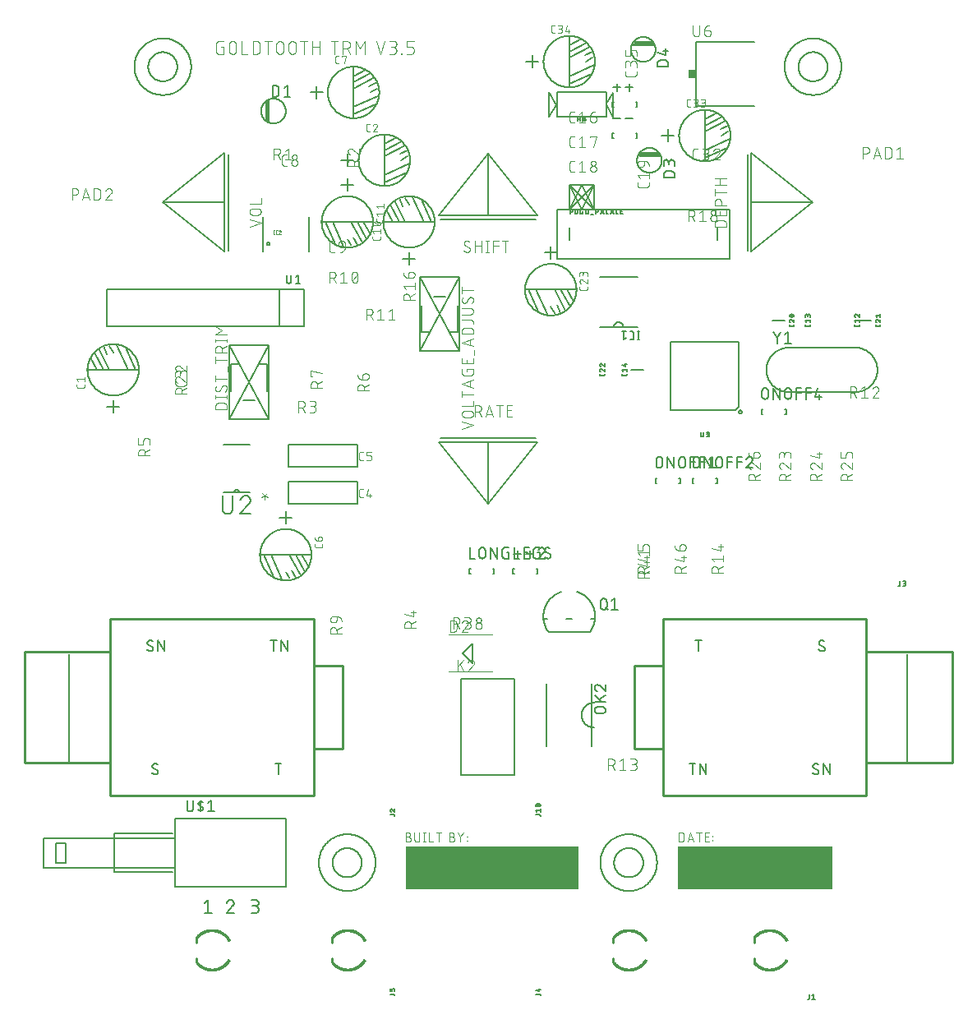
<source format=gbr>
G04 EAGLE Gerber X2 export*
%TF.Part,Single*%
%TF.FileFunction,Legend,Top,1*%
%TF.FilePolarity,Positive*%
%TF.GenerationSoftware,Autodesk,EAGLE,9.2.2*%
%TF.CreationDate,2019-03-12T13:45:00Z*%
G75*
%MOMM*%
%FSLAX34Y34*%
%LPD*%
%INSilkscreen Top*%
%AMOC8*
5,1,8,0,0,1.08239X$1,22.5*%
G01*
%ADD10C,0.101600*%
%ADD11R,15.875000X4.445000*%
%ADD12R,17.780000X4.445000*%
%ADD13C,0.076200*%
%ADD14C,0.127000*%
%ADD15C,0.203200*%
%ADD16C,0.152400*%
%ADD17C,0.254000*%
%ADD18C,0.025400*%
%ADD19C,0.177800*%
%ADD20R,0.762000X0.863600*%


D10*
X167210Y980341D02*
X169412Y980341D01*
X169412Y973003D01*
X165009Y973003D01*
X164902Y973005D01*
X164795Y973011D01*
X164688Y973021D01*
X164582Y973034D01*
X164476Y973052D01*
X164371Y973073D01*
X164267Y973098D01*
X164163Y973127D01*
X164061Y973160D01*
X163961Y973197D01*
X163861Y973237D01*
X163763Y973281D01*
X163667Y973328D01*
X163573Y973379D01*
X163480Y973433D01*
X163390Y973490D01*
X163301Y973551D01*
X163215Y973615D01*
X163132Y973682D01*
X163050Y973752D01*
X162972Y973825D01*
X162896Y973901D01*
X162823Y973979D01*
X162753Y974061D01*
X162686Y974144D01*
X162622Y974230D01*
X162561Y974319D01*
X162504Y974409D01*
X162450Y974502D01*
X162399Y974596D01*
X162352Y974692D01*
X162308Y974790D01*
X162268Y974890D01*
X162231Y974990D01*
X162198Y975092D01*
X162169Y975196D01*
X162144Y975300D01*
X162123Y975405D01*
X162105Y975511D01*
X162092Y975617D01*
X162082Y975724D01*
X162076Y975831D01*
X162074Y975938D01*
X162074Y983276D01*
X162076Y983383D01*
X162082Y983490D01*
X162092Y983597D01*
X162105Y983703D01*
X162123Y983809D01*
X162144Y983914D01*
X162169Y984018D01*
X162198Y984122D01*
X162231Y984224D01*
X162268Y984324D01*
X162308Y984424D01*
X162352Y984522D01*
X162399Y984618D01*
X162450Y984712D01*
X162504Y984805D01*
X162561Y984895D01*
X162622Y984984D01*
X162686Y985070D01*
X162753Y985153D01*
X162823Y985235D01*
X162896Y985313D01*
X162972Y985389D01*
X163050Y985462D01*
X163132Y985532D01*
X163215Y985599D01*
X163301Y985663D01*
X163390Y985724D01*
X163480Y985781D01*
X163573Y985835D01*
X163667Y985886D01*
X163763Y985933D01*
X163861Y985977D01*
X163961Y986017D01*
X164061Y986054D01*
X164163Y986087D01*
X164267Y986116D01*
X164371Y986141D01*
X164476Y986162D01*
X164582Y986180D01*
X164688Y986193D01*
X164795Y986203D01*
X164902Y986209D01*
X165009Y986211D01*
X169412Y986211D01*
X175302Y982542D02*
X175302Y976672D01*
X175302Y982542D02*
X175304Y982662D01*
X175310Y982782D01*
X175320Y982902D01*
X175333Y983021D01*
X175351Y983140D01*
X175372Y983258D01*
X175398Y983375D01*
X175427Y983492D01*
X175460Y983607D01*
X175497Y983721D01*
X175537Y983834D01*
X175581Y983946D01*
X175629Y984056D01*
X175680Y984165D01*
X175735Y984272D01*
X175794Y984377D01*
X175855Y984479D01*
X175920Y984580D01*
X175989Y984679D01*
X176060Y984776D01*
X176135Y984870D01*
X176212Y984961D01*
X176293Y985050D01*
X176377Y985136D01*
X176463Y985220D01*
X176552Y985301D01*
X176643Y985378D01*
X176737Y985453D01*
X176834Y985524D01*
X176933Y985593D01*
X177034Y985658D01*
X177137Y985719D01*
X177241Y985778D01*
X177348Y985833D01*
X177457Y985884D01*
X177567Y985932D01*
X177679Y985976D01*
X177792Y986016D01*
X177906Y986053D01*
X178021Y986086D01*
X178138Y986115D01*
X178255Y986141D01*
X178373Y986162D01*
X178492Y986180D01*
X178611Y986193D01*
X178731Y986203D01*
X178851Y986209D01*
X178971Y986211D01*
X179091Y986209D01*
X179211Y986203D01*
X179331Y986193D01*
X179450Y986180D01*
X179569Y986162D01*
X179687Y986141D01*
X179804Y986115D01*
X179921Y986086D01*
X180036Y986053D01*
X180150Y986016D01*
X180263Y985976D01*
X180375Y985932D01*
X180485Y985884D01*
X180594Y985833D01*
X180701Y985778D01*
X180806Y985719D01*
X180908Y985658D01*
X181009Y985593D01*
X181108Y985524D01*
X181205Y985453D01*
X181299Y985378D01*
X181390Y985301D01*
X181479Y985220D01*
X181565Y985136D01*
X181649Y985050D01*
X181730Y984961D01*
X181807Y984870D01*
X181882Y984776D01*
X181953Y984679D01*
X182022Y984580D01*
X182087Y984479D01*
X182148Y984377D01*
X182207Y984272D01*
X182262Y984165D01*
X182313Y984056D01*
X182361Y983946D01*
X182405Y983834D01*
X182445Y983721D01*
X182482Y983607D01*
X182515Y983492D01*
X182544Y983375D01*
X182570Y983258D01*
X182591Y983140D01*
X182609Y983021D01*
X182622Y982902D01*
X182632Y982782D01*
X182638Y982662D01*
X182640Y982542D01*
X182640Y976672D01*
X182638Y976552D01*
X182632Y976432D01*
X182622Y976312D01*
X182609Y976193D01*
X182591Y976074D01*
X182570Y975956D01*
X182544Y975839D01*
X182515Y975722D01*
X182482Y975607D01*
X182445Y975493D01*
X182405Y975380D01*
X182361Y975268D01*
X182313Y975158D01*
X182262Y975049D01*
X182207Y974942D01*
X182148Y974838D01*
X182087Y974735D01*
X182022Y974634D01*
X181953Y974535D01*
X181882Y974438D01*
X181807Y974344D01*
X181730Y974253D01*
X181649Y974164D01*
X181565Y974078D01*
X181479Y973994D01*
X181390Y973913D01*
X181299Y973836D01*
X181205Y973761D01*
X181108Y973690D01*
X181009Y973621D01*
X180908Y973556D01*
X180806Y973495D01*
X180701Y973436D01*
X180594Y973381D01*
X180485Y973330D01*
X180375Y973282D01*
X180263Y973238D01*
X180150Y973198D01*
X180036Y973161D01*
X179921Y973128D01*
X179804Y973099D01*
X179687Y973073D01*
X179569Y973052D01*
X179450Y973034D01*
X179331Y973021D01*
X179211Y973011D01*
X179091Y973005D01*
X178971Y973003D01*
X178851Y973005D01*
X178731Y973011D01*
X178611Y973021D01*
X178492Y973034D01*
X178373Y973052D01*
X178255Y973073D01*
X178138Y973099D01*
X178021Y973128D01*
X177906Y973161D01*
X177792Y973198D01*
X177679Y973238D01*
X177567Y973282D01*
X177457Y973330D01*
X177348Y973381D01*
X177241Y973436D01*
X177137Y973495D01*
X177034Y973556D01*
X176933Y973621D01*
X176834Y973690D01*
X176737Y973761D01*
X176643Y973836D01*
X176552Y973913D01*
X176463Y973994D01*
X176377Y974078D01*
X176293Y974164D01*
X176212Y974253D01*
X176135Y974344D01*
X176060Y974438D01*
X175989Y974535D01*
X175920Y974634D01*
X175855Y974735D01*
X175794Y974838D01*
X175735Y974942D01*
X175680Y975049D01*
X175629Y975158D01*
X175581Y975268D01*
X175537Y975380D01*
X175497Y975493D01*
X175460Y975607D01*
X175427Y975722D01*
X175398Y975839D01*
X175372Y975956D01*
X175351Y976074D01*
X175333Y976193D01*
X175320Y976312D01*
X175310Y976432D01*
X175304Y976552D01*
X175302Y976672D01*
X188555Y973003D02*
X188555Y986211D01*
X188555Y973003D02*
X194425Y973003D01*
X199625Y973003D02*
X199625Y986211D01*
X203294Y986211D01*
X203414Y986209D01*
X203534Y986203D01*
X203654Y986193D01*
X203773Y986180D01*
X203892Y986162D01*
X204010Y986141D01*
X204127Y986115D01*
X204244Y986086D01*
X204359Y986053D01*
X204473Y986016D01*
X204586Y985976D01*
X204698Y985932D01*
X204808Y985884D01*
X204917Y985833D01*
X205024Y985778D01*
X205129Y985719D01*
X205231Y985658D01*
X205332Y985593D01*
X205431Y985524D01*
X205528Y985453D01*
X205622Y985378D01*
X205713Y985301D01*
X205802Y985220D01*
X205888Y985136D01*
X205972Y985050D01*
X206053Y984961D01*
X206130Y984870D01*
X206205Y984776D01*
X206276Y984679D01*
X206345Y984580D01*
X206410Y984479D01*
X206471Y984377D01*
X206530Y984272D01*
X206585Y984165D01*
X206636Y984056D01*
X206684Y983946D01*
X206728Y983834D01*
X206768Y983721D01*
X206805Y983607D01*
X206838Y983492D01*
X206867Y983375D01*
X206893Y983258D01*
X206914Y983140D01*
X206932Y983021D01*
X206945Y982902D01*
X206955Y982782D01*
X206961Y982662D01*
X206963Y982542D01*
X206963Y976672D01*
X206961Y976552D01*
X206955Y976432D01*
X206945Y976312D01*
X206932Y976193D01*
X206914Y976074D01*
X206893Y975956D01*
X206867Y975839D01*
X206838Y975722D01*
X206805Y975607D01*
X206768Y975493D01*
X206728Y975380D01*
X206684Y975268D01*
X206636Y975158D01*
X206585Y975049D01*
X206530Y974942D01*
X206471Y974838D01*
X206410Y974735D01*
X206345Y974634D01*
X206276Y974535D01*
X206205Y974438D01*
X206130Y974344D01*
X206053Y974253D01*
X205972Y974164D01*
X205888Y974078D01*
X205802Y973994D01*
X205713Y973913D01*
X205622Y973836D01*
X205528Y973761D01*
X205431Y973690D01*
X205332Y973621D01*
X205231Y973556D01*
X205129Y973495D01*
X205024Y973436D01*
X204917Y973381D01*
X204808Y973330D01*
X204698Y973282D01*
X204586Y973238D01*
X204473Y973198D01*
X204359Y973161D01*
X204244Y973128D01*
X204127Y973099D01*
X204010Y973073D01*
X203892Y973052D01*
X203773Y973034D01*
X203654Y973021D01*
X203534Y973011D01*
X203414Y973005D01*
X203294Y973003D01*
X199625Y973003D01*
X215669Y973003D02*
X215669Y986211D01*
X212000Y986211D02*
X219338Y986211D01*
X223948Y982542D02*
X223948Y976672D01*
X223948Y982542D02*
X223950Y982662D01*
X223956Y982782D01*
X223966Y982902D01*
X223979Y983021D01*
X223997Y983140D01*
X224018Y983258D01*
X224044Y983375D01*
X224073Y983492D01*
X224106Y983607D01*
X224143Y983721D01*
X224183Y983834D01*
X224227Y983946D01*
X224275Y984056D01*
X224326Y984165D01*
X224381Y984272D01*
X224440Y984377D01*
X224501Y984479D01*
X224566Y984580D01*
X224635Y984679D01*
X224706Y984776D01*
X224781Y984870D01*
X224858Y984961D01*
X224939Y985050D01*
X225023Y985136D01*
X225109Y985220D01*
X225198Y985301D01*
X225289Y985378D01*
X225383Y985453D01*
X225480Y985524D01*
X225579Y985593D01*
X225680Y985658D01*
X225783Y985719D01*
X225887Y985778D01*
X225994Y985833D01*
X226103Y985884D01*
X226213Y985932D01*
X226325Y985976D01*
X226438Y986016D01*
X226552Y986053D01*
X226667Y986086D01*
X226784Y986115D01*
X226901Y986141D01*
X227019Y986162D01*
X227138Y986180D01*
X227257Y986193D01*
X227377Y986203D01*
X227497Y986209D01*
X227617Y986211D01*
X227737Y986209D01*
X227857Y986203D01*
X227977Y986193D01*
X228096Y986180D01*
X228215Y986162D01*
X228333Y986141D01*
X228450Y986115D01*
X228567Y986086D01*
X228682Y986053D01*
X228796Y986016D01*
X228909Y985976D01*
X229021Y985932D01*
X229131Y985884D01*
X229240Y985833D01*
X229347Y985778D01*
X229452Y985719D01*
X229554Y985658D01*
X229655Y985593D01*
X229754Y985524D01*
X229851Y985453D01*
X229945Y985378D01*
X230036Y985301D01*
X230125Y985220D01*
X230211Y985136D01*
X230295Y985050D01*
X230376Y984961D01*
X230453Y984870D01*
X230528Y984776D01*
X230599Y984679D01*
X230668Y984580D01*
X230733Y984479D01*
X230794Y984377D01*
X230853Y984272D01*
X230908Y984165D01*
X230959Y984056D01*
X231007Y983946D01*
X231051Y983834D01*
X231091Y983721D01*
X231128Y983607D01*
X231161Y983492D01*
X231190Y983375D01*
X231216Y983258D01*
X231237Y983140D01*
X231255Y983021D01*
X231268Y982902D01*
X231278Y982782D01*
X231284Y982662D01*
X231286Y982542D01*
X231286Y976672D01*
X231284Y976552D01*
X231278Y976432D01*
X231268Y976312D01*
X231255Y976193D01*
X231237Y976074D01*
X231216Y975956D01*
X231190Y975839D01*
X231161Y975722D01*
X231128Y975607D01*
X231091Y975493D01*
X231051Y975380D01*
X231007Y975268D01*
X230959Y975158D01*
X230908Y975049D01*
X230853Y974942D01*
X230794Y974838D01*
X230733Y974735D01*
X230668Y974634D01*
X230599Y974535D01*
X230528Y974438D01*
X230453Y974344D01*
X230376Y974253D01*
X230295Y974164D01*
X230211Y974078D01*
X230125Y973994D01*
X230036Y973913D01*
X229945Y973836D01*
X229851Y973761D01*
X229754Y973690D01*
X229655Y973621D01*
X229554Y973556D01*
X229452Y973495D01*
X229347Y973436D01*
X229240Y973381D01*
X229131Y973330D01*
X229021Y973282D01*
X228909Y973238D01*
X228796Y973198D01*
X228682Y973161D01*
X228567Y973128D01*
X228450Y973099D01*
X228333Y973073D01*
X228215Y973052D01*
X228096Y973034D01*
X227977Y973021D01*
X227857Y973011D01*
X227737Y973005D01*
X227617Y973003D01*
X227497Y973005D01*
X227377Y973011D01*
X227257Y973021D01*
X227138Y973034D01*
X227019Y973052D01*
X226901Y973073D01*
X226784Y973099D01*
X226667Y973128D01*
X226552Y973161D01*
X226438Y973198D01*
X226325Y973238D01*
X226213Y973282D01*
X226103Y973330D01*
X225994Y973381D01*
X225887Y973436D01*
X225783Y973495D01*
X225680Y973556D01*
X225579Y973621D01*
X225480Y973690D01*
X225383Y973761D01*
X225289Y973836D01*
X225198Y973913D01*
X225109Y973994D01*
X225023Y974078D01*
X224939Y974164D01*
X224858Y974253D01*
X224781Y974344D01*
X224706Y974438D01*
X224635Y974535D01*
X224566Y974634D01*
X224501Y974735D01*
X224440Y974838D01*
X224381Y974942D01*
X224326Y975049D01*
X224275Y975158D01*
X224227Y975268D01*
X224183Y975380D01*
X224143Y975493D01*
X224106Y975607D01*
X224073Y975722D01*
X224044Y975839D01*
X224018Y975956D01*
X223997Y976074D01*
X223979Y976193D01*
X223966Y976312D01*
X223956Y976432D01*
X223950Y976552D01*
X223948Y976672D01*
X236750Y976672D02*
X236750Y982542D01*
X236752Y982662D01*
X236758Y982782D01*
X236768Y982902D01*
X236781Y983021D01*
X236799Y983140D01*
X236820Y983258D01*
X236846Y983375D01*
X236875Y983492D01*
X236908Y983607D01*
X236945Y983721D01*
X236985Y983834D01*
X237029Y983946D01*
X237077Y984056D01*
X237128Y984165D01*
X237183Y984272D01*
X237242Y984377D01*
X237303Y984479D01*
X237368Y984580D01*
X237437Y984679D01*
X237508Y984776D01*
X237583Y984870D01*
X237660Y984961D01*
X237741Y985050D01*
X237825Y985136D01*
X237911Y985220D01*
X238000Y985301D01*
X238091Y985378D01*
X238185Y985453D01*
X238282Y985524D01*
X238381Y985593D01*
X238482Y985658D01*
X238585Y985719D01*
X238689Y985778D01*
X238796Y985833D01*
X238905Y985884D01*
X239015Y985932D01*
X239127Y985976D01*
X239240Y986016D01*
X239354Y986053D01*
X239469Y986086D01*
X239586Y986115D01*
X239703Y986141D01*
X239821Y986162D01*
X239940Y986180D01*
X240059Y986193D01*
X240179Y986203D01*
X240299Y986209D01*
X240419Y986211D01*
X240539Y986209D01*
X240659Y986203D01*
X240779Y986193D01*
X240898Y986180D01*
X241017Y986162D01*
X241135Y986141D01*
X241252Y986115D01*
X241369Y986086D01*
X241484Y986053D01*
X241598Y986016D01*
X241711Y985976D01*
X241823Y985932D01*
X241933Y985884D01*
X242042Y985833D01*
X242149Y985778D01*
X242254Y985719D01*
X242356Y985658D01*
X242457Y985593D01*
X242556Y985524D01*
X242653Y985453D01*
X242747Y985378D01*
X242838Y985301D01*
X242927Y985220D01*
X243013Y985136D01*
X243097Y985050D01*
X243178Y984961D01*
X243255Y984870D01*
X243330Y984776D01*
X243401Y984679D01*
X243470Y984580D01*
X243535Y984479D01*
X243596Y984377D01*
X243655Y984272D01*
X243710Y984165D01*
X243761Y984056D01*
X243809Y983946D01*
X243853Y983834D01*
X243893Y983721D01*
X243930Y983607D01*
X243963Y983492D01*
X243992Y983375D01*
X244018Y983258D01*
X244039Y983140D01*
X244057Y983021D01*
X244070Y982902D01*
X244080Y982782D01*
X244086Y982662D01*
X244088Y982542D01*
X244088Y976672D01*
X244086Y976552D01*
X244080Y976432D01*
X244070Y976312D01*
X244057Y976193D01*
X244039Y976074D01*
X244018Y975956D01*
X243992Y975839D01*
X243963Y975722D01*
X243930Y975607D01*
X243893Y975493D01*
X243853Y975380D01*
X243809Y975268D01*
X243761Y975158D01*
X243710Y975049D01*
X243655Y974942D01*
X243596Y974838D01*
X243535Y974735D01*
X243470Y974634D01*
X243401Y974535D01*
X243330Y974438D01*
X243255Y974344D01*
X243178Y974253D01*
X243097Y974164D01*
X243013Y974078D01*
X242927Y973994D01*
X242838Y973913D01*
X242747Y973836D01*
X242653Y973761D01*
X242556Y973690D01*
X242457Y973621D01*
X242356Y973556D01*
X242254Y973495D01*
X242149Y973436D01*
X242042Y973381D01*
X241933Y973330D01*
X241823Y973282D01*
X241711Y973238D01*
X241598Y973198D01*
X241484Y973161D01*
X241369Y973128D01*
X241252Y973099D01*
X241135Y973073D01*
X241017Y973052D01*
X240898Y973034D01*
X240779Y973021D01*
X240659Y973011D01*
X240539Y973005D01*
X240419Y973003D01*
X240299Y973005D01*
X240179Y973011D01*
X240059Y973021D01*
X239940Y973034D01*
X239821Y973052D01*
X239703Y973073D01*
X239586Y973099D01*
X239469Y973128D01*
X239354Y973161D01*
X239240Y973198D01*
X239127Y973238D01*
X239015Y973282D01*
X238905Y973330D01*
X238796Y973381D01*
X238689Y973436D01*
X238585Y973495D01*
X238482Y973556D01*
X238381Y973621D01*
X238282Y973690D01*
X238185Y973761D01*
X238091Y973836D01*
X238000Y973913D01*
X237911Y973994D01*
X237825Y974078D01*
X237741Y974164D01*
X237660Y974253D01*
X237583Y974344D01*
X237508Y974438D01*
X237437Y974535D01*
X237368Y974634D01*
X237303Y974735D01*
X237242Y974838D01*
X237183Y974942D01*
X237128Y975049D01*
X237077Y975158D01*
X237029Y975268D01*
X236985Y975380D01*
X236945Y975493D01*
X236908Y975607D01*
X236875Y975722D01*
X236846Y975839D01*
X236820Y975956D01*
X236799Y976074D01*
X236781Y976193D01*
X236768Y976312D01*
X236758Y976432D01*
X236752Y976552D01*
X236750Y976672D01*
X252367Y973003D02*
X252367Y986211D01*
X248698Y986211D02*
X256036Y986211D01*
X261073Y986211D02*
X261073Y973003D01*
X261073Y980341D02*
X268411Y980341D01*
X268411Y986211D02*
X268411Y973003D01*
X283944Y973003D02*
X283944Y986211D01*
X280275Y986211D02*
X287613Y986211D01*
X292728Y986211D02*
X292728Y973003D01*
X292728Y986211D02*
X296397Y986211D01*
X296517Y986209D01*
X296637Y986203D01*
X296757Y986193D01*
X296876Y986180D01*
X296995Y986162D01*
X297113Y986141D01*
X297230Y986115D01*
X297347Y986086D01*
X297462Y986053D01*
X297576Y986016D01*
X297689Y985976D01*
X297801Y985932D01*
X297911Y985884D01*
X298020Y985833D01*
X298127Y985778D01*
X298231Y985719D01*
X298334Y985658D01*
X298435Y985593D01*
X298534Y985524D01*
X298631Y985453D01*
X298725Y985378D01*
X298816Y985301D01*
X298905Y985220D01*
X298991Y985136D01*
X299075Y985050D01*
X299156Y984961D01*
X299233Y984870D01*
X299308Y984776D01*
X299379Y984679D01*
X299448Y984580D01*
X299513Y984479D01*
X299574Y984377D01*
X299633Y984272D01*
X299688Y984165D01*
X299739Y984056D01*
X299787Y983946D01*
X299831Y983834D01*
X299871Y983721D01*
X299908Y983607D01*
X299941Y983492D01*
X299970Y983375D01*
X299996Y983258D01*
X300017Y983140D01*
X300035Y983021D01*
X300048Y982902D01*
X300058Y982782D01*
X300064Y982662D01*
X300066Y982542D01*
X300064Y982422D01*
X300058Y982302D01*
X300048Y982182D01*
X300035Y982063D01*
X300017Y981944D01*
X299996Y981826D01*
X299970Y981709D01*
X299941Y981592D01*
X299908Y981477D01*
X299871Y981363D01*
X299831Y981250D01*
X299787Y981138D01*
X299739Y981028D01*
X299688Y980919D01*
X299633Y980812D01*
X299574Y980708D01*
X299513Y980605D01*
X299448Y980504D01*
X299379Y980405D01*
X299308Y980308D01*
X299233Y980214D01*
X299156Y980123D01*
X299075Y980034D01*
X298991Y979948D01*
X298905Y979864D01*
X298816Y979783D01*
X298725Y979706D01*
X298631Y979631D01*
X298534Y979560D01*
X298435Y979491D01*
X298334Y979426D01*
X298232Y979365D01*
X298127Y979306D01*
X298020Y979251D01*
X297911Y979200D01*
X297801Y979152D01*
X297689Y979108D01*
X297576Y979068D01*
X297462Y979031D01*
X297347Y978998D01*
X297230Y978969D01*
X297113Y978943D01*
X296995Y978922D01*
X296876Y978904D01*
X296757Y978891D01*
X296637Y978881D01*
X296517Y978875D01*
X296397Y978873D01*
X292728Y978873D01*
X297131Y978873D02*
X300066Y973003D01*
X305998Y973003D02*
X305998Y986211D01*
X310401Y978873D01*
X314803Y986211D01*
X314803Y973003D01*
X331310Y973003D02*
X326907Y986211D01*
X335713Y986211D02*
X331310Y973003D01*
X340443Y973003D02*
X344111Y973003D01*
X344231Y973005D01*
X344351Y973011D01*
X344471Y973021D01*
X344590Y973034D01*
X344709Y973052D01*
X344827Y973073D01*
X344944Y973099D01*
X345061Y973128D01*
X345176Y973161D01*
X345290Y973198D01*
X345403Y973238D01*
X345515Y973282D01*
X345625Y973330D01*
X345734Y973381D01*
X345841Y973436D01*
X345946Y973495D01*
X346048Y973556D01*
X346149Y973621D01*
X346248Y973690D01*
X346345Y973761D01*
X346439Y973836D01*
X346530Y973913D01*
X346619Y973994D01*
X346705Y974078D01*
X346789Y974164D01*
X346870Y974253D01*
X346947Y974344D01*
X347022Y974438D01*
X347093Y974535D01*
X347162Y974634D01*
X347227Y974735D01*
X347288Y974838D01*
X347347Y974942D01*
X347402Y975049D01*
X347453Y975158D01*
X347501Y975268D01*
X347545Y975380D01*
X347585Y975493D01*
X347622Y975607D01*
X347655Y975722D01*
X347684Y975839D01*
X347710Y975956D01*
X347731Y976074D01*
X347749Y976193D01*
X347762Y976312D01*
X347772Y976432D01*
X347778Y976552D01*
X347780Y976672D01*
X347778Y976792D01*
X347772Y976912D01*
X347762Y977032D01*
X347749Y977151D01*
X347731Y977270D01*
X347710Y977388D01*
X347684Y977505D01*
X347655Y977622D01*
X347622Y977737D01*
X347585Y977851D01*
X347545Y977964D01*
X347501Y978076D01*
X347453Y978186D01*
X347402Y978295D01*
X347347Y978402D01*
X347288Y978507D01*
X347227Y978609D01*
X347162Y978710D01*
X347093Y978809D01*
X347022Y978906D01*
X346947Y979000D01*
X346870Y979091D01*
X346789Y979180D01*
X346705Y979266D01*
X346619Y979350D01*
X346530Y979431D01*
X346439Y979508D01*
X346345Y979583D01*
X346248Y979654D01*
X346149Y979723D01*
X346048Y979788D01*
X345945Y979849D01*
X345841Y979908D01*
X345734Y979963D01*
X345625Y980014D01*
X345515Y980062D01*
X345403Y980106D01*
X345290Y980146D01*
X345176Y980183D01*
X345061Y980216D01*
X344944Y980245D01*
X344827Y980271D01*
X344709Y980292D01*
X344590Y980310D01*
X344471Y980323D01*
X344351Y980333D01*
X344231Y980339D01*
X344111Y980341D01*
X344845Y986211D02*
X340443Y986211D01*
X344845Y986211D02*
X344952Y986209D01*
X345059Y986203D01*
X345166Y986193D01*
X345272Y986180D01*
X345378Y986162D01*
X345483Y986141D01*
X345587Y986116D01*
X345691Y986087D01*
X345793Y986054D01*
X345893Y986017D01*
X345993Y985977D01*
X346091Y985933D01*
X346187Y985886D01*
X346281Y985835D01*
X346374Y985781D01*
X346464Y985724D01*
X346553Y985663D01*
X346639Y985599D01*
X346722Y985532D01*
X346804Y985462D01*
X346882Y985389D01*
X346958Y985313D01*
X347031Y985235D01*
X347101Y985153D01*
X347168Y985070D01*
X347232Y984984D01*
X347293Y984895D01*
X347350Y984805D01*
X347404Y984712D01*
X347455Y984618D01*
X347502Y984522D01*
X347546Y984424D01*
X347586Y984324D01*
X347623Y984224D01*
X347656Y984122D01*
X347685Y984018D01*
X347710Y983914D01*
X347731Y983809D01*
X347749Y983703D01*
X347762Y983597D01*
X347772Y983490D01*
X347778Y983383D01*
X347780Y983276D01*
X347778Y983169D01*
X347772Y983062D01*
X347762Y982955D01*
X347749Y982849D01*
X347731Y982743D01*
X347710Y982638D01*
X347685Y982534D01*
X347656Y982430D01*
X347623Y982328D01*
X347586Y982228D01*
X347546Y982128D01*
X347502Y982030D01*
X347455Y981934D01*
X347404Y981840D01*
X347350Y981747D01*
X347293Y981657D01*
X347232Y981568D01*
X347168Y981482D01*
X347101Y981399D01*
X347031Y981317D01*
X346958Y981239D01*
X346882Y981163D01*
X346804Y981090D01*
X346722Y981020D01*
X346639Y980953D01*
X346553Y980889D01*
X346464Y980828D01*
X346374Y980771D01*
X346281Y980717D01*
X346187Y980666D01*
X346091Y980619D01*
X345993Y980575D01*
X345893Y980535D01*
X345793Y980498D01*
X345691Y980465D01*
X345587Y980436D01*
X345483Y980411D01*
X345378Y980390D01*
X345272Y980372D01*
X345166Y980359D01*
X345059Y980349D01*
X344952Y980343D01*
X344845Y980341D01*
X341910Y980341D01*
X352706Y973737D02*
X352706Y973003D01*
X352706Y973737D02*
X353439Y973737D01*
X353439Y973003D01*
X352706Y973003D01*
X358365Y973003D02*
X362767Y973003D01*
X362874Y973005D01*
X362981Y973011D01*
X363088Y973021D01*
X363194Y973034D01*
X363300Y973052D01*
X363405Y973073D01*
X363509Y973098D01*
X363613Y973127D01*
X363715Y973160D01*
X363815Y973197D01*
X363915Y973237D01*
X364013Y973281D01*
X364109Y973328D01*
X364203Y973379D01*
X364296Y973433D01*
X364386Y973490D01*
X364475Y973551D01*
X364561Y973615D01*
X364644Y973682D01*
X364726Y973752D01*
X364804Y973825D01*
X364880Y973901D01*
X364953Y973979D01*
X365023Y974061D01*
X365090Y974144D01*
X365154Y974230D01*
X365215Y974319D01*
X365272Y974409D01*
X365326Y974502D01*
X365377Y974596D01*
X365425Y974692D01*
X365468Y974790D01*
X365508Y974890D01*
X365545Y974990D01*
X365578Y975092D01*
X365607Y975196D01*
X365632Y975300D01*
X365653Y975405D01*
X365671Y975511D01*
X365684Y975617D01*
X365694Y975724D01*
X365700Y975831D01*
X365702Y975938D01*
X365703Y975938D02*
X365703Y977406D01*
X365702Y977406D02*
X365700Y977513D01*
X365694Y977620D01*
X365684Y977727D01*
X365671Y977833D01*
X365653Y977939D01*
X365632Y978044D01*
X365607Y978148D01*
X365578Y978252D01*
X365545Y978354D01*
X365508Y978454D01*
X365468Y978554D01*
X365424Y978652D01*
X365377Y978748D01*
X365326Y978842D01*
X365272Y978935D01*
X365215Y979025D01*
X365154Y979114D01*
X365090Y979200D01*
X365023Y979283D01*
X364953Y979365D01*
X364880Y979443D01*
X364804Y979519D01*
X364726Y979592D01*
X364644Y979662D01*
X364561Y979729D01*
X364475Y979793D01*
X364386Y979854D01*
X364296Y979911D01*
X364203Y979965D01*
X364109Y980016D01*
X364013Y980063D01*
X363915Y980107D01*
X363815Y980147D01*
X363715Y980184D01*
X363613Y980217D01*
X363509Y980246D01*
X363405Y980271D01*
X363300Y980292D01*
X363194Y980310D01*
X363088Y980323D01*
X362981Y980333D01*
X362874Y980339D01*
X362767Y980341D01*
X358365Y980341D01*
X358365Y986211D01*
X365703Y986211D01*
D11*
X717448Y134989D03*
D12*
X446530Y134894D03*
D13*
X359833Y166601D02*
X357222Y166601D01*
X359833Y166602D02*
X359934Y166600D01*
X360035Y166594D01*
X360136Y166584D01*
X360236Y166571D01*
X360336Y166553D01*
X360435Y166532D01*
X360533Y166506D01*
X360630Y166477D01*
X360726Y166445D01*
X360820Y166408D01*
X360913Y166368D01*
X361005Y166324D01*
X361094Y166277D01*
X361182Y166226D01*
X361268Y166172D01*
X361351Y166115D01*
X361433Y166055D01*
X361511Y165991D01*
X361588Y165925D01*
X361661Y165855D01*
X361732Y165783D01*
X361800Y165708D01*
X361865Y165630D01*
X361927Y165550D01*
X361986Y165468D01*
X362042Y165383D01*
X362094Y165296D01*
X362143Y165208D01*
X362189Y165117D01*
X362230Y165025D01*
X362269Y164931D01*
X362303Y164836D01*
X362334Y164740D01*
X362361Y164642D01*
X362385Y164544D01*
X362404Y164444D01*
X362420Y164344D01*
X362432Y164244D01*
X362440Y164143D01*
X362444Y164042D01*
X362444Y163940D01*
X362440Y163839D01*
X362432Y163738D01*
X362420Y163638D01*
X362404Y163538D01*
X362385Y163438D01*
X362361Y163340D01*
X362334Y163242D01*
X362303Y163146D01*
X362269Y163051D01*
X362230Y162957D01*
X362189Y162865D01*
X362143Y162774D01*
X362094Y162685D01*
X362042Y162599D01*
X361986Y162514D01*
X361927Y162432D01*
X361865Y162352D01*
X361800Y162274D01*
X361732Y162199D01*
X361661Y162127D01*
X361588Y162057D01*
X361511Y161991D01*
X361433Y161927D01*
X361351Y161867D01*
X361268Y161810D01*
X361182Y161756D01*
X361094Y161705D01*
X361005Y161658D01*
X360913Y161614D01*
X360820Y161574D01*
X360726Y161537D01*
X360630Y161505D01*
X360533Y161476D01*
X360435Y161450D01*
X360336Y161429D01*
X360236Y161411D01*
X360136Y161398D01*
X360035Y161388D01*
X359934Y161382D01*
X359833Y161380D01*
X357222Y161380D01*
X357222Y170778D01*
X359833Y170778D01*
X359923Y170776D01*
X360012Y170770D01*
X360102Y170761D01*
X360191Y170747D01*
X360279Y170730D01*
X360366Y170709D01*
X360453Y170684D01*
X360538Y170655D01*
X360622Y170623D01*
X360704Y170588D01*
X360785Y170548D01*
X360864Y170506D01*
X360941Y170460D01*
X361016Y170410D01*
X361089Y170358D01*
X361160Y170302D01*
X361228Y170244D01*
X361293Y170182D01*
X361356Y170118D01*
X361416Y170051D01*
X361473Y169982D01*
X361527Y169910D01*
X361578Y169836D01*
X361626Y169760D01*
X361670Y169682D01*
X361711Y169602D01*
X361749Y169520D01*
X361783Y169437D01*
X361813Y169352D01*
X361840Y169266D01*
X361863Y169180D01*
X361882Y169092D01*
X361897Y169003D01*
X361909Y168914D01*
X361917Y168825D01*
X361921Y168735D01*
X361921Y168645D01*
X361917Y168555D01*
X361909Y168466D01*
X361897Y168377D01*
X361882Y168288D01*
X361863Y168200D01*
X361840Y168114D01*
X361813Y168028D01*
X361783Y167943D01*
X361749Y167860D01*
X361711Y167778D01*
X361670Y167698D01*
X361626Y167620D01*
X361578Y167544D01*
X361527Y167470D01*
X361473Y167398D01*
X361416Y167329D01*
X361356Y167262D01*
X361293Y167198D01*
X361228Y167136D01*
X361160Y167078D01*
X361089Y167022D01*
X361016Y166970D01*
X360941Y166920D01*
X360864Y166874D01*
X360785Y166832D01*
X360704Y166792D01*
X360622Y166757D01*
X360538Y166725D01*
X360453Y166696D01*
X360366Y166671D01*
X360279Y166650D01*
X360191Y166633D01*
X360102Y166619D01*
X360012Y166610D01*
X359923Y166604D01*
X359833Y166602D01*
X366235Y163991D02*
X366235Y170778D01*
X366235Y163991D02*
X366237Y163890D01*
X366243Y163789D01*
X366253Y163688D01*
X366266Y163588D01*
X366284Y163488D01*
X366305Y163389D01*
X366331Y163291D01*
X366360Y163194D01*
X366392Y163098D01*
X366429Y163004D01*
X366469Y162911D01*
X366513Y162819D01*
X366560Y162730D01*
X366611Y162642D01*
X366665Y162556D01*
X366722Y162473D01*
X366782Y162391D01*
X366846Y162313D01*
X366912Y162236D01*
X366982Y162163D01*
X367054Y162092D01*
X367129Y162024D01*
X367207Y161959D01*
X367287Y161897D01*
X367369Y161838D01*
X367454Y161782D01*
X367541Y161730D01*
X367629Y161681D01*
X367720Y161635D01*
X367812Y161594D01*
X367906Y161555D01*
X368001Y161521D01*
X368097Y161490D01*
X368195Y161463D01*
X368293Y161439D01*
X368393Y161420D01*
X368493Y161404D01*
X368593Y161392D01*
X368694Y161384D01*
X368795Y161380D01*
X368897Y161380D01*
X368998Y161384D01*
X369099Y161392D01*
X369199Y161404D01*
X369299Y161420D01*
X369399Y161439D01*
X369497Y161463D01*
X369595Y161490D01*
X369691Y161521D01*
X369786Y161555D01*
X369880Y161594D01*
X369972Y161635D01*
X370063Y161681D01*
X370151Y161730D01*
X370238Y161782D01*
X370323Y161838D01*
X370405Y161897D01*
X370485Y161959D01*
X370563Y162024D01*
X370638Y162092D01*
X370710Y162163D01*
X370780Y162236D01*
X370846Y162313D01*
X370910Y162391D01*
X370970Y162473D01*
X371027Y162556D01*
X371081Y162642D01*
X371132Y162730D01*
X371179Y162819D01*
X371223Y162911D01*
X371263Y163004D01*
X371300Y163098D01*
X371332Y163194D01*
X371361Y163291D01*
X371387Y163389D01*
X371408Y163488D01*
X371426Y163588D01*
X371439Y163688D01*
X371449Y163789D01*
X371455Y163890D01*
X371457Y163991D01*
X371456Y163991D02*
X371456Y170778D01*
X376466Y170778D02*
X376466Y161380D01*
X377510Y161380D02*
X375421Y161380D01*
X375421Y170778D02*
X377510Y170778D01*
X381493Y170778D02*
X381493Y161380D01*
X385669Y161380D01*
X391096Y161380D02*
X391096Y170778D01*
X388485Y170778D02*
X393707Y170778D01*
X402333Y166601D02*
X404943Y166601D01*
X404943Y166602D02*
X405044Y166600D01*
X405145Y166594D01*
X405246Y166584D01*
X405346Y166571D01*
X405446Y166553D01*
X405545Y166532D01*
X405643Y166506D01*
X405740Y166477D01*
X405836Y166445D01*
X405930Y166408D01*
X406023Y166368D01*
X406115Y166324D01*
X406204Y166277D01*
X406292Y166226D01*
X406378Y166172D01*
X406461Y166115D01*
X406543Y166055D01*
X406621Y165991D01*
X406698Y165925D01*
X406771Y165855D01*
X406842Y165783D01*
X406910Y165708D01*
X406975Y165630D01*
X407037Y165550D01*
X407096Y165468D01*
X407152Y165383D01*
X407204Y165296D01*
X407253Y165208D01*
X407299Y165117D01*
X407340Y165025D01*
X407379Y164931D01*
X407413Y164836D01*
X407444Y164740D01*
X407471Y164642D01*
X407495Y164544D01*
X407514Y164444D01*
X407530Y164344D01*
X407542Y164244D01*
X407550Y164143D01*
X407554Y164042D01*
X407554Y163940D01*
X407550Y163839D01*
X407542Y163738D01*
X407530Y163638D01*
X407514Y163538D01*
X407495Y163438D01*
X407471Y163340D01*
X407444Y163242D01*
X407413Y163146D01*
X407379Y163051D01*
X407340Y162957D01*
X407299Y162865D01*
X407253Y162774D01*
X407204Y162685D01*
X407152Y162599D01*
X407096Y162514D01*
X407037Y162432D01*
X406975Y162352D01*
X406910Y162274D01*
X406842Y162199D01*
X406771Y162127D01*
X406698Y162057D01*
X406621Y161991D01*
X406543Y161927D01*
X406461Y161867D01*
X406378Y161810D01*
X406292Y161756D01*
X406204Y161705D01*
X406115Y161658D01*
X406023Y161614D01*
X405930Y161574D01*
X405836Y161537D01*
X405740Y161505D01*
X405643Y161476D01*
X405545Y161450D01*
X405446Y161429D01*
X405346Y161411D01*
X405246Y161398D01*
X405145Y161388D01*
X405044Y161382D01*
X404943Y161380D01*
X402333Y161380D01*
X402333Y170778D01*
X404943Y170778D01*
X405033Y170776D01*
X405122Y170770D01*
X405212Y170761D01*
X405301Y170747D01*
X405389Y170730D01*
X405476Y170709D01*
X405563Y170684D01*
X405648Y170655D01*
X405732Y170623D01*
X405814Y170588D01*
X405895Y170548D01*
X405974Y170506D01*
X406051Y170460D01*
X406126Y170410D01*
X406199Y170358D01*
X406270Y170302D01*
X406338Y170244D01*
X406403Y170182D01*
X406466Y170118D01*
X406526Y170051D01*
X406583Y169982D01*
X406637Y169910D01*
X406688Y169836D01*
X406736Y169760D01*
X406780Y169682D01*
X406821Y169602D01*
X406859Y169520D01*
X406893Y169437D01*
X406923Y169352D01*
X406950Y169266D01*
X406973Y169180D01*
X406992Y169092D01*
X407007Y169003D01*
X407019Y168914D01*
X407027Y168825D01*
X407031Y168735D01*
X407031Y168645D01*
X407027Y168555D01*
X407019Y168466D01*
X407007Y168377D01*
X406992Y168288D01*
X406973Y168200D01*
X406950Y168114D01*
X406923Y168028D01*
X406893Y167943D01*
X406859Y167860D01*
X406821Y167778D01*
X406780Y167698D01*
X406736Y167620D01*
X406688Y167544D01*
X406637Y167470D01*
X406583Y167398D01*
X406526Y167329D01*
X406466Y167262D01*
X406403Y167198D01*
X406338Y167136D01*
X406270Y167078D01*
X406199Y167022D01*
X406126Y166970D01*
X406051Y166920D01*
X405974Y166874D01*
X405895Y166832D01*
X405814Y166792D01*
X405732Y166757D01*
X405648Y166725D01*
X405563Y166696D01*
X405476Y166671D01*
X405389Y166650D01*
X405301Y166633D01*
X405212Y166619D01*
X405122Y166610D01*
X405033Y166604D01*
X404943Y166602D01*
X410518Y170778D02*
X413651Y166340D01*
X416784Y170778D01*
X413651Y166340D02*
X413651Y161380D01*
X420096Y162163D02*
X420096Y162685D01*
X420618Y162685D01*
X420618Y162163D01*
X420096Y162163D01*
X420096Y166340D02*
X420096Y166862D01*
X420618Y166862D01*
X420618Y166340D01*
X420096Y166340D01*
X638772Y161748D02*
X638772Y171146D01*
X641383Y171146D01*
X641383Y171147D02*
X641483Y171145D01*
X641583Y171139D01*
X641682Y171130D01*
X641782Y171116D01*
X641880Y171099D01*
X641978Y171078D01*
X642075Y171054D01*
X642171Y171025D01*
X642266Y170993D01*
X642359Y170958D01*
X642451Y170919D01*
X642542Y170876D01*
X642630Y170830D01*
X642717Y170780D01*
X642802Y170728D01*
X642885Y170672D01*
X642966Y170613D01*
X643044Y170550D01*
X643120Y170485D01*
X643194Y170417D01*
X643264Y170347D01*
X643332Y170273D01*
X643397Y170197D01*
X643460Y170119D01*
X643519Y170038D01*
X643575Y169955D01*
X643627Y169870D01*
X643677Y169783D01*
X643723Y169695D01*
X643766Y169604D01*
X643805Y169512D01*
X643840Y169419D01*
X643872Y169324D01*
X643901Y169228D01*
X643925Y169131D01*
X643946Y169033D01*
X643963Y168935D01*
X643977Y168835D01*
X643986Y168736D01*
X643992Y168636D01*
X643994Y168536D01*
X643993Y168536D02*
X643993Y164359D01*
X643994Y164359D02*
X643992Y164259D01*
X643986Y164159D01*
X643977Y164060D01*
X643963Y163960D01*
X643946Y163862D01*
X643925Y163764D01*
X643901Y163667D01*
X643872Y163571D01*
X643840Y163476D01*
X643805Y163383D01*
X643766Y163291D01*
X643723Y163200D01*
X643677Y163112D01*
X643627Y163025D01*
X643575Y162940D01*
X643519Y162857D01*
X643460Y162776D01*
X643397Y162698D01*
X643332Y162622D01*
X643264Y162548D01*
X643194Y162478D01*
X643120Y162410D01*
X643044Y162345D01*
X642966Y162282D01*
X642885Y162223D01*
X642802Y162167D01*
X642717Y162115D01*
X642630Y162065D01*
X642542Y162019D01*
X642451Y161976D01*
X642359Y161937D01*
X642266Y161902D01*
X642171Y161870D01*
X642075Y161841D01*
X641978Y161817D01*
X641880Y161796D01*
X641782Y161779D01*
X641682Y161765D01*
X641583Y161756D01*
X641483Y161750D01*
X641383Y161748D01*
X638772Y161748D01*
X647699Y161748D02*
X650831Y171146D01*
X653964Y161748D01*
X653181Y164098D02*
X648482Y164098D01*
X659366Y161748D02*
X659366Y171146D01*
X661976Y171146D02*
X656755Y171146D01*
X665612Y161748D02*
X669789Y161748D01*
X665612Y161748D02*
X665612Y171146D01*
X669789Y171146D01*
X668744Y166969D02*
X665612Y166969D01*
X673125Y163054D02*
X673125Y162531D01*
X673125Y163054D02*
X673647Y163054D01*
X673647Y162531D01*
X673125Y162531D01*
X673125Y166708D02*
X673125Y167230D01*
X673647Y167230D01*
X673647Y166708D01*
X673125Y166708D01*
D14*
X29400Y647700D02*
X29408Y648350D01*
X29432Y649000D01*
X29472Y649649D01*
X29528Y650297D01*
X29599Y650944D01*
X29687Y651588D01*
X29790Y652230D01*
X29909Y652870D01*
X30044Y653506D01*
X30194Y654139D01*
X30360Y654768D01*
X30541Y655393D01*
X30738Y656013D01*
X30949Y656628D01*
X31176Y657237D01*
X31417Y657841D01*
X31673Y658439D01*
X31944Y659030D01*
X32230Y659615D01*
X32529Y660192D01*
X32843Y660762D01*
X33170Y661324D01*
X33511Y661877D01*
X33866Y662423D01*
X34234Y662959D01*
X34615Y663486D01*
X35009Y664004D01*
X35415Y664511D01*
X35834Y665009D01*
X36265Y665496D01*
X36707Y665973D01*
X37162Y666438D01*
X37627Y666893D01*
X38104Y667335D01*
X38591Y667766D01*
X39089Y668185D01*
X39596Y668591D01*
X40114Y668985D01*
X40641Y669366D01*
X41177Y669734D01*
X41723Y670089D01*
X42276Y670430D01*
X42838Y670757D01*
X43408Y671071D01*
X43985Y671370D01*
X44570Y671656D01*
X45161Y671927D01*
X45759Y672183D01*
X46363Y672424D01*
X46972Y672651D01*
X47587Y672862D01*
X48207Y673059D01*
X48832Y673240D01*
X49461Y673406D01*
X50094Y673556D01*
X50730Y673691D01*
X51370Y673810D01*
X52012Y673913D01*
X52656Y674001D01*
X53303Y674072D01*
X53951Y674128D01*
X54600Y674168D01*
X55250Y674192D01*
X55900Y674200D01*
X56550Y674192D01*
X57200Y674168D01*
X57849Y674128D01*
X58497Y674072D01*
X59144Y674001D01*
X59788Y673913D01*
X60430Y673810D01*
X61070Y673691D01*
X61706Y673556D01*
X62339Y673406D01*
X62968Y673240D01*
X63593Y673059D01*
X64213Y672862D01*
X64828Y672651D01*
X65437Y672424D01*
X66041Y672183D01*
X66639Y671927D01*
X67230Y671656D01*
X67815Y671370D01*
X68392Y671071D01*
X68962Y670757D01*
X69524Y670430D01*
X70077Y670089D01*
X70623Y669734D01*
X71159Y669366D01*
X71686Y668985D01*
X72204Y668591D01*
X72711Y668185D01*
X73209Y667766D01*
X73696Y667335D01*
X74173Y666893D01*
X74638Y666438D01*
X75093Y665973D01*
X75535Y665496D01*
X75966Y665009D01*
X76385Y664511D01*
X76791Y664004D01*
X77185Y663486D01*
X77566Y662959D01*
X77934Y662423D01*
X78289Y661877D01*
X78630Y661324D01*
X78957Y660762D01*
X79271Y660192D01*
X79570Y659615D01*
X79856Y659030D01*
X80127Y658439D01*
X80383Y657841D01*
X80624Y657237D01*
X80851Y656628D01*
X81062Y656013D01*
X81259Y655393D01*
X81440Y654768D01*
X81606Y654139D01*
X81756Y653506D01*
X81891Y652870D01*
X82010Y652230D01*
X82113Y651588D01*
X82201Y650944D01*
X82272Y650297D01*
X82328Y649649D01*
X82368Y649000D01*
X82392Y648350D01*
X82400Y647700D01*
X82392Y647050D01*
X82368Y646400D01*
X82328Y645751D01*
X82272Y645103D01*
X82201Y644456D01*
X82113Y643812D01*
X82010Y643170D01*
X81891Y642530D01*
X81756Y641894D01*
X81606Y641261D01*
X81440Y640632D01*
X81259Y640007D01*
X81062Y639387D01*
X80851Y638772D01*
X80624Y638163D01*
X80383Y637559D01*
X80127Y636961D01*
X79856Y636370D01*
X79570Y635785D01*
X79271Y635208D01*
X78957Y634638D01*
X78630Y634076D01*
X78289Y633523D01*
X77934Y632977D01*
X77566Y632441D01*
X77185Y631914D01*
X76791Y631396D01*
X76385Y630889D01*
X75966Y630391D01*
X75535Y629904D01*
X75093Y629427D01*
X74638Y628962D01*
X74173Y628507D01*
X73696Y628065D01*
X73209Y627634D01*
X72711Y627215D01*
X72204Y626809D01*
X71686Y626415D01*
X71159Y626034D01*
X70623Y625666D01*
X70077Y625311D01*
X69524Y624970D01*
X68962Y624643D01*
X68392Y624329D01*
X67815Y624030D01*
X67230Y623744D01*
X66639Y623473D01*
X66041Y623217D01*
X65437Y622976D01*
X64828Y622749D01*
X64213Y622538D01*
X63593Y622341D01*
X62968Y622160D01*
X62339Y621994D01*
X61706Y621844D01*
X61070Y621709D01*
X60430Y621590D01*
X59788Y621487D01*
X59144Y621399D01*
X58497Y621328D01*
X57849Y621272D01*
X57200Y621232D01*
X56550Y621208D01*
X55900Y621200D01*
X55250Y621208D01*
X54600Y621232D01*
X53951Y621272D01*
X53303Y621328D01*
X52656Y621399D01*
X52012Y621487D01*
X51370Y621590D01*
X50730Y621709D01*
X50094Y621844D01*
X49461Y621994D01*
X48832Y622160D01*
X48207Y622341D01*
X47587Y622538D01*
X46972Y622749D01*
X46363Y622976D01*
X45759Y623217D01*
X45161Y623473D01*
X44570Y623744D01*
X43985Y624030D01*
X43408Y624329D01*
X42838Y624643D01*
X42276Y624970D01*
X41723Y625311D01*
X41177Y625666D01*
X40641Y626034D01*
X40114Y626415D01*
X39596Y626809D01*
X39089Y627215D01*
X38591Y627634D01*
X38104Y628065D01*
X37627Y628507D01*
X37162Y628962D01*
X36707Y629427D01*
X36265Y629904D01*
X35834Y630391D01*
X35415Y630889D01*
X35009Y631396D01*
X34615Y631914D01*
X34234Y632441D01*
X33866Y632977D01*
X33511Y633523D01*
X33170Y634076D01*
X32843Y634638D01*
X32529Y635208D01*
X32230Y635785D01*
X31944Y636370D01*
X31673Y636961D01*
X31417Y637559D01*
X31176Y638163D01*
X30949Y638772D01*
X30738Y639387D01*
X30541Y640007D01*
X30360Y640632D01*
X30194Y641261D01*
X30044Y641894D01*
X29909Y642530D01*
X29790Y643170D01*
X29687Y643812D01*
X29599Y644456D01*
X29528Y645103D01*
X29472Y645751D01*
X29432Y646400D01*
X29408Y647050D01*
X29400Y647700D01*
X55900Y609600D02*
X55900Y603250D01*
X55900Y609600D02*
X55900Y615950D01*
X55900Y609600D02*
X49550Y609600D01*
X55900Y609600D02*
X62250Y609600D01*
X39390Y647700D02*
X29230Y647700D01*
X39390Y647700D02*
X45740Y647700D01*
X52090Y647700D01*
X71140Y647700D01*
X78760Y647700D01*
X82570Y647700D01*
X78760Y647700D02*
X68600Y670560D01*
X59710Y673100D02*
X71140Y647700D01*
X49550Y663575D02*
X45740Y671830D01*
X40660Y669290D02*
X52090Y647700D01*
X45740Y647700D02*
X36215Y665480D01*
X32405Y660400D02*
X39390Y647700D01*
X55900Y665200D02*
X52090Y671830D01*
D10*
X26182Y632658D02*
X26182Y630908D01*
X26180Y630827D01*
X26175Y630747D01*
X26165Y630666D01*
X26152Y630586D01*
X26136Y630507D01*
X26115Y630429D01*
X26091Y630352D01*
X26064Y630276D01*
X26033Y630201D01*
X25999Y630128D01*
X25961Y630056D01*
X25920Y629987D01*
X25876Y629919D01*
X25829Y629853D01*
X25778Y629790D01*
X25725Y629729D01*
X25669Y629671D01*
X25611Y629615D01*
X25550Y629562D01*
X25487Y629511D01*
X25421Y629464D01*
X25353Y629420D01*
X25284Y629379D01*
X25212Y629341D01*
X25139Y629307D01*
X25064Y629276D01*
X24988Y629249D01*
X24911Y629225D01*
X24833Y629204D01*
X24754Y629188D01*
X24674Y629175D01*
X24593Y629165D01*
X24513Y629160D01*
X24432Y629158D01*
X20058Y629158D01*
X19975Y629160D01*
X19892Y629166D01*
X19809Y629176D01*
X19727Y629190D01*
X19645Y629207D01*
X19565Y629229D01*
X19486Y629254D01*
X19408Y629283D01*
X19331Y629316D01*
X19256Y629353D01*
X19183Y629392D01*
X19112Y629436D01*
X19043Y629482D01*
X18976Y629532D01*
X18912Y629585D01*
X18850Y629641D01*
X18791Y629700D01*
X18735Y629762D01*
X18682Y629826D01*
X18633Y629893D01*
X18586Y629962D01*
X18542Y630033D01*
X18503Y630106D01*
X18466Y630181D01*
X18433Y630258D01*
X18404Y630336D01*
X18379Y630415D01*
X18357Y630495D01*
X18340Y630577D01*
X18326Y630659D01*
X18316Y630742D01*
X18310Y630825D01*
X18308Y630908D01*
X18308Y632658D01*
X20058Y635854D02*
X18308Y638041D01*
X26182Y638041D01*
X26182Y635854D02*
X26182Y640228D01*
D14*
X334200Y800100D02*
X334208Y800750D01*
X334232Y801400D01*
X334272Y802049D01*
X334328Y802697D01*
X334399Y803344D01*
X334487Y803988D01*
X334590Y804630D01*
X334709Y805270D01*
X334844Y805906D01*
X334994Y806539D01*
X335160Y807168D01*
X335341Y807793D01*
X335538Y808413D01*
X335749Y809028D01*
X335976Y809637D01*
X336217Y810241D01*
X336473Y810839D01*
X336744Y811430D01*
X337030Y812015D01*
X337329Y812592D01*
X337643Y813162D01*
X337970Y813724D01*
X338311Y814277D01*
X338666Y814823D01*
X339034Y815359D01*
X339415Y815886D01*
X339809Y816404D01*
X340215Y816911D01*
X340634Y817409D01*
X341065Y817896D01*
X341507Y818373D01*
X341962Y818838D01*
X342427Y819293D01*
X342904Y819735D01*
X343391Y820166D01*
X343889Y820585D01*
X344396Y820991D01*
X344914Y821385D01*
X345441Y821766D01*
X345977Y822134D01*
X346523Y822489D01*
X347076Y822830D01*
X347638Y823157D01*
X348208Y823471D01*
X348785Y823770D01*
X349370Y824056D01*
X349961Y824327D01*
X350559Y824583D01*
X351163Y824824D01*
X351772Y825051D01*
X352387Y825262D01*
X353007Y825459D01*
X353632Y825640D01*
X354261Y825806D01*
X354894Y825956D01*
X355530Y826091D01*
X356170Y826210D01*
X356812Y826313D01*
X357456Y826401D01*
X358103Y826472D01*
X358751Y826528D01*
X359400Y826568D01*
X360050Y826592D01*
X360700Y826600D01*
X361350Y826592D01*
X362000Y826568D01*
X362649Y826528D01*
X363297Y826472D01*
X363944Y826401D01*
X364588Y826313D01*
X365230Y826210D01*
X365870Y826091D01*
X366506Y825956D01*
X367139Y825806D01*
X367768Y825640D01*
X368393Y825459D01*
X369013Y825262D01*
X369628Y825051D01*
X370237Y824824D01*
X370841Y824583D01*
X371439Y824327D01*
X372030Y824056D01*
X372615Y823770D01*
X373192Y823471D01*
X373762Y823157D01*
X374324Y822830D01*
X374877Y822489D01*
X375423Y822134D01*
X375959Y821766D01*
X376486Y821385D01*
X377004Y820991D01*
X377511Y820585D01*
X378009Y820166D01*
X378496Y819735D01*
X378973Y819293D01*
X379438Y818838D01*
X379893Y818373D01*
X380335Y817896D01*
X380766Y817409D01*
X381185Y816911D01*
X381591Y816404D01*
X381985Y815886D01*
X382366Y815359D01*
X382734Y814823D01*
X383089Y814277D01*
X383430Y813724D01*
X383757Y813162D01*
X384071Y812592D01*
X384370Y812015D01*
X384656Y811430D01*
X384927Y810839D01*
X385183Y810241D01*
X385424Y809637D01*
X385651Y809028D01*
X385862Y808413D01*
X386059Y807793D01*
X386240Y807168D01*
X386406Y806539D01*
X386556Y805906D01*
X386691Y805270D01*
X386810Y804630D01*
X386913Y803988D01*
X387001Y803344D01*
X387072Y802697D01*
X387128Y802049D01*
X387168Y801400D01*
X387192Y800750D01*
X387200Y800100D01*
X387192Y799450D01*
X387168Y798800D01*
X387128Y798151D01*
X387072Y797503D01*
X387001Y796856D01*
X386913Y796212D01*
X386810Y795570D01*
X386691Y794930D01*
X386556Y794294D01*
X386406Y793661D01*
X386240Y793032D01*
X386059Y792407D01*
X385862Y791787D01*
X385651Y791172D01*
X385424Y790563D01*
X385183Y789959D01*
X384927Y789361D01*
X384656Y788770D01*
X384370Y788185D01*
X384071Y787608D01*
X383757Y787038D01*
X383430Y786476D01*
X383089Y785923D01*
X382734Y785377D01*
X382366Y784841D01*
X381985Y784314D01*
X381591Y783796D01*
X381185Y783289D01*
X380766Y782791D01*
X380335Y782304D01*
X379893Y781827D01*
X379438Y781362D01*
X378973Y780907D01*
X378496Y780465D01*
X378009Y780034D01*
X377511Y779615D01*
X377004Y779209D01*
X376486Y778815D01*
X375959Y778434D01*
X375423Y778066D01*
X374877Y777711D01*
X374324Y777370D01*
X373762Y777043D01*
X373192Y776729D01*
X372615Y776430D01*
X372030Y776144D01*
X371439Y775873D01*
X370841Y775617D01*
X370237Y775376D01*
X369628Y775149D01*
X369013Y774938D01*
X368393Y774741D01*
X367768Y774560D01*
X367139Y774394D01*
X366506Y774244D01*
X365870Y774109D01*
X365230Y773990D01*
X364588Y773887D01*
X363944Y773799D01*
X363297Y773728D01*
X362649Y773672D01*
X362000Y773632D01*
X361350Y773608D01*
X360700Y773600D01*
X360050Y773608D01*
X359400Y773632D01*
X358751Y773672D01*
X358103Y773728D01*
X357456Y773799D01*
X356812Y773887D01*
X356170Y773990D01*
X355530Y774109D01*
X354894Y774244D01*
X354261Y774394D01*
X353632Y774560D01*
X353007Y774741D01*
X352387Y774938D01*
X351772Y775149D01*
X351163Y775376D01*
X350559Y775617D01*
X349961Y775873D01*
X349370Y776144D01*
X348785Y776430D01*
X348208Y776729D01*
X347638Y777043D01*
X347076Y777370D01*
X346523Y777711D01*
X345977Y778066D01*
X345441Y778434D01*
X344914Y778815D01*
X344396Y779209D01*
X343889Y779615D01*
X343391Y780034D01*
X342904Y780465D01*
X342427Y780907D01*
X341962Y781362D01*
X341507Y781827D01*
X341065Y782304D01*
X340634Y782791D01*
X340215Y783289D01*
X339809Y783796D01*
X339415Y784314D01*
X339034Y784841D01*
X338666Y785377D01*
X338311Y785923D01*
X337970Y786476D01*
X337643Y787038D01*
X337329Y787608D01*
X337030Y788185D01*
X336744Y788770D01*
X336473Y789361D01*
X336217Y789959D01*
X335976Y790563D01*
X335749Y791172D01*
X335538Y791787D01*
X335341Y792407D01*
X335160Y793032D01*
X334994Y793661D01*
X334844Y794294D01*
X334709Y794930D01*
X334590Y795570D01*
X334487Y796212D01*
X334399Y796856D01*
X334328Y797503D01*
X334272Y798151D01*
X334232Y798800D01*
X334208Y799450D01*
X334200Y800100D01*
X360700Y762000D02*
X360700Y755650D01*
X360700Y762000D02*
X360700Y768350D01*
X360700Y762000D02*
X354350Y762000D01*
X360700Y762000D02*
X367050Y762000D01*
X344190Y800100D02*
X334030Y800100D01*
X344190Y800100D02*
X350540Y800100D01*
X356890Y800100D01*
X375940Y800100D01*
X383560Y800100D01*
X387370Y800100D01*
X383560Y800100D02*
X373400Y822960D01*
X364510Y825500D02*
X375940Y800100D01*
X354350Y815975D02*
X350540Y824230D01*
X345460Y821690D02*
X356890Y800100D01*
X350540Y800100D02*
X341015Y817880D01*
X337205Y812800D02*
X344190Y800100D01*
X360700Y817600D02*
X356890Y824230D01*
D10*
X330982Y785058D02*
X330982Y783308D01*
X330980Y783227D01*
X330975Y783147D01*
X330965Y783066D01*
X330952Y782986D01*
X330936Y782907D01*
X330915Y782829D01*
X330891Y782752D01*
X330864Y782676D01*
X330833Y782601D01*
X330799Y782528D01*
X330761Y782456D01*
X330720Y782387D01*
X330676Y782319D01*
X330629Y782253D01*
X330578Y782190D01*
X330525Y782129D01*
X330469Y782071D01*
X330411Y782015D01*
X330350Y781962D01*
X330287Y781911D01*
X330221Y781864D01*
X330153Y781820D01*
X330084Y781779D01*
X330012Y781741D01*
X329939Y781707D01*
X329864Y781676D01*
X329788Y781649D01*
X329711Y781625D01*
X329633Y781604D01*
X329554Y781588D01*
X329474Y781575D01*
X329393Y781565D01*
X329313Y781560D01*
X329232Y781558D01*
X324858Y781558D01*
X324775Y781560D01*
X324692Y781566D01*
X324609Y781576D01*
X324527Y781590D01*
X324445Y781607D01*
X324365Y781629D01*
X324286Y781654D01*
X324208Y781683D01*
X324131Y781716D01*
X324056Y781753D01*
X323983Y781792D01*
X323912Y781836D01*
X323843Y781882D01*
X323776Y781932D01*
X323712Y781985D01*
X323650Y782041D01*
X323591Y782100D01*
X323535Y782162D01*
X323482Y782226D01*
X323433Y782293D01*
X323386Y782362D01*
X323342Y782433D01*
X323303Y782506D01*
X323266Y782581D01*
X323233Y782658D01*
X323204Y782736D01*
X323179Y782815D01*
X323157Y782895D01*
X323140Y782977D01*
X323126Y783059D01*
X323116Y783142D01*
X323110Y783225D01*
X323108Y783308D01*
X323108Y785058D01*
X324858Y788254D02*
X323108Y790441D01*
X330982Y790441D01*
X330982Y788254D02*
X330982Y792628D01*
X327045Y796254D02*
X326890Y796256D01*
X326735Y796261D01*
X326581Y796271D01*
X326426Y796284D01*
X326272Y796300D01*
X326119Y796320D01*
X325966Y796344D01*
X325813Y796372D01*
X325661Y796403D01*
X325511Y796438D01*
X325360Y796476D01*
X325211Y796518D01*
X325063Y796564D01*
X324916Y796613D01*
X324771Y796666D01*
X324626Y796722D01*
X324483Y796781D01*
X324342Y796844D01*
X324202Y796910D01*
X324202Y796911D02*
X324129Y796937D01*
X324058Y796968D01*
X323989Y797001D01*
X323921Y797038D01*
X323855Y797078D01*
X323791Y797121D01*
X323729Y797167D01*
X323669Y797216D01*
X323612Y797268D01*
X323557Y797323D01*
X323505Y797380D01*
X323456Y797439D01*
X323410Y797501D01*
X323366Y797565D01*
X323326Y797631D01*
X323289Y797699D01*
X323255Y797768D01*
X323225Y797839D01*
X323197Y797911D01*
X323174Y797985D01*
X323154Y798059D01*
X323137Y798135D01*
X323125Y798211D01*
X323115Y798288D01*
X323110Y798365D01*
X323108Y798442D01*
X323110Y798519D01*
X323115Y798596D01*
X323125Y798673D01*
X323137Y798749D01*
X323154Y798824D01*
X323174Y798899D01*
X323197Y798972D01*
X323224Y799045D01*
X323255Y799116D01*
X323289Y799185D01*
X323326Y799253D01*
X323366Y799319D01*
X323409Y799382D01*
X323456Y799444D01*
X323505Y799504D01*
X323557Y799561D01*
X323612Y799615D01*
X323669Y799667D01*
X323729Y799716D01*
X323790Y799762D01*
X323854Y799805D01*
X323920Y799845D01*
X323988Y799882D01*
X324058Y799916D01*
X324129Y799946D01*
X324201Y799973D01*
X324201Y799974D02*
X324341Y800040D01*
X324483Y800103D01*
X324626Y800162D01*
X324771Y800218D01*
X324916Y800271D01*
X325063Y800320D01*
X325211Y800366D01*
X325360Y800408D01*
X325510Y800446D01*
X325661Y800481D01*
X325813Y800512D01*
X325966Y800540D01*
X326119Y800564D01*
X326272Y800584D01*
X326426Y800600D01*
X326581Y800613D01*
X326735Y800623D01*
X326890Y800628D01*
X327045Y800630D01*
X327045Y796255D02*
X327200Y796257D01*
X327355Y796262D01*
X327509Y796272D01*
X327664Y796285D01*
X327818Y796301D01*
X327971Y796321D01*
X328124Y796345D01*
X328277Y796373D01*
X328429Y796404D01*
X328579Y796439D01*
X328730Y796477D01*
X328879Y796519D01*
X329027Y796565D01*
X329174Y796614D01*
X329319Y796667D01*
X329464Y796723D01*
X329607Y796782D01*
X329748Y796845D01*
X329888Y796911D01*
X329961Y796937D01*
X330032Y796968D01*
X330101Y797001D01*
X330169Y797038D01*
X330235Y797078D01*
X330299Y797121D01*
X330361Y797167D01*
X330421Y797216D01*
X330478Y797268D01*
X330533Y797323D01*
X330585Y797380D01*
X330634Y797439D01*
X330680Y797501D01*
X330724Y797565D01*
X330764Y797631D01*
X330801Y797699D01*
X330835Y797768D01*
X330865Y797839D01*
X330893Y797911D01*
X330916Y797985D01*
X330936Y798059D01*
X330953Y798135D01*
X330965Y798211D01*
X330975Y798288D01*
X330980Y798365D01*
X330982Y798442D01*
X329889Y799974D02*
X329749Y800040D01*
X329607Y800103D01*
X329464Y800162D01*
X329319Y800218D01*
X329174Y800271D01*
X329027Y800320D01*
X328879Y800366D01*
X328730Y800408D01*
X328580Y800446D01*
X328429Y800481D01*
X328277Y800512D01*
X328124Y800540D01*
X327971Y800564D01*
X327818Y800584D01*
X327664Y800600D01*
X327509Y800613D01*
X327355Y800623D01*
X327200Y800628D01*
X327045Y800630D01*
X329889Y799973D02*
X329962Y799947D01*
X330033Y799916D01*
X330102Y799883D01*
X330170Y799846D01*
X330236Y799806D01*
X330300Y799763D01*
X330362Y799717D01*
X330422Y799668D01*
X330479Y799616D01*
X330534Y799561D01*
X330586Y799504D01*
X330635Y799445D01*
X330681Y799383D01*
X330725Y799319D01*
X330765Y799253D01*
X330802Y799185D01*
X330836Y799116D01*
X330866Y799045D01*
X330894Y798973D01*
X330917Y798899D01*
X330937Y798825D01*
X330954Y798749D01*
X330966Y798673D01*
X330976Y798596D01*
X330981Y798519D01*
X330983Y798442D01*
X329232Y796692D02*
X324858Y800192D01*
D14*
X270700Y800100D02*
X270708Y800750D01*
X270732Y801400D01*
X270772Y802049D01*
X270828Y802697D01*
X270899Y803344D01*
X270987Y803988D01*
X271090Y804630D01*
X271209Y805270D01*
X271344Y805906D01*
X271494Y806539D01*
X271660Y807168D01*
X271841Y807793D01*
X272038Y808413D01*
X272249Y809028D01*
X272476Y809637D01*
X272717Y810241D01*
X272973Y810839D01*
X273244Y811430D01*
X273530Y812015D01*
X273829Y812592D01*
X274143Y813162D01*
X274470Y813724D01*
X274811Y814277D01*
X275166Y814823D01*
X275534Y815359D01*
X275915Y815886D01*
X276309Y816404D01*
X276715Y816911D01*
X277134Y817409D01*
X277565Y817896D01*
X278007Y818373D01*
X278462Y818838D01*
X278927Y819293D01*
X279404Y819735D01*
X279891Y820166D01*
X280389Y820585D01*
X280896Y820991D01*
X281414Y821385D01*
X281941Y821766D01*
X282477Y822134D01*
X283023Y822489D01*
X283576Y822830D01*
X284138Y823157D01*
X284708Y823471D01*
X285285Y823770D01*
X285870Y824056D01*
X286461Y824327D01*
X287059Y824583D01*
X287663Y824824D01*
X288272Y825051D01*
X288887Y825262D01*
X289507Y825459D01*
X290132Y825640D01*
X290761Y825806D01*
X291394Y825956D01*
X292030Y826091D01*
X292670Y826210D01*
X293312Y826313D01*
X293956Y826401D01*
X294603Y826472D01*
X295251Y826528D01*
X295900Y826568D01*
X296550Y826592D01*
X297200Y826600D01*
X297850Y826592D01*
X298500Y826568D01*
X299149Y826528D01*
X299797Y826472D01*
X300444Y826401D01*
X301088Y826313D01*
X301730Y826210D01*
X302370Y826091D01*
X303006Y825956D01*
X303639Y825806D01*
X304268Y825640D01*
X304893Y825459D01*
X305513Y825262D01*
X306128Y825051D01*
X306737Y824824D01*
X307341Y824583D01*
X307939Y824327D01*
X308530Y824056D01*
X309115Y823770D01*
X309692Y823471D01*
X310262Y823157D01*
X310824Y822830D01*
X311377Y822489D01*
X311923Y822134D01*
X312459Y821766D01*
X312986Y821385D01*
X313504Y820991D01*
X314011Y820585D01*
X314509Y820166D01*
X314996Y819735D01*
X315473Y819293D01*
X315938Y818838D01*
X316393Y818373D01*
X316835Y817896D01*
X317266Y817409D01*
X317685Y816911D01*
X318091Y816404D01*
X318485Y815886D01*
X318866Y815359D01*
X319234Y814823D01*
X319589Y814277D01*
X319930Y813724D01*
X320257Y813162D01*
X320571Y812592D01*
X320870Y812015D01*
X321156Y811430D01*
X321427Y810839D01*
X321683Y810241D01*
X321924Y809637D01*
X322151Y809028D01*
X322362Y808413D01*
X322559Y807793D01*
X322740Y807168D01*
X322906Y806539D01*
X323056Y805906D01*
X323191Y805270D01*
X323310Y804630D01*
X323413Y803988D01*
X323501Y803344D01*
X323572Y802697D01*
X323628Y802049D01*
X323668Y801400D01*
X323692Y800750D01*
X323700Y800100D01*
X323692Y799450D01*
X323668Y798800D01*
X323628Y798151D01*
X323572Y797503D01*
X323501Y796856D01*
X323413Y796212D01*
X323310Y795570D01*
X323191Y794930D01*
X323056Y794294D01*
X322906Y793661D01*
X322740Y793032D01*
X322559Y792407D01*
X322362Y791787D01*
X322151Y791172D01*
X321924Y790563D01*
X321683Y789959D01*
X321427Y789361D01*
X321156Y788770D01*
X320870Y788185D01*
X320571Y787608D01*
X320257Y787038D01*
X319930Y786476D01*
X319589Y785923D01*
X319234Y785377D01*
X318866Y784841D01*
X318485Y784314D01*
X318091Y783796D01*
X317685Y783289D01*
X317266Y782791D01*
X316835Y782304D01*
X316393Y781827D01*
X315938Y781362D01*
X315473Y780907D01*
X314996Y780465D01*
X314509Y780034D01*
X314011Y779615D01*
X313504Y779209D01*
X312986Y778815D01*
X312459Y778434D01*
X311923Y778066D01*
X311377Y777711D01*
X310824Y777370D01*
X310262Y777043D01*
X309692Y776729D01*
X309115Y776430D01*
X308530Y776144D01*
X307939Y775873D01*
X307341Y775617D01*
X306737Y775376D01*
X306128Y775149D01*
X305513Y774938D01*
X304893Y774741D01*
X304268Y774560D01*
X303639Y774394D01*
X303006Y774244D01*
X302370Y774109D01*
X301730Y773990D01*
X301088Y773887D01*
X300444Y773799D01*
X299797Y773728D01*
X299149Y773672D01*
X298500Y773632D01*
X297850Y773608D01*
X297200Y773600D01*
X296550Y773608D01*
X295900Y773632D01*
X295251Y773672D01*
X294603Y773728D01*
X293956Y773799D01*
X293312Y773887D01*
X292670Y773990D01*
X292030Y774109D01*
X291394Y774244D01*
X290761Y774394D01*
X290132Y774560D01*
X289507Y774741D01*
X288887Y774938D01*
X288272Y775149D01*
X287663Y775376D01*
X287059Y775617D01*
X286461Y775873D01*
X285870Y776144D01*
X285285Y776430D01*
X284708Y776729D01*
X284138Y777043D01*
X283576Y777370D01*
X283023Y777711D01*
X282477Y778066D01*
X281941Y778434D01*
X281414Y778815D01*
X280896Y779209D01*
X280389Y779615D01*
X279891Y780034D01*
X279404Y780465D01*
X278927Y780907D01*
X278462Y781362D01*
X278007Y781827D01*
X277565Y782304D01*
X277134Y782791D01*
X276715Y783289D01*
X276309Y783796D01*
X275915Y784314D01*
X275534Y784841D01*
X275166Y785377D01*
X274811Y785923D01*
X274470Y786476D01*
X274143Y787038D01*
X273829Y787608D01*
X273530Y788185D01*
X273244Y788770D01*
X272973Y789361D01*
X272717Y789959D01*
X272476Y790563D01*
X272249Y791172D01*
X272038Y791787D01*
X271841Y792407D01*
X271660Y793032D01*
X271494Y793661D01*
X271344Y794294D01*
X271209Y794930D01*
X271090Y795570D01*
X270987Y796212D01*
X270899Y796856D01*
X270828Y797503D01*
X270772Y798151D01*
X270732Y798800D01*
X270708Y799450D01*
X270700Y800100D01*
X297200Y838200D02*
X297200Y844550D01*
X297200Y838200D02*
X297200Y831850D01*
X297200Y838200D02*
X303550Y838200D01*
X297200Y838200D02*
X290850Y838200D01*
X313710Y800100D02*
X323870Y800100D01*
X313710Y800100D02*
X307360Y800100D01*
X301010Y800100D01*
X281960Y800100D01*
X274340Y800100D01*
X270530Y800100D01*
X274340Y800100D02*
X284500Y777240D01*
X293390Y774700D02*
X281960Y800100D01*
X303550Y784225D02*
X307360Y775970D01*
X312440Y778510D02*
X301010Y800100D01*
X307360Y800100D02*
X316885Y782320D01*
X320695Y787400D02*
X313710Y800100D01*
X297200Y782600D02*
X301010Y775970D01*
D10*
X334792Y801321D02*
X334792Y803070D01*
X334792Y801321D02*
X334790Y801240D01*
X334785Y801160D01*
X334775Y801079D01*
X334762Y800999D01*
X334746Y800920D01*
X334725Y800842D01*
X334701Y800765D01*
X334674Y800689D01*
X334643Y800614D01*
X334609Y800541D01*
X334571Y800469D01*
X334530Y800400D01*
X334486Y800332D01*
X334439Y800266D01*
X334388Y800203D01*
X334335Y800142D01*
X334279Y800084D01*
X334221Y800028D01*
X334160Y799975D01*
X334097Y799924D01*
X334031Y799877D01*
X333963Y799833D01*
X333894Y799792D01*
X333822Y799754D01*
X333749Y799720D01*
X333674Y799689D01*
X333598Y799662D01*
X333521Y799638D01*
X333443Y799617D01*
X333364Y799601D01*
X333284Y799588D01*
X333203Y799578D01*
X333123Y799573D01*
X333042Y799571D01*
X328668Y799571D01*
X328585Y799573D01*
X328502Y799579D01*
X328419Y799589D01*
X328337Y799603D01*
X328255Y799620D01*
X328175Y799642D01*
X328096Y799667D01*
X328018Y799696D01*
X327941Y799729D01*
X327866Y799766D01*
X327793Y799805D01*
X327722Y799849D01*
X327653Y799895D01*
X327586Y799945D01*
X327522Y799998D01*
X327460Y800054D01*
X327401Y800113D01*
X327345Y800175D01*
X327292Y800239D01*
X327243Y800306D01*
X327196Y800375D01*
X327152Y800446D01*
X327113Y800519D01*
X327076Y800594D01*
X327043Y800671D01*
X327014Y800749D01*
X326989Y800828D01*
X326967Y800908D01*
X326950Y800990D01*
X326936Y801072D01*
X326926Y801155D01*
X326920Y801238D01*
X326918Y801321D01*
X326918Y803070D01*
X328668Y806267D02*
X326918Y808454D01*
X334792Y808454D01*
X334792Y806267D02*
X334792Y810641D01*
X328668Y814268D02*
X326918Y816455D01*
X334792Y816455D01*
X334792Y814268D02*
X334792Y818642D01*
D14*
X824631Y694261D02*
X824631Y693188D01*
X824629Y693123D01*
X824623Y693059D01*
X824613Y692995D01*
X824600Y692931D01*
X824582Y692869D01*
X824561Y692808D01*
X824537Y692748D01*
X824508Y692690D01*
X824476Y692633D01*
X824441Y692579D01*
X824403Y692527D01*
X824361Y692477D01*
X824317Y692430D01*
X824270Y692386D01*
X824220Y692344D01*
X824168Y692306D01*
X824114Y692271D01*
X824057Y692239D01*
X823999Y692210D01*
X823939Y692186D01*
X823878Y692165D01*
X823816Y692147D01*
X823752Y692134D01*
X823688Y692124D01*
X823624Y692118D01*
X823559Y692116D01*
X820877Y692116D01*
X820877Y692115D02*
X820812Y692117D01*
X820748Y692123D01*
X820684Y692133D01*
X820620Y692146D01*
X820558Y692164D01*
X820497Y692185D01*
X820437Y692210D01*
X820378Y692238D01*
X820322Y692270D01*
X820267Y692305D01*
X820215Y692343D01*
X820165Y692385D01*
X820118Y692429D01*
X820074Y692476D01*
X820032Y692526D01*
X819994Y692578D01*
X819959Y692633D01*
X819927Y692689D01*
X819899Y692748D01*
X819874Y692807D01*
X819853Y692869D01*
X819835Y692931D01*
X819822Y692995D01*
X819812Y693059D01*
X819806Y693123D01*
X819804Y693188D01*
X819805Y693188D02*
X819805Y694261D01*
X820877Y696717D02*
X819805Y698057D01*
X824631Y698057D01*
X824631Y696717D02*
X824631Y699398D01*
X819805Y703678D02*
X819807Y703746D01*
X819813Y703813D01*
X819822Y703880D01*
X819835Y703947D01*
X819852Y704012D01*
X819873Y704077D01*
X819897Y704140D01*
X819925Y704202D01*
X819956Y704262D01*
X819990Y704320D01*
X820028Y704376D01*
X820068Y704431D01*
X820112Y704482D01*
X820159Y704531D01*
X820208Y704578D01*
X820259Y704622D01*
X820314Y704662D01*
X820370Y704700D01*
X820428Y704734D01*
X820488Y704765D01*
X820550Y704793D01*
X820613Y704817D01*
X820678Y704838D01*
X820743Y704855D01*
X820810Y704868D01*
X820877Y704877D01*
X820944Y704883D01*
X821012Y704885D01*
X819805Y703677D02*
X819807Y703599D01*
X819813Y703521D01*
X819823Y703444D01*
X819836Y703367D01*
X819854Y703291D01*
X819875Y703216D01*
X819900Y703142D01*
X819929Y703070D01*
X819961Y702999D01*
X819997Y702930D01*
X820036Y702862D01*
X820079Y702797D01*
X820125Y702734D01*
X820174Y702673D01*
X820226Y702615D01*
X820281Y702560D01*
X820338Y702507D01*
X820398Y702458D01*
X820461Y702411D01*
X820526Y702368D01*
X820592Y702328D01*
X820661Y702291D01*
X820732Y702258D01*
X820804Y702228D01*
X820878Y702202D01*
X821950Y704482D02*
X821901Y704531D01*
X821849Y704578D01*
X821794Y704621D01*
X821737Y704662D01*
X821678Y704700D01*
X821617Y704734D01*
X821554Y704765D01*
X821490Y704793D01*
X821424Y704817D01*
X821358Y704837D01*
X821290Y704854D01*
X821221Y704867D01*
X821152Y704876D01*
X821082Y704882D01*
X821012Y704884D01*
X821950Y704482D02*
X824631Y702203D01*
X824631Y704884D01*
X773831Y694261D02*
X773831Y693188D01*
X773829Y693123D01*
X773823Y693059D01*
X773813Y692995D01*
X773800Y692931D01*
X773782Y692869D01*
X773761Y692808D01*
X773737Y692748D01*
X773708Y692690D01*
X773676Y692633D01*
X773641Y692579D01*
X773603Y692527D01*
X773561Y692477D01*
X773517Y692430D01*
X773470Y692386D01*
X773420Y692344D01*
X773368Y692306D01*
X773314Y692271D01*
X773257Y692239D01*
X773199Y692210D01*
X773139Y692186D01*
X773078Y692165D01*
X773016Y692147D01*
X772952Y692134D01*
X772888Y692124D01*
X772824Y692118D01*
X772759Y692116D01*
X770077Y692116D01*
X770077Y692115D02*
X770012Y692117D01*
X769948Y692123D01*
X769884Y692133D01*
X769820Y692146D01*
X769758Y692164D01*
X769697Y692185D01*
X769637Y692210D01*
X769578Y692238D01*
X769522Y692270D01*
X769467Y692305D01*
X769415Y692343D01*
X769365Y692385D01*
X769318Y692429D01*
X769274Y692476D01*
X769232Y692526D01*
X769194Y692578D01*
X769159Y692633D01*
X769127Y692689D01*
X769099Y692748D01*
X769074Y692807D01*
X769053Y692869D01*
X769035Y692931D01*
X769022Y692995D01*
X769012Y693059D01*
X769006Y693123D01*
X769004Y693188D01*
X769005Y693188D02*
X769005Y694261D01*
X770077Y696717D02*
X769005Y698057D01*
X773831Y698057D01*
X773831Y696717D02*
X773831Y699398D01*
X773831Y702203D02*
X773831Y703544D01*
X773829Y703615D01*
X773823Y703687D01*
X773814Y703757D01*
X773801Y703827D01*
X773784Y703897D01*
X773763Y703965D01*
X773739Y704032D01*
X773711Y704098D01*
X773680Y704162D01*
X773645Y704225D01*
X773607Y704285D01*
X773566Y704344D01*
X773522Y704400D01*
X773475Y704454D01*
X773426Y704505D01*
X773373Y704553D01*
X773318Y704599D01*
X773261Y704641D01*
X773201Y704681D01*
X773140Y704717D01*
X773076Y704750D01*
X773011Y704779D01*
X772945Y704805D01*
X772877Y704828D01*
X772808Y704847D01*
X772738Y704862D01*
X772668Y704873D01*
X772597Y704881D01*
X772526Y704885D01*
X772454Y704885D01*
X772383Y704881D01*
X772312Y704873D01*
X772242Y704862D01*
X772172Y704847D01*
X772103Y704828D01*
X772035Y704805D01*
X771969Y704779D01*
X771904Y704750D01*
X771840Y704717D01*
X771779Y704681D01*
X771719Y704641D01*
X771662Y704599D01*
X771607Y704553D01*
X771554Y704505D01*
X771505Y704454D01*
X771458Y704400D01*
X771414Y704344D01*
X771373Y704285D01*
X771335Y704225D01*
X771300Y704162D01*
X771269Y704098D01*
X771241Y704032D01*
X771217Y703965D01*
X771196Y703897D01*
X771179Y703827D01*
X771166Y703757D01*
X771157Y703687D01*
X771151Y703615D01*
X771149Y703544D01*
X769005Y703812D02*
X769005Y702203D01*
X769005Y703812D02*
X769007Y703877D01*
X769013Y703941D01*
X769023Y704005D01*
X769036Y704069D01*
X769054Y704131D01*
X769075Y704192D01*
X769099Y704252D01*
X769128Y704310D01*
X769160Y704367D01*
X769195Y704421D01*
X769233Y704473D01*
X769275Y704523D01*
X769319Y704570D01*
X769366Y704614D01*
X769416Y704656D01*
X769468Y704694D01*
X769522Y704729D01*
X769579Y704761D01*
X769637Y704790D01*
X769697Y704814D01*
X769758Y704835D01*
X769820Y704853D01*
X769884Y704866D01*
X769948Y704876D01*
X770012Y704882D01*
X770077Y704884D01*
X770142Y704882D01*
X770206Y704876D01*
X770270Y704866D01*
X770334Y704853D01*
X770396Y704835D01*
X770457Y704814D01*
X770517Y704790D01*
X770575Y704761D01*
X770632Y704729D01*
X770686Y704694D01*
X770738Y704656D01*
X770788Y704614D01*
X770835Y704570D01*
X770879Y704523D01*
X770921Y704473D01*
X770959Y704421D01*
X770994Y704367D01*
X771026Y704310D01*
X771055Y704252D01*
X771079Y704192D01*
X771100Y704131D01*
X771118Y704069D01*
X771131Y704005D01*
X771141Y703941D01*
X771147Y703877D01*
X771149Y703812D01*
X771150Y703812D02*
X771150Y702739D01*
D15*
X602000Y647700D02*
X589300Y647700D01*
D14*
X584855Y643461D02*
X584855Y642388D01*
X584853Y642323D01*
X584847Y642259D01*
X584837Y642195D01*
X584824Y642131D01*
X584806Y642069D01*
X584785Y642008D01*
X584761Y641948D01*
X584732Y641890D01*
X584700Y641833D01*
X584665Y641779D01*
X584627Y641727D01*
X584585Y641677D01*
X584541Y641630D01*
X584494Y641586D01*
X584444Y641544D01*
X584392Y641506D01*
X584338Y641471D01*
X584281Y641439D01*
X584223Y641410D01*
X584163Y641386D01*
X584102Y641365D01*
X584040Y641347D01*
X583976Y641334D01*
X583912Y641324D01*
X583848Y641318D01*
X583783Y641316D01*
X581101Y641316D01*
X581101Y641315D02*
X581036Y641317D01*
X580972Y641323D01*
X580908Y641333D01*
X580844Y641346D01*
X580782Y641364D01*
X580721Y641385D01*
X580661Y641410D01*
X580602Y641438D01*
X580546Y641470D01*
X580491Y641505D01*
X580439Y641543D01*
X580389Y641585D01*
X580342Y641629D01*
X580298Y641676D01*
X580256Y641726D01*
X580218Y641778D01*
X580183Y641833D01*
X580151Y641889D01*
X580123Y641948D01*
X580098Y642007D01*
X580077Y642069D01*
X580059Y642131D01*
X580046Y642195D01*
X580036Y642259D01*
X580030Y642323D01*
X580028Y642388D01*
X580029Y642388D02*
X580029Y643461D01*
X581101Y645917D02*
X580029Y647257D01*
X584855Y647257D01*
X584855Y645917D02*
X584855Y648598D01*
X583783Y651403D02*
X580029Y652475D01*
X583783Y651403D02*
X583783Y654084D01*
X582710Y653280D02*
X584855Y653280D01*
X308800Y863600D02*
X308808Y864250D01*
X308832Y864900D01*
X308872Y865549D01*
X308928Y866197D01*
X308999Y866844D01*
X309087Y867488D01*
X309190Y868130D01*
X309309Y868770D01*
X309444Y869406D01*
X309594Y870039D01*
X309760Y870668D01*
X309941Y871293D01*
X310138Y871913D01*
X310349Y872528D01*
X310576Y873137D01*
X310817Y873741D01*
X311073Y874339D01*
X311344Y874930D01*
X311630Y875515D01*
X311929Y876092D01*
X312243Y876662D01*
X312570Y877224D01*
X312911Y877777D01*
X313266Y878323D01*
X313634Y878859D01*
X314015Y879386D01*
X314409Y879904D01*
X314815Y880411D01*
X315234Y880909D01*
X315665Y881396D01*
X316107Y881873D01*
X316562Y882338D01*
X317027Y882793D01*
X317504Y883235D01*
X317991Y883666D01*
X318489Y884085D01*
X318996Y884491D01*
X319514Y884885D01*
X320041Y885266D01*
X320577Y885634D01*
X321123Y885989D01*
X321676Y886330D01*
X322238Y886657D01*
X322808Y886971D01*
X323385Y887270D01*
X323970Y887556D01*
X324561Y887827D01*
X325159Y888083D01*
X325763Y888324D01*
X326372Y888551D01*
X326987Y888762D01*
X327607Y888959D01*
X328232Y889140D01*
X328861Y889306D01*
X329494Y889456D01*
X330130Y889591D01*
X330770Y889710D01*
X331412Y889813D01*
X332056Y889901D01*
X332703Y889972D01*
X333351Y890028D01*
X334000Y890068D01*
X334650Y890092D01*
X335300Y890100D01*
X335950Y890092D01*
X336600Y890068D01*
X337249Y890028D01*
X337897Y889972D01*
X338544Y889901D01*
X339188Y889813D01*
X339830Y889710D01*
X340470Y889591D01*
X341106Y889456D01*
X341739Y889306D01*
X342368Y889140D01*
X342993Y888959D01*
X343613Y888762D01*
X344228Y888551D01*
X344837Y888324D01*
X345441Y888083D01*
X346039Y887827D01*
X346630Y887556D01*
X347215Y887270D01*
X347792Y886971D01*
X348362Y886657D01*
X348924Y886330D01*
X349477Y885989D01*
X350023Y885634D01*
X350559Y885266D01*
X351086Y884885D01*
X351604Y884491D01*
X352111Y884085D01*
X352609Y883666D01*
X353096Y883235D01*
X353573Y882793D01*
X354038Y882338D01*
X354493Y881873D01*
X354935Y881396D01*
X355366Y880909D01*
X355785Y880411D01*
X356191Y879904D01*
X356585Y879386D01*
X356966Y878859D01*
X357334Y878323D01*
X357689Y877777D01*
X358030Y877224D01*
X358357Y876662D01*
X358671Y876092D01*
X358970Y875515D01*
X359256Y874930D01*
X359527Y874339D01*
X359783Y873741D01*
X360024Y873137D01*
X360251Y872528D01*
X360462Y871913D01*
X360659Y871293D01*
X360840Y870668D01*
X361006Y870039D01*
X361156Y869406D01*
X361291Y868770D01*
X361410Y868130D01*
X361513Y867488D01*
X361601Y866844D01*
X361672Y866197D01*
X361728Y865549D01*
X361768Y864900D01*
X361792Y864250D01*
X361800Y863600D01*
X361792Y862950D01*
X361768Y862300D01*
X361728Y861651D01*
X361672Y861003D01*
X361601Y860356D01*
X361513Y859712D01*
X361410Y859070D01*
X361291Y858430D01*
X361156Y857794D01*
X361006Y857161D01*
X360840Y856532D01*
X360659Y855907D01*
X360462Y855287D01*
X360251Y854672D01*
X360024Y854063D01*
X359783Y853459D01*
X359527Y852861D01*
X359256Y852270D01*
X358970Y851685D01*
X358671Y851108D01*
X358357Y850538D01*
X358030Y849976D01*
X357689Y849423D01*
X357334Y848877D01*
X356966Y848341D01*
X356585Y847814D01*
X356191Y847296D01*
X355785Y846789D01*
X355366Y846291D01*
X354935Y845804D01*
X354493Y845327D01*
X354038Y844862D01*
X353573Y844407D01*
X353096Y843965D01*
X352609Y843534D01*
X352111Y843115D01*
X351604Y842709D01*
X351086Y842315D01*
X350559Y841934D01*
X350023Y841566D01*
X349477Y841211D01*
X348924Y840870D01*
X348362Y840543D01*
X347792Y840229D01*
X347215Y839930D01*
X346630Y839644D01*
X346039Y839373D01*
X345441Y839117D01*
X344837Y838876D01*
X344228Y838649D01*
X343613Y838438D01*
X342993Y838241D01*
X342368Y838060D01*
X341739Y837894D01*
X341106Y837744D01*
X340470Y837609D01*
X339830Y837490D01*
X339188Y837387D01*
X338544Y837299D01*
X337897Y837228D01*
X337249Y837172D01*
X336600Y837132D01*
X335950Y837108D01*
X335300Y837100D01*
X334650Y837108D01*
X334000Y837132D01*
X333351Y837172D01*
X332703Y837228D01*
X332056Y837299D01*
X331412Y837387D01*
X330770Y837490D01*
X330130Y837609D01*
X329494Y837744D01*
X328861Y837894D01*
X328232Y838060D01*
X327607Y838241D01*
X326987Y838438D01*
X326372Y838649D01*
X325763Y838876D01*
X325159Y839117D01*
X324561Y839373D01*
X323970Y839644D01*
X323385Y839930D01*
X322808Y840229D01*
X322238Y840543D01*
X321676Y840870D01*
X321123Y841211D01*
X320577Y841566D01*
X320041Y841934D01*
X319514Y842315D01*
X318996Y842709D01*
X318489Y843115D01*
X317991Y843534D01*
X317504Y843965D01*
X317027Y844407D01*
X316562Y844862D01*
X316107Y845327D01*
X315665Y845804D01*
X315234Y846291D01*
X314815Y846789D01*
X314409Y847296D01*
X314015Y847814D01*
X313634Y848341D01*
X313266Y848877D01*
X312911Y849423D01*
X312570Y849976D01*
X312243Y850538D01*
X311929Y851108D01*
X311630Y851685D01*
X311344Y852270D01*
X311073Y852861D01*
X310817Y853459D01*
X310576Y854063D01*
X310349Y854672D01*
X310138Y855287D01*
X309941Y855907D01*
X309760Y856532D01*
X309594Y857161D01*
X309444Y857794D01*
X309309Y858430D01*
X309190Y859070D01*
X309087Y859712D01*
X308999Y860356D01*
X308928Y861003D01*
X308872Y861651D01*
X308832Y862300D01*
X308808Y862950D01*
X308800Y863600D01*
X297200Y863600D02*
X290850Y863600D01*
X297200Y863600D02*
X303550Y863600D01*
X297200Y863600D02*
X297200Y869950D01*
X297200Y863600D02*
X297200Y857250D01*
X335300Y880110D02*
X335300Y890270D01*
X335300Y880110D02*
X335300Y873760D01*
X335300Y867410D01*
X335300Y848360D01*
X335300Y840740D01*
X335300Y836930D01*
X335300Y840740D02*
X358160Y850900D01*
X360700Y859790D02*
X335300Y848360D01*
X351175Y869950D02*
X359430Y873760D01*
X356890Y878840D02*
X335300Y867410D01*
X335300Y873760D02*
X353080Y883285D01*
X348000Y887095D02*
X335300Y880110D01*
X352800Y863600D02*
X359430Y867410D01*
D10*
X320258Y893318D02*
X318508Y893318D01*
X318427Y893320D01*
X318347Y893325D01*
X318266Y893335D01*
X318186Y893348D01*
X318107Y893364D01*
X318029Y893385D01*
X317952Y893409D01*
X317876Y893436D01*
X317801Y893467D01*
X317728Y893501D01*
X317656Y893539D01*
X317587Y893580D01*
X317519Y893624D01*
X317453Y893671D01*
X317390Y893722D01*
X317329Y893775D01*
X317271Y893831D01*
X317215Y893889D01*
X317162Y893950D01*
X317111Y894013D01*
X317064Y894079D01*
X317020Y894147D01*
X316979Y894216D01*
X316941Y894288D01*
X316907Y894361D01*
X316876Y894436D01*
X316849Y894512D01*
X316825Y894589D01*
X316804Y894667D01*
X316788Y894746D01*
X316775Y894826D01*
X316765Y894907D01*
X316760Y894987D01*
X316758Y895068D01*
X316758Y899442D01*
X316760Y899525D01*
X316766Y899608D01*
X316776Y899691D01*
X316790Y899773D01*
X316807Y899855D01*
X316829Y899935D01*
X316854Y900014D01*
X316883Y900092D01*
X316916Y900169D01*
X316953Y900244D01*
X316992Y900317D01*
X317036Y900388D01*
X317082Y900457D01*
X317132Y900524D01*
X317185Y900588D01*
X317241Y900650D01*
X317300Y900709D01*
X317362Y900765D01*
X317426Y900818D01*
X317493Y900867D01*
X317562Y900914D01*
X317633Y900958D01*
X317706Y900997D01*
X317781Y901034D01*
X317858Y901067D01*
X317936Y901096D01*
X318015Y901121D01*
X318095Y901143D01*
X318177Y901160D01*
X318259Y901174D01*
X318342Y901184D01*
X318425Y901190D01*
X318508Y901192D01*
X320258Y901192D01*
X325860Y901193D02*
X325946Y901191D01*
X326032Y901186D01*
X326117Y901176D01*
X326202Y901163D01*
X326286Y901146D01*
X326370Y901126D01*
X326452Y901102D01*
X326533Y901074D01*
X326614Y901043D01*
X326692Y901009D01*
X326769Y900971D01*
X326845Y900929D01*
X326918Y900885D01*
X326989Y900837D01*
X327059Y900786D01*
X327126Y900732D01*
X327190Y900676D01*
X327252Y900616D01*
X327312Y900554D01*
X327368Y900490D01*
X327422Y900423D01*
X327473Y900353D01*
X327521Y900282D01*
X327565Y900209D01*
X327607Y900133D01*
X327645Y900056D01*
X327679Y899978D01*
X327710Y899897D01*
X327738Y899816D01*
X327762Y899734D01*
X327782Y899650D01*
X327799Y899566D01*
X327812Y899481D01*
X327822Y899396D01*
X327827Y899310D01*
X327829Y899224D01*
X325860Y901192D02*
X325761Y901190D01*
X325661Y901184D01*
X325563Y901174D01*
X325464Y901161D01*
X325366Y901143D01*
X325269Y901122D01*
X325173Y901097D01*
X325078Y901068D01*
X324984Y901035D01*
X324891Y900999D01*
X324800Y900959D01*
X324711Y900916D01*
X324623Y900869D01*
X324538Y900819D01*
X324454Y900765D01*
X324373Y900708D01*
X324293Y900648D01*
X324217Y900585D01*
X324142Y900519D01*
X324071Y900450D01*
X324002Y900379D01*
X323936Y900304D01*
X323873Y900227D01*
X323813Y900148D01*
X323756Y900066D01*
X323703Y899983D01*
X323652Y899897D01*
X323606Y899809D01*
X323562Y899720D01*
X323523Y899629D01*
X323487Y899536D01*
X323454Y899442D01*
X327172Y897693D02*
X327236Y897757D01*
X327297Y897823D01*
X327355Y897892D01*
X327410Y897963D01*
X327463Y898036D01*
X327512Y898112D01*
X327557Y898189D01*
X327600Y898269D01*
X327639Y898350D01*
X327674Y898433D01*
X327706Y898517D01*
X327735Y898603D01*
X327759Y898689D01*
X327780Y898777D01*
X327797Y898865D01*
X327811Y898954D01*
X327820Y899044D01*
X327826Y899134D01*
X327828Y899224D01*
X327172Y897692D02*
X323454Y893318D01*
X327828Y893318D01*
X131592Y636336D02*
X131592Y633739D01*
X131590Y633640D01*
X131584Y633540D01*
X131575Y633441D01*
X131562Y633343D01*
X131545Y633245D01*
X131524Y633147D01*
X131499Y633051D01*
X131471Y632956D01*
X131439Y632862D01*
X131404Y632769D01*
X131365Y632677D01*
X131322Y632587D01*
X131277Y632499D01*
X131227Y632412D01*
X131175Y632328D01*
X131119Y632245D01*
X131061Y632165D01*
X130999Y632087D01*
X130934Y632012D01*
X130866Y631939D01*
X130796Y631869D01*
X130723Y631801D01*
X130648Y631736D01*
X130570Y631674D01*
X130490Y631616D01*
X130407Y631560D01*
X130323Y631508D01*
X130236Y631458D01*
X130148Y631413D01*
X130058Y631370D01*
X129966Y631331D01*
X129873Y631296D01*
X129779Y631264D01*
X129684Y631236D01*
X129588Y631211D01*
X129490Y631190D01*
X129392Y631173D01*
X129294Y631160D01*
X129195Y631151D01*
X129095Y631145D01*
X128996Y631143D01*
X122504Y631143D01*
X122504Y631142D02*
X122405Y631144D01*
X122305Y631150D01*
X122206Y631159D01*
X122108Y631172D01*
X122010Y631190D01*
X121912Y631210D01*
X121816Y631235D01*
X121720Y631263D01*
X121626Y631295D01*
X121533Y631330D01*
X121442Y631369D01*
X121352Y631412D01*
X121263Y631457D01*
X121177Y631507D01*
X121092Y631559D01*
X121010Y631615D01*
X120930Y631674D01*
X120852Y631735D01*
X120776Y631800D01*
X120703Y631868D01*
X120633Y631938D01*
X120565Y632011D01*
X120500Y632087D01*
X120439Y632165D01*
X120380Y632245D01*
X120324Y632327D01*
X120272Y632412D01*
X120223Y632498D01*
X120177Y632587D01*
X120134Y632677D01*
X120095Y632768D01*
X120060Y632861D01*
X120028Y632955D01*
X120000Y633051D01*
X119975Y633147D01*
X119955Y633245D01*
X119937Y633343D01*
X119924Y633441D01*
X119915Y633540D01*
X119909Y633639D01*
X119907Y633739D01*
X119908Y633739D02*
X119908Y636336D01*
X131592Y640701D02*
X131592Y643946D01*
X131590Y644059D01*
X131584Y644172D01*
X131574Y644285D01*
X131560Y644398D01*
X131543Y644510D01*
X131521Y644621D01*
X131496Y644731D01*
X131466Y644841D01*
X131433Y644949D01*
X131396Y645056D01*
X131356Y645162D01*
X131311Y645266D01*
X131263Y645369D01*
X131212Y645470D01*
X131157Y645569D01*
X131099Y645666D01*
X131037Y645761D01*
X130972Y645854D01*
X130904Y645944D01*
X130833Y646032D01*
X130758Y646118D01*
X130681Y646201D01*
X130601Y646281D01*
X130518Y646358D01*
X130432Y646433D01*
X130344Y646504D01*
X130254Y646572D01*
X130161Y646637D01*
X130066Y646699D01*
X129969Y646757D01*
X129870Y646812D01*
X129769Y646863D01*
X129666Y646911D01*
X129562Y646956D01*
X129456Y646996D01*
X129349Y647033D01*
X129241Y647066D01*
X129131Y647096D01*
X129021Y647121D01*
X128910Y647143D01*
X128798Y647160D01*
X128685Y647174D01*
X128572Y647184D01*
X128459Y647190D01*
X128346Y647192D01*
X128233Y647190D01*
X128120Y647184D01*
X128007Y647174D01*
X127894Y647160D01*
X127782Y647143D01*
X127671Y647121D01*
X127561Y647096D01*
X127451Y647066D01*
X127343Y647033D01*
X127236Y646996D01*
X127130Y646956D01*
X127026Y646911D01*
X126923Y646863D01*
X126822Y646812D01*
X126723Y646757D01*
X126626Y646699D01*
X126531Y646637D01*
X126438Y646572D01*
X126348Y646504D01*
X126260Y646433D01*
X126174Y646358D01*
X126091Y646281D01*
X126011Y646201D01*
X125934Y646118D01*
X125859Y646032D01*
X125788Y645944D01*
X125720Y645854D01*
X125655Y645761D01*
X125593Y645666D01*
X125535Y645569D01*
X125480Y645470D01*
X125429Y645369D01*
X125381Y645266D01*
X125336Y645162D01*
X125296Y645056D01*
X125259Y644949D01*
X125226Y644841D01*
X125196Y644731D01*
X125171Y644621D01*
X125149Y644510D01*
X125132Y644398D01*
X125118Y644285D01*
X125108Y644172D01*
X125102Y644059D01*
X125100Y643946D01*
X119908Y644596D02*
X119908Y640701D01*
X119908Y644596D02*
X119910Y644697D01*
X119916Y644797D01*
X119926Y644897D01*
X119939Y644997D01*
X119957Y645096D01*
X119978Y645195D01*
X120003Y645292D01*
X120032Y645389D01*
X120065Y645484D01*
X120101Y645578D01*
X120141Y645670D01*
X120184Y645761D01*
X120231Y645850D01*
X120281Y645937D01*
X120335Y646023D01*
X120392Y646106D01*
X120452Y646186D01*
X120515Y646265D01*
X120582Y646341D01*
X120651Y646414D01*
X120723Y646484D01*
X120797Y646552D01*
X120874Y646617D01*
X120954Y646678D01*
X121036Y646737D01*
X121120Y646792D01*
X121206Y646844D01*
X121294Y646893D01*
X121384Y646938D01*
X121476Y646980D01*
X121569Y647018D01*
X121664Y647052D01*
X121759Y647083D01*
X121856Y647110D01*
X121954Y647133D01*
X122053Y647153D01*
X122153Y647168D01*
X122253Y647180D01*
X122353Y647188D01*
X122454Y647192D01*
X122554Y647192D01*
X122655Y647188D01*
X122755Y647180D01*
X122855Y647168D01*
X122955Y647153D01*
X123054Y647133D01*
X123152Y647110D01*
X123249Y647083D01*
X123344Y647052D01*
X123439Y647018D01*
X123532Y646980D01*
X123624Y646938D01*
X123714Y646893D01*
X123802Y646844D01*
X123888Y646792D01*
X123972Y646737D01*
X124054Y646678D01*
X124134Y646617D01*
X124211Y646552D01*
X124285Y646484D01*
X124357Y646414D01*
X124426Y646341D01*
X124493Y646265D01*
X124556Y646186D01*
X124616Y646106D01*
X124673Y646023D01*
X124727Y645937D01*
X124777Y645850D01*
X124824Y645761D01*
X124867Y645670D01*
X124907Y645578D01*
X124943Y645484D01*
X124976Y645389D01*
X125005Y645292D01*
X125030Y645195D01*
X125051Y645096D01*
X125069Y644997D01*
X125082Y644897D01*
X125092Y644797D01*
X125098Y644697D01*
X125100Y644596D01*
X125101Y644596D02*
X125101Y641999D01*
D14*
X236400Y509270D02*
X307200Y509270D01*
X236400Y509270D02*
X236400Y532130D01*
X307200Y532130D01*
X307200Y509270D01*
D10*
X311340Y516128D02*
X313372Y516128D01*
X311340Y516128D02*
X311251Y516130D01*
X311163Y516136D01*
X311075Y516145D01*
X310987Y516159D01*
X310900Y516176D01*
X310814Y516197D01*
X310729Y516222D01*
X310645Y516251D01*
X310562Y516283D01*
X310481Y516318D01*
X310402Y516358D01*
X310324Y516400D01*
X310248Y516446D01*
X310174Y516495D01*
X310103Y516548D01*
X310034Y516603D01*
X309967Y516662D01*
X309903Y516723D01*
X309842Y516787D01*
X309783Y516854D01*
X309728Y516923D01*
X309675Y516994D01*
X309626Y517068D01*
X309580Y517144D01*
X309538Y517222D01*
X309498Y517301D01*
X309463Y517382D01*
X309431Y517465D01*
X309402Y517549D01*
X309377Y517634D01*
X309356Y517720D01*
X309339Y517807D01*
X309325Y517895D01*
X309316Y517983D01*
X309310Y518071D01*
X309308Y518160D01*
X309308Y523240D01*
X309310Y523329D01*
X309316Y523417D01*
X309325Y523505D01*
X309339Y523593D01*
X309356Y523680D01*
X309377Y523766D01*
X309402Y523851D01*
X309431Y523935D01*
X309463Y524018D01*
X309498Y524099D01*
X309538Y524178D01*
X309580Y524256D01*
X309626Y524332D01*
X309675Y524406D01*
X309728Y524477D01*
X309783Y524546D01*
X309842Y524613D01*
X309903Y524677D01*
X309967Y524738D01*
X310034Y524797D01*
X310103Y524852D01*
X310174Y524905D01*
X310248Y524954D01*
X310324Y525000D01*
X310402Y525042D01*
X310481Y525082D01*
X310562Y525117D01*
X310645Y525149D01*
X310729Y525178D01*
X310814Y525203D01*
X310900Y525224D01*
X310987Y525241D01*
X311075Y525255D01*
X311163Y525264D01*
X311251Y525270D01*
X311340Y525272D01*
X313372Y525272D01*
X318990Y525272D02*
X316958Y518160D01*
X322038Y518160D01*
X320514Y520192D02*
X320514Y516128D01*
D14*
X277050Y933450D02*
X277058Y934100D01*
X277082Y934750D01*
X277122Y935399D01*
X277178Y936047D01*
X277249Y936694D01*
X277337Y937338D01*
X277440Y937980D01*
X277559Y938620D01*
X277694Y939256D01*
X277844Y939889D01*
X278010Y940518D01*
X278191Y941143D01*
X278388Y941763D01*
X278599Y942378D01*
X278826Y942987D01*
X279067Y943591D01*
X279323Y944189D01*
X279594Y944780D01*
X279880Y945365D01*
X280179Y945942D01*
X280493Y946512D01*
X280820Y947074D01*
X281161Y947627D01*
X281516Y948173D01*
X281884Y948709D01*
X282265Y949236D01*
X282659Y949754D01*
X283065Y950261D01*
X283484Y950759D01*
X283915Y951246D01*
X284357Y951723D01*
X284812Y952188D01*
X285277Y952643D01*
X285754Y953085D01*
X286241Y953516D01*
X286739Y953935D01*
X287246Y954341D01*
X287764Y954735D01*
X288291Y955116D01*
X288827Y955484D01*
X289373Y955839D01*
X289926Y956180D01*
X290488Y956507D01*
X291058Y956821D01*
X291635Y957120D01*
X292220Y957406D01*
X292811Y957677D01*
X293409Y957933D01*
X294013Y958174D01*
X294622Y958401D01*
X295237Y958612D01*
X295857Y958809D01*
X296482Y958990D01*
X297111Y959156D01*
X297744Y959306D01*
X298380Y959441D01*
X299020Y959560D01*
X299662Y959663D01*
X300306Y959751D01*
X300953Y959822D01*
X301601Y959878D01*
X302250Y959918D01*
X302900Y959942D01*
X303550Y959950D01*
X304200Y959942D01*
X304850Y959918D01*
X305499Y959878D01*
X306147Y959822D01*
X306794Y959751D01*
X307438Y959663D01*
X308080Y959560D01*
X308720Y959441D01*
X309356Y959306D01*
X309989Y959156D01*
X310618Y958990D01*
X311243Y958809D01*
X311863Y958612D01*
X312478Y958401D01*
X313087Y958174D01*
X313691Y957933D01*
X314289Y957677D01*
X314880Y957406D01*
X315465Y957120D01*
X316042Y956821D01*
X316612Y956507D01*
X317174Y956180D01*
X317727Y955839D01*
X318273Y955484D01*
X318809Y955116D01*
X319336Y954735D01*
X319854Y954341D01*
X320361Y953935D01*
X320859Y953516D01*
X321346Y953085D01*
X321823Y952643D01*
X322288Y952188D01*
X322743Y951723D01*
X323185Y951246D01*
X323616Y950759D01*
X324035Y950261D01*
X324441Y949754D01*
X324835Y949236D01*
X325216Y948709D01*
X325584Y948173D01*
X325939Y947627D01*
X326280Y947074D01*
X326607Y946512D01*
X326921Y945942D01*
X327220Y945365D01*
X327506Y944780D01*
X327777Y944189D01*
X328033Y943591D01*
X328274Y942987D01*
X328501Y942378D01*
X328712Y941763D01*
X328909Y941143D01*
X329090Y940518D01*
X329256Y939889D01*
X329406Y939256D01*
X329541Y938620D01*
X329660Y937980D01*
X329763Y937338D01*
X329851Y936694D01*
X329922Y936047D01*
X329978Y935399D01*
X330018Y934750D01*
X330042Y934100D01*
X330050Y933450D01*
X330042Y932800D01*
X330018Y932150D01*
X329978Y931501D01*
X329922Y930853D01*
X329851Y930206D01*
X329763Y929562D01*
X329660Y928920D01*
X329541Y928280D01*
X329406Y927644D01*
X329256Y927011D01*
X329090Y926382D01*
X328909Y925757D01*
X328712Y925137D01*
X328501Y924522D01*
X328274Y923913D01*
X328033Y923309D01*
X327777Y922711D01*
X327506Y922120D01*
X327220Y921535D01*
X326921Y920958D01*
X326607Y920388D01*
X326280Y919826D01*
X325939Y919273D01*
X325584Y918727D01*
X325216Y918191D01*
X324835Y917664D01*
X324441Y917146D01*
X324035Y916639D01*
X323616Y916141D01*
X323185Y915654D01*
X322743Y915177D01*
X322288Y914712D01*
X321823Y914257D01*
X321346Y913815D01*
X320859Y913384D01*
X320361Y912965D01*
X319854Y912559D01*
X319336Y912165D01*
X318809Y911784D01*
X318273Y911416D01*
X317727Y911061D01*
X317174Y910720D01*
X316612Y910393D01*
X316042Y910079D01*
X315465Y909780D01*
X314880Y909494D01*
X314289Y909223D01*
X313691Y908967D01*
X313087Y908726D01*
X312478Y908499D01*
X311863Y908288D01*
X311243Y908091D01*
X310618Y907910D01*
X309989Y907744D01*
X309356Y907594D01*
X308720Y907459D01*
X308080Y907340D01*
X307438Y907237D01*
X306794Y907149D01*
X306147Y907078D01*
X305499Y907022D01*
X304850Y906982D01*
X304200Y906958D01*
X303550Y906950D01*
X302900Y906958D01*
X302250Y906982D01*
X301601Y907022D01*
X300953Y907078D01*
X300306Y907149D01*
X299662Y907237D01*
X299020Y907340D01*
X298380Y907459D01*
X297744Y907594D01*
X297111Y907744D01*
X296482Y907910D01*
X295857Y908091D01*
X295237Y908288D01*
X294622Y908499D01*
X294013Y908726D01*
X293409Y908967D01*
X292811Y909223D01*
X292220Y909494D01*
X291635Y909780D01*
X291058Y910079D01*
X290488Y910393D01*
X289926Y910720D01*
X289373Y911061D01*
X288827Y911416D01*
X288291Y911784D01*
X287764Y912165D01*
X287246Y912559D01*
X286739Y912965D01*
X286241Y913384D01*
X285754Y913815D01*
X285277Y914257D01*
X284812Y914712D01*
X284357Y915177D01*
X283915Y915654D01*
X283484Y916141D01*
X283065Y916639D01*
X282659Y917146D01*
X282265Y917664D01*
X281884Y918191D01*
X281516Y918727D01*
X281161Y919273D01*
X280820Y919826D01*
X280493Y920388D01*
X280179Y920958D01*
X279880Y921535D01*
X279594Y922120D01*
X279323Y922711D01*
X279067Y923309D01*
X278826Y923913D01*
X278599Y924522D01*
X278388Y925137D01*
X278191Y925757D01*
X278010Y926382D01*
X277844Y927011D01*
X277694Y927644D01*
X277559Y928280D01*
X277440Y928920D01*
X277337Y929562D01*
X277249Y930206D01*
X277178Y930853D01*
X277122Y931501D01*
X277082Y932150D01*
X277058Y932800D01*
X277050Y933450D01*
X265450Y933450D02*
X259100Y933450D01*
X265450Y933450D02*
X271800Y933450D01*
X265450Y933450D02*
X265450Y939800D01*
X265450Y933450D02*
X265450Y927100D01*
X303550Y949960D02*
X303550Y960120D01*
X303550Y949960D02*
X303550Y943610D01*
X303550Y937260D01*
X303550Y918210D01*
X303550Y910590D01*
X303550Y906780D01*
X303550Y910590D02*
X326410Y920750D01*
X328950Y929640D02*
X303550Y918210D01*
X319425Y939800D02*
X327680Y943610D01*
X325140Y948690D02*
X303550Y937260D01*
X303550Y943610D02*
X321330Y953135D01*
X316250Y956945D02*
X303550Y949960D01*
X321050Y933450D02*
X327680Y937260D01*
D10*
X288508Y963168D02*
X286758Y963168D01*
X286677Y963170D01*
X286597Y963175D01*
X286516Y963185D01*
X286436Y963198D01*
X286357Y963214D01*
X286279Y963235D01*
X286202Y963259D01*
X286126Y963286D01*
X286051Y963317D01*
X285978Y963351D01*
X285906Y963389D01*
X285837Y963430D01*
X285769Y963474D01*
X285703Y963521D01*
X285640Y963572D01*
X285579Y963625D01*
X285521Y963681D01*
X285465Y963739D01*
X285412Y963800D01*
X285361Y963863D01*
X285314Y963929D01*
X285270Y963997D01*
X285229Y964066D01*
X285191Y964138D01*
X285157Y964211D01*
X285126Y964286D01*
X285099Y964362D01*
X285075Y964439D01*
X285054Y964517D01*
X285038Y964596D01*
X285025Y964676D01*
X285015Y964757D01*
X285010Y964837D01*
X285008Y964918D01*
X285008Y969292D01*
X285010Y969375D01*
X285016Y969458D01*
X285026Y969541D01*
X285040Y969623D01*
X285057Y969705D01*
X285079Y969785D01*
X285104Y969864D01*
X285133Y969942D01*
X285166Y970019D01*
X285203Y970094D01*
X285242Y970167D01*
X285286Y970238D01*
X285332Y970307D01*
X285382Y970374D01*
X285435Y970438D01*
X285491Y970500D01*
X285550Y970559D01*
X285612Y970615D01*
X285676Y970668D01*
X285743Y970717D01*
X285812Y970764D01*
X285883Y970808D01*
X285956Y970847D01*
X286031Y970884D01*
X286108Y970917D01*
X286186Y970946D01*
X286265Y970971D01*
X286345Y970993D01*
X286427Y971010D01*
X286509Y971024D01*
X286592Y971034D01*
X286675Y971040D01*
X286758Y971042D01*
X288508Y971042D01*
X291704Y971042D02*
X291704Y970167D01*
X291704Y971042D02*
X296078Y971042D01*
X293891Y963168D01*
X235036Y857758D02*
X232439Y857758D01*
X232340Y857760D01*
X232240Y857766D01*
X232141Y857775D01*
X232043Y857788D01*
X231945Y857805D01*
X231847Y857826D01*
X231751Y857851D01*
X231656Y857879D01*
X231562Y857911D01*
X231469Y857946D01*
X231377Y857985D01*
X231287Y858028D01*
X231199Y858073D01*
X231112Y858123D01*
X231028Y858175D01*
X230945Y858231D01*
X230865Y858289D01*
X230787Y858351D01*
X230712Y858416D01*
X230639Y858484D01*
X230569Y858554D01*
X230501Y858627D01*
X230436Y858702D01*
X230374Y858780D01*
X230316Y858860D01*
X230260Y858943D01*
X230208Y859027D01*
X230158Y859114D01*
X230113Y859202D01*
X230070Y859292D01*
X230031Y859384D01*
X229996Y859477D01*
X229964Y859571D01*
X229936Y859666D01*
X229911Y859762D01*
X229890Y859860D01*
X229873Y859958D01*
X229860Y860056D01*
X229851Y860155D01*
X229845Y860255D01*
X229843Y860354D01*
X229843Y866846D01*
X229845Y866945D01*
X229851Y867045D01*
X229860Y867144D01*
X229873Y867242D01*
X229890Y867340D01*
X229911Y867438D01*
X229936Y867534D01*
X229964Y867629D01*
X229996Y867723D01*
X230031Y867816D01*
X230070Y867908D01*
X230113Y867998D01*
X230158Y868086D01*
X230208Y868173D01*
X230260Y868257D01*
X230316Y868340D01*
X230374Y868420D01*
X230436Y868498D01*
X230501Y868573D01*
X230569Y868646D01*
X230639Y868716D01*
X230712Y868784D01*
X230787Y868849D01*
X230865Y868911D01*
X230945Y868969D01*
X231028Y869025D01*
X231112Y869077D01*
X231199Y869127D01*
X231287Y869172D01*
X231377Y869215D01*
X231469Y869254D01*
X231561Y869289D01*
X231656Y869321D01*
X231751Y869349D01*
X231847Y869374D01*
X231945Y869395D01*
X232043Y869412D01*
X232141Y869425D01*
X232240Y869434D01*
X232340Y869440D01*
X232439Y869442D01*
X235036Y869442D01*
X239400Y861004D02*
X239402Y861117D01*
X239408Y861230D01*
X239418Y861343D01*
X239432Y861456D01*
X239449Y861568D01*
X239471Y861679D01*
X239496Y861789D01*
X239526Y861899D01*
X239559Y862007D01*
X239596Y862114D01*
X239636Y862220D01*
X239681Y862324D01*
X239729Y862427D01*
X239780Y862528D01*
X239835Y862627D01*
X239893Y862724D01*
X239955Y862819D01*
X240020Y862912D01*
X240088Y863002D01*
X240159Y863090D01*
X240234Y863176D01*
X240311Y863259D01*
X240391Y863339D01*
X240474Y863416D01*
X240560Y863491D01*
X240648Y863562D01*
X240738Y863630D01*
X240831Y863695D01*
X240926Y863757D01*
X241023Y863815D01*
X241122Y863870D01*
X241223Y863921D01*
X241326Y863969D01*
X241430Y864014D01*
X241536Y864054D01*
X241643Y864091D01*
X241751Y864124D01*
X241861Y864154D01*
X241971Y864179D01*
X242082Y864201D01*
X242194Y864218D01*
X242307Y864232D01*
X242420Y864242D01*
X242533Y864248D01*
X242646Y864250D01*
X242759Y864248D01*
X242872Y864242D01*
X242985Y864232D01*
X243098Y864218D01*
X243210Y864201D01*
X243321Y864179D01*
X243431Y864154D01*
X243541Y864124D01*
X243649Y864091D01*
X243756Y864054D01*
X243862Y864014D01*
X243966Y863969D01*
X244069Y863921D01*
X244170Y863870D01*
X244269Y863815D01*
X244366Y863757D01*
X244461Y863695D01*
X244554Y863630D01*
X244644Y863562D01*
X244732Y863491D01*
X244818Y863416D01*
X244901Y863339D01*
X244981Y863259D01*
X245058Y863176D01*
X245133Y863090D01*
X245204Y863002D01*
X245272Y862912D01*
X245337Y862819D01*
X245399Y862724D01*
X245457Y862627D01*
X245512Y862528D01*
X245563Y862427D01*
X245611Y862324D01*
X245656Y862220D01*
X245696Y862114D01*
X245733Y862007D01*
X245766Y861899D01*
X245796Y861789D01*
X245821Y861679D01*
X245843Y861568D01*
X245860Y861456D01*
X245874Y861343D01*
X245884Y861230D01*
X245890Y861117D01*
X245892Y861004D01*
X245890Y860891D01*
X245884Y860778D01*
X245874Y860665D01*
X245860Y860552D01*
X245843Y860440D01*
X245821Y860329D01*
X245796Y860219D01*
X245766Y860109D01*
X245733Y860001D01*
X245696Y859894D01*
X245656Y859788D01*
X245611Y859684D01*
X245563Y859581D01*
X245512Y859480D01*
X245457Y859381D01*
X245399Y859284D01*
X245337Y859189D01*
X245272Y859096D01*
X245204Y859006D01*
X245133Y858918D01*
X245058Y858832D01*
X244981Y858749D01*
X244901Y858669D01*
X244818Y858592D01*
X244732Y858517D01*
X244644Y858446D01*
X244554Y858378D01*
X244461Y858313D01*
X244366Y858251D01*
X244269Y858193D01*
X244170Y858138D01*
X244069Y858087D01*
X243966Y858039D01*
X243862Y857994D01*
X243756Y857954D01*
X243649Y857917D01*
X243541Y857884D01*
X243431Y857854D01*
X243321Y857829D01*
X243210Y857807D01*
X243098Y857790D01*
X242985Y857776D01*
X242872Y857766D01*
X242759Y857760D01*
X242646Y857758D01*
X242533Y857760D01*
X242420Y857766D01*
X242307Y857776D01*
X242194Y857790D01*
X242082Y857807D01*
X241971Y857829D01*
X241861Y857854D01*
X241751Y857884D01*
X241643Y857917D01*
X241536Y857954D01*
X241430Y857994D01*
X241326Y858039D01*
X241223Y858087D01*
X241122Y858138D01*
X241023Y858193D01*
X240926Y858251D01*
X240831Y858313D01*
X240738Y858378D01*
X240648Y858446D01*
X240560Y858517D01*
X240474Y858592D01*
X240391Y858669D01*
X240311Y858749D01*
X240234Y858832D01*
X240159Y858918D01*
X240088Y859006D01*
X240020Y859096D01*
X239955Y859189D01*
X239893Y859284D01*
X239835Y859381D01*
X239780Y859480D01*
X239729Y859581D01*
X239681Y859684D01*
X239636Y859788D01*
X239596Y859894D01*
X239559Y860001D01*
X239526Y860109D01*
X239496Y860219D01*
X239471Y860329D01*
X239449Y860440D01*
X239432Y860552D01*
X239418Y860665D01*
X239408Y860778D01*
X239402Y860891D01*
X239400Y861004D01*
X240050Y866846D02*
X240052Y866947D01*
X240058Y867047D01*
X240068Y867147D01*
X240081Y867247D01*
X240099Y867346D01*
X240120Y867445D01*
X240145Y867542D01*
X240174Y867639D01*
X240207Y867734D01*
X240243Y867828D01*
X240283Y867920D01*
X240326Y868011D01*
X240373Y868100D01*
X240423Y868187D01*
X240477Y868273D01*
X240534Y868356D01*
X240594Y868436D01*
X240657Y868515D01*
X240724Y868591D01*
X240793Y868664D01*
X240865Y868734D01*
X240939Y868802D01*
X241016Y868867D01*
X241096Y868928D01*
X241178Y868987D01*
X241262Y869042D01*
X241348Y869094D01*
X241436Y869143D01*
X241526Y869188D01*
X241618Y869230D01*
X241711Y869268D01*
X241806Y869302D01*
X241901Y869333D01*
X241998Y869360D01*
X242096Y869383D01*
X242195Y869403D01*
X242295Y869418D01*
X242395Y869430D01*
X242495Y869438D01*
X242596Y869442D01*
X242696Y869442D01*
X242797Y869438D01*
X242897Y869430D01*
X242997Y869418D01*
X243097Y869403D01*
X243196Y869383D01*
X243294Y869360D01*
X243391Y869333D01*
X243486Y869302D01*
X243581Y869268D01*
X243674Y869230D01*
X243766Y869188D01*
X243856Y869143D01*
X243944Y869094D01*
X244030Y869042D01*
X244114Y868987D01*
X244196Y868928D01*
X244276Y868867D01*
X244353Y868802D01*
X244427Y868734D01*
X244499Y868664D01*
X244568Y868591D01*
X244635Y868515D01*
X244698Y868436D01*
X244758Y868356D01*
X244815Y868273D01*
X244869Y868187D01*
X244919Y868100D01*
X244966Y868011D01*
X245009Y867920D01*
X245049Y867828D01*
X245085Y867734D01*
X245118Y867639D01*
X245147Y867542D01*
X245172Y867445D01*
X245193Y867346D01*
X245211Y867247D01*
X245224Y867147D01*
X245234Y867047D01*
X245240Y866947D01*
X245242Y866846D01*
X245240Y866745D01*
X245234Y866645D01*
X245224Y866545D01*
X245211Y866445D01*
X245193Y866346D01*
X245172Y866247D01*
X245147Y866150D01*
X245118Y866053D01*
X245085Y865958D01*
X245049Y865864D01*
X245009Y865772D01*
X244966Y865681D01*
X244919Y865592D01*
X244869Y865505D01*
X244815Y865419D01*
X244758Y865336D01*
X244698Y865256D01*
X244635Y865177D01*
X244568Y865101D01*
X244499Y865028D01*
X244427Y864958D01*
X244353Y864890D01*
X244276Y864825D01*
X244196Y864764D01*
X244114Y864705D01*
X244030Y864650D01*
X243944Y864598D01*
X243856Y864549D01*
X243766Y864504D01*
X243674Y864462D01*
X243581Y864424D01*
X243486Y864390D01*
X243391Y864359D01*
X243294Y864332D01*
X243196Y864309D01*
X243097Y864289D01*
X242997Y864274D01*
X242897Y864262D01*
X242797Y864254D01*
X242696Y864250D01*
X242596Y864250D01*
X242495Y864254D01*
X242395Y864262D01*
X242295Y864274D01*
X242195Y864289D01*
X242096Y864309D01*
X241998Y864332D01*
X241901Y864359D01*
X241806Y864390D01*
X241711Y864424D01*
X241618Y864462D01*
X241526Y864504D01*
X241436Y864549D01*
X241348Y864598D01*
X241262Y864650D01*
X241178Y864705D01*
X241096Y864764D01*
X241016Y864825D01*
X240939Y864890D01*
X240865Y864958D01*
X240793Y865028D01*
X240724Y865101D01*
X240657Y865177D01*
X240594Y865256D01*
X240534Y865336D01*
X240477Y865419D01*
X240423Y865505D01*
X240373Y865592D01*
X240326Y865681D01*
X240283Y865772D01*
X240243Y865864D01*
X240207Y865958D01*
X240174Y866053D01*
X240145Y866150D01*
X240120Y866247D01*
X240099Y866346D01*
X240081Y866445D01*
X240068Y866545D01*
X240058Y866645D01*
X240052Y866745D01*
X240050Y866846D01*
X281254Y768858D02*
X283851Y768858D01*
X281254Y768858D02*
X281155Y768860D01*
X281055Y768866D01*
X280956Y768875D01*
X280858Y768888D01*
X280760Y768905D01*
X280662Y768926D01*
X280566Y768951D01*
X280471Y768979D01*
X280377Y769011D01*
X280284Y769046D01*
X280192Y769085D01*
X280102Y769128D01*
X280014Y769173D01*
X279927Y769223D01*
X279843Y769275D01*
X279760Y769331D01*
X279680Y769389D01*
X279602Y769451D01*
X279527Y769516D01*
X279454Y769584D01*
X279384Y769654D01*
X279316Y769727D01*
X279251Y769802D01*
X279189Y769880D01*
X279131Y769960D01*
X279075Y770043D01*
X279023Y770127D01*
X278973Y770214D01*
X278928Y770302D01*
X278885Y770392D01*
X278846Y770484D01*
X278811Y770577D01*
X278779Y770671D01*
X278751Y770766D01*
X278726Y770862D01*
X278705Y770960D01*
X278688Y771058D01*
X278675Y771156D01*
X278666Y771255D01*
X278660Y771355D01*
X278658Y771454D01*
X278658Y777946D01*
X278660Y778045D01*
X278666Y778145D01*
X278675Y778244D01*
X278688Y778342D01*
X278705Y778440D01*
X278726Y778538D01*
X278751Y778634D01*
X278779Y778729D01*
X278811Y778823D01*
X278846Y778916D01*
X278885Y779008D01*
X278928Y779098D01*
X278973Y779186D01*
X279023Y779273D01*
X279075Y779357D01*
X279131Y779440D01*
X279189Y779520D01*
X279251Y779598D01*
X279316Y779673D01*
X279384Y779746D01*
X279454Y779816D01*
X279527Y779884D01*
X279602Y779949D01*
X279680Y780011D01*
X279760Y780069D01*
X279843Y780125D01*
X279927Y780177D01*
X280014Y780227D01*
X280102Y780272D01*
X280192Y780315D01*
X280284Y780354D01*
X280376Y780389D01*
X280471Y780421D01*
X280566Y780449D01*
X280662Y780474D01*
X280760Y780495D01*
X280858Y780512D01*
X280956Y780525D01*
X281055Y780534D01*
X281155Y780540D01*
X281254Y780542D01*
X283851Y780542D01*
X290813Y774051D02*
X294707Y774051D01*
X290813Y774051D02*
X290714Y774053D01*
X290614Y774059D01*
X290515Y774068D01*
X290417Y774081D01*
X290319Y774098D01*
X290221Y774119D01*
X290125Y774144D01*
X290030Y774172D01*
X289936Y774204D01*
X289843Y774239D01*
X289751Y774278D01*
X289661Y774321D01*
X289573Y774366D01*
X289486Y774416D01*
X289402Y774468D01*
X289319Y774524D01*
X289239Y774582D01*
X289161Y774644D01*
X289086Y774709D01*
X289013Y774777D01*
X288943Y774847D01*
X288875Y774920D01*
X288810Y774995D01*
X288748Y775073D01*
X288690Y775153D01*
X288634Y775236D01*
X288582Y775320D01*
X288532Y775407D01*
X288487Y775495D01*
X288444Y775585D01*
X288405Y775677D01*
X288370Y775770D01*
X288338Y775864D01*
X288310Y775959D01*
X288285Y776055D01*
X288264Y776153D01*
X288247Y776251D01*
X288234Y776349D01*
X288225Y776448D01*
X288219Y776548D01*
X288217Y776647D01*
X288216Y776647D02*
X288216Y777296D01*
X288218Y777409D01*
X288224Y777522D01*
X288234Y777635D01*
X288248Y777748D01*
X288265Y777860D01*
X288287Y777971D01*
X288312Y778081D01*
X288342Y778191D01*
X288375Y778299D01*
X288412Y778406D01*
X288452Y778512D01*
X288497Y778616D01*
X288545Y778719D01*
X288596Y778820D01*
X288651Y778919D01*
X288709Y779016D01*
X288771Y779111D01*
X288836Y779204D01*
X288904Y779294D01*
X288975Y779382D01*
X289050Y779468D01*
X289127Y779551D01*
X289207Y779631D01*
X289290Y779708D01*
X289376Y779783D01*
X289464Y779854D01*
X289554Y779922D01*
X289647Y779987D01*
X289742Y780049D01*
X289839Y780107D01*
X289938Y780162D01*
X290039Y780213D01*
X290142Y780261D01*
X290246Y780306D01*
X290352Y780346D01*
X290459Y780383D01*
X290567Y780416D01*
X290677Y780446D01*
X290787Y780471D01*
X290898Y780493D01*
X291010Y780510D01*
X291123Y780524D01*
X291236Y780534D01*
X291349Y780540D01*
X291462Y780542D01*
X291575Y780540D01*
X291688Y780534D01*
X291801Y780524D01*
X291914Y780510D01*
X292026Y780493D01*
X292137Y780471D01*
X292247Y780446D01*
X292357Y780416D01*
X292465Y780383D01*
X292572Y780346D01*
X292678Y780306D01*
X292782Y780261D01*
X292885Y780213D01*
X292986Y780162D01*
X293085Y780107D01*
X293182Y780049D01*
X293277Y779987D01*
X293370Y779922D01*
X293460Y779854D01*
X293548Y779783D01*
X293634Y779708D01*
X293717Y779631D01*
X293797Y779551D01*
X293874Y779468D01*
X293949Y779382D01*
X294020Y779294D01*
X294088Y779204D01*
X294153Y779111D01*
X294215Y779016D01*
X294273Y778919D01*
X294328Y778820D01*
X294379Y778719D01*
X294427Y778616D01*
X294472Y778512D01*
X294512Y778406D01*
X294549Y778299D01*
X294582Y778191D01*
X294612Y778081D01*
X294637Y777971D01*
X294659Y777860D01*
X294676Y777748D01*
X294690Y777635D01*
X294700Y777522D01*
X294706Y777409D01*
X294708Y777296D01*
X294707Y777296D02*
X294707Y774051D01*
X294705Y773908D01*
X294699Y773765D01*
X294689Y773622D01*
X294675Y773480D01*
X294658Y773338D01*
X294636Y773196D01*
X294611Y773055D01*
X294581Y772915D01*
X294548Y772776D01*
X294511Y772638D01*
X294470Y772501D01*
X294426Y772365D01*
X294377Y772230D01*
X294325Y772097D01*
X294270Y771965D01*
X294210Y771835D01*
X294147Y771706D01*
X294081Y771579D01*
X294011Y771455D01*
X293938Y771332D01*
X293861Y771211D01*
X293781Y771092D01*
X293698Y770976D01*
X293612Y770861D01*
X293523Y770750D01*
X293430Y770640D01*
X293335Y770534D01*
X293236Y770430D01*
X293135Y770329D01*
X293031Y770230D01*
X292925Y770135D01*
X292815Y770042D01*
X292704Y769953D01*
X292589Y769867D01*
X292473Y769784D01*
X292354Y769704D01*
X292233Y769627D01*
X292111Y769554D01*
X291986Y769484D01*
X291859Y769418D01*
X291730Y769355D01*
X291600Y769295D01*
X291468Y769240D01*
X291335Y769188D01*
X291200Y769139D01*
X291064Y769095D01*
X290927Y769054D01*
X290789Y769017D01*
X290650Y768984D01*
X290510Y768954D01*
X290369Y768929D01*
X290227Y768907D01*
X290085Y768890D01*
X289943Y768876D01*
X289800Y768866D01*
X289657Y768860D01*
X289514Y768858D01*
D16*
X208300Y914400D02*
X208304Y914712D01*
X208315Y915023D01*
X208334Y915334D01*
X208361Y915645D01*
X208396Y915955D01*
X208437Y916263D01*
X208487Y916571D01*
X208544Y916878D01*
X208609Y917183D01*
X208681Y917486D01*
X208760Y917787D01*
X208847Y918087D01*
X208941Y918384D01*
X209042Y918679D01*
X209151Y918971D01*
X209267Y919260D01*
X209390Y919547D01*
X209519Y919830D01*
X209656Y920110D01*
X209800Y920387D01*
X209950Y920660D01*
X210107Y920929D01*
X210270Y921194D01*
X210440Y921456D01*
X210617Y921713D01*
X210799Y921965D01*
X210988Y922213D01*
X211183Y922457D01*
X211383Y922695D01*
X211590Y922929D01*
X211802Y923157D01*
X212020Y923380D01*
X212243Y923598D01*
X212471Y923810D01*
X212705Y924017D01*
X212943Y924217D01*
X213187Y924412D01*
X213435Y924601D01*
X213687Y924783D01*
X213944Y924960D01*
X214206Y925130D01*
X214471Y925293D01*
X214740Y925450D01*
X215013Y925600D01*
X215290Y925744D01*
X215570Y925881D01*
X215853Y926010D01*
X216140Y926133D01*
X216429Y926249D01*
X216721Y926358D01*
X217016Y926459D01*
X217313Y926553D01*
X217613Y926640D01*
X217914Y926719D01*
X218217Y926791D01*
X218522Y926856D01*
X218829Y926913D01*
X219137Y926963D01*
X219445Y927004D01*
X219755Y927039D01*
X220066Y927066D01*
X220377Y927085D01*
X220688Y927096D01*
X221000Y927100D01*
X221312Y927096D01*
X221623Y927085D01*
X221934Y927066D01*
X222245Y927039D01*
X222555Y927004D01*
X222863Y926963D01*
X223171Y926913D01*
X223478Y926856D01*
X223783Y926791D01*
X224086Y926719D01*
X224387Y926640D01*
X224687Y926553D01*
X224984Y926459D01*
X225279Y926358D01*
X225571Y926249D01*
X225860Y926133D01*
X226147Y926010D01*
X226430Y925881D01*
X226710Y925744D01*
X226987Y925600D01*
X227260Y925450D01*
X227529Y925293D01*
X227794Y925130D01*
X228056Y924960D01*
X228313Y924783D01*
X228565Y924601D01*
X228813Y924412D01*
X229057Y924217D01*
X229295Y924017D01*
X229529Y923810D01*
X229757Y923598D01*
X229980Y923380D01*
X230198Y923157D01*
X230410Y922929D01*
X230617Y922695D01*
X230817Y922457D01*
X231012Y922213D01*
X231201Y921965D01*
X231383Y921713D01*
X231560Y921456D01*
X231730Y921194D01*
X231893Y920929D01*
X232050Y920660D01*
X232200Y920387D01*
X232344Y920110D01*
X232481Y919830D01*
X232610Y919547D01*
X232733Y919260D01*
X232849Y918971D01*
X232958Y918679D01*
X233059Y918384D01*
X233153Y918087D01*
X233240Y917787D01*
X233319Y917486D01*
X233391Y917183D01*
X233456Y916878D01*
X233513Y916571D01*
X233563Y916263D01*
X233604Y915955D01*
X233639Y915645D01*
X233666Y915334D01*
X233685Y915023D01*
X233696Y914712D01*
X233700Y914400D01*
X233696Y914088D01*
X233685Y913777D01*
X233666Y913466D01*
X233639Y913155D01*
X233604Y912845D01*
X233563Y912537D01*
X233513Y912229D01*
X233456Y911922D01*
X233391Y911617D01*
X233319Y911314D01*
X233240Y911013D01*
X233153Y910713D01*
X233059Y910416D01*
X232958Y910121D01*
X232849Y909829D01*
X232733Y909540D01*
X232610Y909253D01*
X232481Y908970D01*
X232344Y908690D01*
X232200Y908413D01*
X232050Y908140D01*
X231893Y907871D01*
X231730Y907606D01*
X231560Y907344D01*
X231383Y907087D01*
X231201Y906835D01*
X231012Y906587D01*
X230817Y906343D01*
X230617Y906105D01*
X230410Y905871D01*
X230198Y905643D01*
X229980Y905420D01*
X229757Y905202D01*
X229529Y904990D01*
X229295Y904783D01*
X229057Y904583D01*
X228813Y904388D01*
X228565Y904199D01*
X228313Y904017D01*
X228056Y903840D01*
X227794Y903670D01*
X227529Y903507D01*
X227260Y903350D01*
X226987Y903200D01*
X226710Y903056D01*
X226430Y902919D01*
X226147Y902790D01*
X225860Y902667D01*
X225571Y902551D01*
X225279Y902442D01*
X224984Y902341D01*
X224687Y902247D01*
X224387Y902160D01*
X224086Y902081D01*
X223783Y902009D01*
X223478Y901944D01*
X223171Y901887D01*
X222863Y901837D01*
X222555Y901796D01*
X222245Y901761D01*
X221934Y901734D01*
X221623Y901715D01*
X221312Y901704D01*
X221000Y901700D01*
X220688Y901704D01*
X220377Y901715D01*
X220066Y901734D01*
X219755Y901761D01*
X219445Y901796D01*
X219137Y901837D01*
X218829Y901887D01*
X218522Y901944D01*
X218217Y902009D01*
X217914Y902081D01*
X217613Y902160D01*
X217313Y902247D01*
X217016Y902341D01*
X216721Y902442D01*
X216429Y902551D01*
X216140Y902667D01*
X215853Y902790D01*
X215570Y902919D01*
X215290Y903056D01*
X215013Y903200D01*
X214740Y903350D01*
X214471Y903507D01*
X214206Y903670D01*
X213944Y903840D01*
X213687Y904017D01*
X213435Y904199D01*
X213187Y904388D01*
X212943Y904583D01*
X212705Y904783D01*
X212471Y904990D01*
X212243Y905202D01*
X212020Y905420D01*
X211802Y905643D01*
X211590Y905871D01*
X211383Y906105D01*
X211183Y906343D01*
X210988Y906587D01*
X210799Y906835D01*
X210617Y907087D01*
X210440Y907344D01*
X210270Y907606D01*
X210107Y907871D01*
X209950Y908140D01*
X209800Y908413D01*
X209656Y908690D01*
X209519Y908970D01*
X209390Y909253D01*
X209267Y909540D01*
X209151Y909829D01*
X209042Y910121D01*
X208941Y910416D01*
X208847Y910713D01*
X208760Y911013D01*
X208681Y911314D01*
X208609Y911617D01*
X208544Y911922D01*
X208487Y912229D01*
X208437Y912537D01*
X208396Y912845D01*
X208361Y913155D01*
X208334Y913466D01*
X208315Y913777D01*
X208304Y914088D01*
X208300Y914400D01*
D17*
X213380Y923798D02*
X213380Y905002D01*
X215666Y903732D02*
X215666Y925068D01*
D16*
X220492Y929132D02*
X220492Y940308D01*
X223596Y940308D01*
X223707Y940306D01*
X223817Y940300D01*
X223928Y940290D01*
X224038Y940276D01*
X224147Y940259D01*
X224256Y940237D01*
X224364Y940212D01*
X224470Y940182D01*
X224576Y940149D01*
X224681Y940112D01*
X224784Y940072D01*
X224885Y940027D01*
X224985Y939980D01*
X225084Y939928D01*
X225180Y939873D01*
X225274Y939815D01*
X225366Y939754D01*
X225456Y939689D01*
X225544Y939621D01*
X225629Y939550D01*
X225711Y939476D01*
X225791Y939399D01*
X225868Y939319D01*
X225942Y939237D01*
X226013Y939152D01*
X226081Y939064D01*
X226146Y938974D01*
X226207Y938882D01*
X226265Y938788D01*
X226320Y938692D01*
X226372Y938593D01*
X226419Y938493D01*
X226464Y938392D01*
X226504Y938289D01*
X226541Y938184D01*
X226574Y938078D01*
X226604Y937972D01*
X226629Y937864D01*
X226651Y937755D01*
X226668Y937646D01*
X226682Y937536D01*
X226692Y937425D01*
X226698Y937315D01*
X226700Y937204D01*
X226701Y937204D02*
X226701Y932236D01*
X226700Y932236D02*
X226698Y932125D01*
X226692Y932015D01*
X226682Y931904D01*
X226668Y931794D01*
X226651Y931685D01*
X226629Y931576D01*
X226604Y931468D01*
X226574Y931362D01*
X226541Y931256D01*
X226504Y931151D01*
X226464Y931048D01*
X226419Y930947D01*
X226372Y930847D01*
X226320Y930748D01*
X226265Y930652D01*
X226207Y930558D01*
X226146Y930466D01*
X226081Y930376D01*
X226013Y930288D01*
X225942Y930203D01*
X225868Y930121D01*
X225791Y930041D01*
X225711Y929964D01*
X225629Y929890D01*
X225544Y929819D01*
X225456Y929751D01*
X225366Y929686D01*
X225274Y929625D01*
X225180Y929567D01*
X225084Y929512D01*
X224985Y929460D01*
X224885Y929413D01*
X224784Y929368D01*
X224681Y929328D01*
X224576Y929291D01*
X224470Y929258D01*
X224364Y929228D01*
X224256Y929203D01*
X224147Y929181D01*
X224038Y929164D01*
X223928Y929150D01*
X223817Y929140D01*
X223707Y929134D01*
X223596Y929132D01*
X220492Y929132D01*
X232303Y937824D02*
X235407Y940308D01*
X235407Y929132D01*
X232303Y929132D02*
X238512Y929132D01*
D15*
X214230Y777494D02*
X214232Y777569D01*
X214238Y777644D01*
X214248Y777719D01*
X214261Y777793D01*
X214279Y777866D01*
X214300Y777938D01*
X214325Y778009D01*
X214354Y778078D01*
X214387Y778146D01*
X214422Y778212D01*
X214462Y778276D01*
X214504Y778338D01*
X214550Y778398D01*
X214599Y778455D01*
X214651Y778509D01*
X214705Y778561D01*
X214762Y778610D01*
X214822Y778656D01*
X214884Y778698D01*
X214948Y778738D01*
X215014Y778773D01*
X215082Y778806D01*
X215151Y778835D01*
X215222Y778860D01*
X215294Y778881D01*
X215367Y778899D01*
X215441Y778912D01*
X215516Y778922D01*
X215591Y778928D01*
X215666Y778930D01*
X215741Y778928D01*
X215816Y778922D01*
X215891Y778912D01*
X215965Y778899D01*
X216038Y778881D01*
X216110Y778860D01*
X216181Y778835D01*
X216250Y778806D01*
X216318Y778773D01*
X216384Y778738D01*
X216448Y778698D01*
X216510Y778656D01*
X216570Y778610D01*
X216627Y778561D01*
X216681Y778509D01*
X216733Y778455D01*
X216782Y778398D01*
X216828Y778338D01*
X216870Y778276D01*
X216910Y778212D01*
X216945Y778146D01*
X216978Y778078D01*
X217007Y778009D01*
X217032Y777938D01*
X217053Y777866D01*
X217071Y777793D01*
X217084Y777719D01*
X217094Y777644D01*
X217100Y777569D01*
X217102Y777494D01*
X217100Y777419D01*
X217094Y777344D01*
X217084Y777269D01*
X217071Y777195D01*
X217053Y777122D01*
X217032Y777050D01*
X217007Y776979D01*
X216978Y776910D01*
X216945Y776842D01*
X216910Y776776D01*
X216870Y776712D01*
X216828Y776650D01*
X216782Y776590D01*
X216733Y776533D01*
X216681Y776479D01*
X216627Y776427D01*
X216570Y776378D01*
X216510Y776332D01*
X216448Y776290D01*
X216384Y776250D01*
X216318Y776215D01*
X216250Y776182D01*
X216181Y776153D01*
X216110Y776128D01*
X216038Y776107D01*
X215965Y776089D01*
X215891Y776076D01*
X215816Y776066D01*
X215741Y776060D01*
X215666Y776058D01*
X215591Y776060D01*
X215516Y776066D01*
X215441Y776076D01*
X215367Y776089D01*
X215294Y776107D01*
X215222Y776128D01*
X215151Y776153D01*
X215082Y776182D01*
X215014Y776215D01*
X214948Y776250D01*
X214884Y776290D01*
X214822Y776332D01*
X214762Y776378D01*
X214705Y776427D01*
X214651Y776479D01*
X214599Y776533D01*
X214550Y776590D01*
X214504Y776650D01*
X214462Y776712D01*
X214422Y776776D01*
X214387Y776842D01*
X214354Y776910D01*
X214325Y776979D01*
X214300Y777050D01*
X214279Y777122D01*
X214261Y777195D01*
X214248Y777269D01*
X214238Y777344D01*
X214232Y777419D01*
X214230Y777494D01*
D16*
X257320Y769370D02*
X257320Y805430D01*
X210080Y805430D02*
X210080Y769370D01*
D18*
X221550Y787527D02*
X221550Y791337D01*
X221127Y787527D02*
X221974Y787527D01*
X221974Y791337D02*
X221127Y791337D01*
X224255Y787527D02*
X225102Y787527D01*
X224255Y787527D02*
X224200Y787529D01*
X224144Y787534D01*
X224090Y787543D01*
X224036Y787556D01*
X223983Y787572D01*
X223931Y787591D01*
X223880Y787614D01*
X223832Y787640D01*
X223784Y787670D01*
X223739Y787702D01*
X223697Y787737D01*
X223656Y787775D01*
X223618Y787816D01*
X223583Y787858D01*
X223551Y787903D01*
X223521Y787951D01*
X223495Y787999D01*
X223472Y788050D01*
X223453Y788102D01*
X223437Y788155D01*
X223424Y788209D01*
X223415Y788263D01*
X223410Y788319D01*
X223408Y788374D01*
X223409Y788374D02*
X223409Y790490D01*
X223408Y790490D02*
X223410Y790548D01*
X223416Y790605D01*
X223426Y790662D01*
X223439Y790719D01*
X223457Y790774D01*
X223478Y790827D01*
X223503Y790880D01*
X223531Y790930D01*
X223563Y790978D01*
X223598Y791025D01*
X223636Y791068D01*
X223677Y791109D01*
X223720Y791147D01*
X223767Y791182D01*
X223815Y791214D01*
X223865Y791242D01*
X223918Y791267D01*
X223971Y791288D01*
X224026Y791306D01*
X224083Y791319D01*
X224140Y791329D01*
X224197Y791335D01*
X224255Y791337D01*
X225102Y791337D01*
X227630Y791338D02*
X227690Y791336D01*
X227749Y791330D01*
X227809Y791321D01*
X227867Y791308D01*
X227924Y791291D01*
X227981Y791271D01*
X228036Y791247D01*
X228089Y791220D01*
X228141Y791190D01*
X228190Y791156D01*
X228237Y791119D01*
X228282Y791080D01*
X228325Y791037D01*
X228364Y790992D01*
X228401Y790945D01*
X228435Y790896D01*
X228465Y790844D01*
X228492Y790791D01*
X228516Y790736D01*
X228536Y790679D01*
X228553Y790622D01*
X228566Y790564D01*
X228575Y790504D01*
X228581Y790445D01*
X228583Y790385D01*
X227630Y791337D02*
X227563Y791335D01*
X227496Y791330D01*
X227430Y791321D01*
X227364Y791308D01*
X227300Y791292D01*
X227236Y791272D01*
X227173Y791248D01*
X227111Y791222D01*
X227052Y791192D01*
X226994Y791159D01*
X226937Y791122D01*
X226883Y791083D01*
X226831Y791041D01*
X226782Y790996D01*
X226735Y790948D01*
X226691Y790898D01*
X226649Y790845D01*
X226611Y790790D01*
X226575Y790734D01*
X226543Y790675D01*
X226514Y790615D01*
X226488Y790553D01*
X226466Y790490D01*
X228266Y789644D02*
X228307Y789686D01*
X228346Y789731D01*
X228383Y789777D01*
X228417Y789826D01*
X228448Y789876D01*
X228475Y789928D01*
X228500Y789982D01*
X228522Y790037D01*
X228541Y790093D01*
X228556Y790150D01*
X228568Y790208D01*
X228576Y790267D01*
X228581Y790326D01*
X228583Y790385D01*
X228265Y789644D02*
X226466Y787527D01*
X228583Y787527D01*
D15*
X525800Y793750D02*
X525800Y781050D01*
X678200Y781050D02*
X678200Y793750D01*
D14*
X513100Y812800D02*
X513100Y762000D01*
X690900Y762000D01*
X690900Y812800D01*
X551200Y812800D01*
X538500Y812800D01*
X525800Y812800D01*
X513100Y812800D01*
X525800Y812800D02*
X551200Y838200D01*
X538500Y838200D01*
X525800Y838200D01*
X551200Y812800D01*
X551200Y838200D01*
X538500Y812800D01*
X525800Y838200D01*
X525800Y812800D01*
X538500Y838200D01*
X551200Y812800D01*
X526435Y813181D02*
X526435Y808355D01*
X526435Y813181D02*
X527776Y813181D01*
X527847Y813179D01*
X527919Y813173D01*
X527989Y813164D01*
X528059Y813151D01*
X528129Y813134D01*
X528197Y813113D01*
X528264Y813089D01*
X528330Y813061D01*
X528394Y813030D01*
X528457Y812995D01*
X528517Y812957D01*
X528576Y812916D01*
X528632Y812872D01*
X528686Y812825D01*
X528737Y812776D01*
X528785Y812723D01*
X528831Y812668D01*
X528873Y812611D01*
X528913Y812551D01*
X528949Y812490D01*
X528982Y812426D01*
X529011Y812361D01*
X529037Y812295D01*
X529060Y812227D01*
X529079Y812158D01*
X529094Y812088D01*
X529105Y812018D01*
X529113Y811947D01*
X529117Y811876D01*
X529117Y811804D01*
X529113Y811733D01*
X529105Y811662D01*
X529094Y811592D01*
X529079Y811522D01*
X529060Y811453D01*
X529037Y811385D01*
X529011Y811319D01*
X528982Y811254D01*
X528949Y811190D01*
X528913Y811129D01*
X528873Y811069D01*
X528831Y811012D01*
X528785Y810957D01*
X528737Y810904D01*
X528686Y810855D01*
X528632Y810808D01*
X528576Y810764D01*
X528517Y810723D01*
X528457Y810685D01*
X528394Y810650D01*
X528330Y810619D01*
X528264Y810591D01*
X528197Y810567D01*
X528129Y810546D01*
X528059Y810529D01*
X527989Y810516D01*
X527919Y810507D01*
X527847Y810501D01*
X527776Y810499D01*
X527776Y810500D02*
X526435Y810500D01*
X531592Y809696D02*
X531592Y811840D01*
X531594Y811911D01*
X531600Y811983D01*
X531609Y812053D01*
X531622Y812123D01*
X531639Y812193D01*
X531660Y812261D01*
X531684Y812328D01*
X531712Y812394D01*
X531743Y812458D01*
X531778Y812521D01*
X531816Y812581D01*
X531857Y812640D01*
X531901Y812696D01*
X531948Y812750D01*
X531997Y812801D01*
X532050Y812849D01*
X532105Y812895D01*
X532162Y812937D01*
X532222Y812977D01*
X532283Y813013D01*
X532347Y813046D01*
X532412Y813075D01*
X532478Y813101D01*
X532546Y813124D01*
X532615Y813143D01*
X532685Y813158D01*
X532755Y813169D01*
X532826Y813177D01*
X532897Y813181D01*
X532969Y813181D01*
X533040Y813177D01*
X533111Y813169D01*
X533181Y813158D01*
X533251Y813143D01*
X533320Y813124D01*
X533388Y813101D01*
X533454Y813075D01*
X533519Y813046D01*
X533583Y813013D01*
X533644Y812977D01*
X533704Y812937D01*
X533761Y812895D01*
X533816Y812849D01*
X533869Y812801D01*
X533918Y812750D01*
X533965Y812696D01*
X534009Y812640D01*
X534050Y812581D01*
X534088Y812521D01*
X534123Y812458D01*
X534154Y812394D01*
X534182Y812328D01*
X534206Y812261D01*
X534227Y812193D01*
X534244Y812123D01*
X534257Y812053D01*
X534266Y811983D01*
X534272Y811911D01*
X534274Y811840D01*
X534273Y811840D02*
X534273Y809696D01*
X534274Y809696D02*
X534272Y809625D01*
X534266Y809553D01*
X534257Y809483D01*
X534244Y809413D01*
X534227Y809343D01*
X534206Y809275D01*
X534182Y809208D01*
X534154Y809142D01*
X534123Y809078D01*
X534088Y809015D01*
X534050Y808955D01*
X534009Y808896D01*
X533965Y808840D01*
X533918Y808786D01*
X533869Y808735D01*
X533816Y808687D01*
X533761Y808641D01*
X533704Y808599D01*
X533644Y808559D01*
X533583Y808523D01*
X533519Y808490D01*
X533454Y808461D01*
X533388Y808435D01*
X533320Y808412D01*
X533251Y808393D01*
X533181Y808378D01*
X533111Y808367D01*
X533040Y808359D01*
X532969Y808355D01*
X532897Y808355D01*
X532826Y808359D01*
X532755Y808367D01*
X532685Y808378D01*
X532615Y808393D01*
X532546Y808412D01*
X532478Y808435D01*
X532412Y808461D01*
X532347Y808490D01*
X532283Y808523D01*
X532222Y808559D01*
X532162Y808599D01*
X532105Y808641D01*
X532050Y808687D01*
X531997Y808735D01*
X531948Y808786D01*
X531901Y808840D01*
X531857Y808896D01*
X531816Y808955D01*
X531778Y809015D01*
X531743Y809078D01*
X531712Y809142D01*
X531684Y809208D01*
X531660Y809275D01*
X531639Y809343D01*
X531622Y809413D01*
X531609Y809483D01*
X531600Y809553D01*
X531594Y809625D01*
X531592Y809696D01*
X539138Y811036D02*
X539942Y811036D01*
X539942Y808355D01*
X538334Y808355D01*
X538269Y808357D01*
X538205Y808363D01*
X538141Y808373D01*
X538077Y808386D01*
X538015Y808404D01*
X537954Y808425D01*
X537894Y808449D01*
X537836Y808478D01*
X537779Y808510D01*
X537725Y808545D01*
X537673Y808583D01*
X537623Y808625D01*
X537576Y808669D01*
X537532Y808716D01*
X537490Y808766D01*
X537452Y808818D01*
X537417Y808872D01*
X537385Y808929D01*
X537356Y808987D01*
X537332Y809047D01*
X537311Y809108D01*
X537293Y809170D01*
X537280Y809234D01*
X537270Y809298D01*
X537264Y809362D01*
X537262Y809427D01*
X537261Y809427D02*
X537261Y812109D01*
X537262Y812109D02*
X537264Y812174D01*
X537270Y812238D01*
X537280Y812302D01*
X537293Y812366D01*
X537311Y812428D01*
X537332Y812489D01*
X537356Y812549D01*
X537385Y812607D01*
X537417Y812664D01*
X537452Y812718D01*
X537490Y812770D01*
X537532Y812820D01*
X537576Y812867D01*
X537623Y812911D01*
X537673Y812953D01*
X537725Y812991D01*
X537779Y813026D01*
X537836Y813058D01*
X537894Y813087D01*
X537954Y813111D01*
X538015Y813132D01*
X538077Y813150D01*
X538141Y813163D01*
X538205Y813173D01*
X538269Y813179D01*
X538334Y813181D01*
X539942Y813181D01*
X542931Y811840D02*
X542931Y809696D01*
X542930Y811840D02*
X542932Y811911D01*
X542938Y811983D01*
X542947Y812053D01*
X542960Y812123D01*
X542977Y812193D01*
X542998Y812261D01*
X543022Y812328D01*
X543050Y812394D01*
X543081Y812458D01*
X543116Y812521D01*
X543154Y812581D01*
X543195Y812640D01*
X543239Y812696D01*
X543286Y812750D01*
X543335Y812801D01*
X543388Y812849D01*
X543443Y812895D01*
X543500Y812937D01*
X543560Y812977D01*
X543621Y813013D01*
X543685Y813046D01*
X543750Y813075D01*
X543816Y813101D01*
X543884Y813124D01*
X543953Y813143D01*
X544023Y813158D01*
X544093Y813169D01*
X544164Y813177D01*
X544235Y813181D01*
X544307Y813181D01*
X544378Y813177D01*
X544449Y813169D01*
X544519Y813158D01*
X544589Y813143D01*
X544658Y813124D01*
X544726Y813101D01*
X544792Y813075D01*
X544857Y813046D01*
X544921Y813013D01*
X544982Y812977D01*
X545042Y812937D01*
X545099Y812895D01*
X545154Y812849D01*
X545207Y812801D01*
X545256Y812750D01*
X545303Y812696D01*
X545347Y812640D01*
X545388Y812581D01*
X545426Y812521D01*
X545461Y812458D01*
X545492Y812394D01*
X545520Y812328D01*
X545544Y812261D01*
X545565Y812193D01*
X545582Y812123D01*
X545595Y812053D01*
X545604Y811983D01*
X545610Y811911D01*
X545612Y811840D01*
X545612Y809696D01*
X545610Y809625D01*
X545604Y809553D01*
X545595Y809483D01*
X545582Y809413D01*
X545565Y809343D01*
X545544Y809275D01*
X545520Y809208D01*
X545492Y809142D01*
X545461Y809078D01*
X545426Y809015D01*
X545388Y808955D01*
X545347Y808896D01*
X545303Y808840D01*
X545256Y808786D01*
X545207Y808735D01*
X545154Y808687D01*
X545099Y808641D01*
X545042Y808599D01*
X544982Y808559D01*
X544921Y808523D01*
X544857Y808490D01*
X544792Y808461D01*
X544726Y808435D01*
X544658Y808412D01*
X544589Y808393D01*
X544519Y808378D01*
X544449Y808367D01*
X544378Y808359D01*
X544307Y808355D01*
X544235Y808355D01*
X544164Y808359D01*
X544093Y808367D01*
X544023Y808378D01*
X543953Y808393D01*
X543884Y808412D01*
X543816Y808435D01*
X543750Y808461D01*
X543685Y808490D01*
X543621Y808523D01*
X543560Y808559D01*
X543500Y808599D01*
X543443Y808641D01*
X543388Y808687D01*
X543335Y808735D01*
X543286Y808786D01*
X543239Y808840D01*
X543195Y808896D01*
X543154Y808955D01*
X543116Y809015D01*
X543081Y809078D01*
X543050Y809142D01*
X543022Y809208D01*
X542998Y809275D01*
X542977Y809343D01*
X542960Y809413D01*
X542947Y809483D01*
X542938Y809553D01*
X542932Y809625D01*
X542930Y809696D01*
X548136Y807819D02*
X550281Y807819D01*
X553135Y808355D02*
X553135Y813181D01*
X554476Y813181D01*
X554547Y813179D01*
X554619Y813173D01*
X554689Y813164D01*
X554759Y813151D01*
X554829Y813134D01*
X554897Y813113D01*
X554964Y813089D01*
X555030Y813061D01*
X555094Y813030D01*
X555157Y812995D01*
X555217Y812957D01*
X555276Y812916D01*
X555332Y812872D01*
X555386Y812825D01*
X555437Y812776D01*
X555485Y812723D01*
X555531Y812668D01*
X555573Y812611D01*
X555613Y812551D01*
X555649Y812490D01*
X555682Y812426D01*
X555711Y812361D01*
X555737Y812295D01*
X555760Y812227D01*
X555779Y812158D01*
X555794Y812088D01*
X555805Y812018D01*
X555813Y811947D01*
X555817Y811876D01*
X555817Y811804D01*
X555813Y811733D01*
X555805Y811662D01*
X555794Y811592D01*
X555779Y811522D01*
X555760Y811453D01*
X555737Y811385D01*
X555711Y811319D01*
X555682Y811254D01*
X555649Y811190D01*
X555613Y811129D01*
X555573Y811069D01*
X555531Y811012D01*
X555485Y810957D01*
X555437Y810904D01*
X555386Y810855D01*
X555332Y810808D01*
X555276Y810764D01*
X555217Y810723D01*
X555157Y810685D01*
X555094Y810650D01*
X555030Y810619D01*
X554964Y810591D01*
X554897Y810567D01*
X554829Y810546D01*
X554759Y810529D01*
X554689Y810516D01*
X554619Y810507D01*
X554547Y810501D01*
X554476Y810499D01*
X554476Y810500D02*
X553135Y810500D01*
X558024Y808355D02*
X559633Y813181D01*
X561242Y808355D01*
X560839Y809562D02*
X558426Y809562D01*
X563981Y808355D02*
X563981Y813181D01*
X563981Y808355D02*
X566126Y808355D01*
X568265Y808355D02*
X569874Y813181D01*
X571483Y808355D01*
X571081Y809562D02*
X568668Y809562D01*
X575064Y808355D02*
X576136Y808355D01*
X575064Y808355D02*
X574999Y808357D01*
X574935Y808363D01*
X574871Y808373D01*
X574807Y808386D01*
X574745Y808404D01*
X574684Y808425D01*
X574624Y808449D01*
X574566Y808478D01*
X574509Y808510D01*
X574455Y808545D01*
X574403Y808583D01*
X574353Y808625D01*
X574306Y808669D01*
X574262Y808716D01*
X574220Y808766D01*
X574182Y808818D01*
X574147Y808872D01*
X574115Y808929D01*
X574086Y808987D01*
X574062Y809047D01*
X574041Y809108D01*
X574023Y809170D01*
X574010Y809234D01*
X574000Y809298D01*
X573994Y809362D01*
X573992Y809427D01*
X573991Y809427D02*
X573991Y812109D01*
X573992Y812109D02*
X573994Y812174D01*
X574000Y812238D01*
X574010Y812302D01*
X574023Y812366D01*
X574041Y812428D01*
X574062Y812489D01*
X574086Y812549D01*
X574115Y812607D01*
X574147Y812664D01*
X574182Y812718D01*
X574220Y812770D01*
X574262Y812820D01*
X574306Y812867D01*
X574353Y812911D01*
X574403Y812953D01*
X574455Y812991D01*
X574509Y813026D01*
X574566Y813058D01*
X574624Y813087D01*
X574684Y813111D01*
X574745Y813132D01*
X574807Y813150D01*
X574871Y813163D01*
X574935Y813173D01*
X574999Y813179D01*
X575064Y813181D01*
X576136Y813181D01*
X578794Y808355D02*
X580939Y808355D01*
X578794Y808355D02*
X578794Y813181D01*
X580939Y813181D01*
X580403Y811036D02*
X578794Y811036D01*
D10*
X221508Y864108D02*
X221508Y875792D01*
X224754Y875792D01*
X224867Y875790D01*
X224980Y875784D01*
X225093Y875774D01*
X225206Y875760D01*
X225318Y875743D01*
X225429Y875721D01*
X225539Y875696D01*
X225649Y875666D01*
X225757Y875633D01*
X225864Y875596D01*
X225970Y875556D01*
X226074Y875511D01*
X226177Y875463D01*
X226278Y875412D01*
X226377Y875357D01*
X226474Y875299D01*
X226569Y875237D01*
X226662Y875172D01*
X226752Y875104D01*
X226840Y875033D01*
X226926Y874958D01*
X227009Y874881D01*
X227089Y874801D01*
X227166Y874718D01*
X227241Y874632D01*
X227312Y874544D01*
X227380Y874454D01*
X227445Y874361D01*
X227507Y874266D01*
X227565Y874169D01*
X227620Y874070D01*
X227671Y873969D01*
X227719Y873866D01*
X227764Y873762D01*
X227804Y873656D01*
X227841Y873549D01*
X227874Y873441D01*
X227904Y873331D01*
X227929Y873221D01*
X227951Y873110D01*
X227968Y872998D01*
X227982Y872885D01*
X227992Y872772D01*
X227998Y872659D01*
X228000Y872546D01*
X227998Y872433D01*
X227992Y872320D01*
X227982Y872207D01*
X227968Y872094D01*
X227951Y871982D01*
X227929Y871871D01*
X227904Y871761D01*
X227874Y871651D01*
X227841Y871543D01*
X227804Y871436D01*
X227764Y871330D01*
X227719Y871226D01*
X227671Y871123D01*
X227620Y871022D01*
X227565Y870923D01*
X227507Y870826D01*
X227445Y870731D01*
X227380Y870638D01*
X227312Y870548D01*
X227241Y870460D01*
X227166Y870374D01*
X227089Y870291D01*
X227009Y870211D01*
X226926Y870134D01*
X226840Y870059D01*
X226752Y869988D01*
X226662Y869920D01*
X226569Y869855D01*
X226474Y869793D01*
X226377Y869735D01*
X226278Y869680D01*
X226177Y869629D01*
X226074Y869581D01*
X225970Y869536D01*
X225864Y869496D01*
X225757Y869459D01*
X225649Y869426D01*
X225539Y869396D01*
X225429Y869371D01*
X225318Y869349D01*
X225206Y869332D01*
X225093Y869318D01*
X224980Y869308D01*
X224867Y869302D01*
X224754Y869300D01*
X224754Y869301D02*
X221508Y869301D01*
X225403Y869301D02*
X227999Y864108D01*
X232864Y873196D02*
X236110Y875792D01*
X236110Y864108D01*
X239355Y864108D02*
X232864Y864108D01*
X278658Y748792D02*
X278658Y737108D01*
X278658Y748792D02*
X281904Y748792D01*
X282017Y748790D01*
X282130Y748784D01*
X282243Y748774D01*
X282356Y748760D01*
X282468Y748743D01*
X282579Y748721D01*
X282689Y748696D01*
X282799Y748666D01*
X282907Y748633D01*
X283014Y748596D01*
X283120Y748556D01*
X283224Y748511D01*
X283327Y748463D01*
X283428Y748412D01*
X283527Y748357D01*
X283624Y748299D01*
X283719Y748237D01*
X283812Y748172D01*
X283902Y748104D01*
X283990Y748033D01*
X284076Y747958D01*
X284159Y747881D01*
X284239Y747801D01*
X284316Y747718D01*
X284391Y747632D01*
X284462Y747544D01*
X284530Y747454D01*
X284595Y747361D01*
X284657Y747266D01*
X284715Y747169D01*
X284770Y747070D01*
X284821Y746969D01*
X284869Y746866D01*
X284914Y746762D01*
X284954Y746656D01*
X284991Y746549D01*
X285024Y746441D01*
X285054Y746331D01*
X285079Y746221D01*
X285101Y746110D01*
X285118Y745998D01*
X285132Y745885D01*
X285142Y745772D01*
X285148Y745659D01*
X285150Y745546D01*
X285148Y745433D01*
X285142Y745320D01*
X285132Y745207D01*
X285118Y745094D01*
X285101Y744982D01*
X285079Y744871D01*
X285054Y744761D01*
X285024Y744651D01*
X284991Y744543D01*
X284954Y744436D01*
X284914Y744330D01*
X284869Y744226D01*
X284821Y744123D01*
X284770Y744022D01*
X284715Y743923D01*
X284657Y743826D01*
X284595Y743731D01*
X284530Y743638D01*
X284462Y743548D01*
X284391Y743460D01*
X284316Y743374D01*
X284239Y743291D01*
X284159Y743211D01*
X284076Y743134D01*
X283990Y743059D01*
X283902Y742988D01*
X283812Y742920D01*
X283719Y742855D01*
X283624Y742793D01*
X283527Y742735D01*
X283428Y742680D01*
X283327Y742629D01*
X283224Y742581D01*
X283120Y742536D01*
X283014Y742496D01*
X282907Y742459D01*
X282799Y742426D01*
X282689Y742396D01*
X282579Y742371D01*
X282468Y742349D01*
X282356Y742332D01*
X282243Y742318D01*
X282130Y742308D01*
X282017Y742302D01*
X281904Y742300D01*
X281904Y742301D02*
X278658Y742301D01*
X282553Y742301D02*
X285149Y737108D01*
X290014Y746196D02*
X293260Y748792D01*
X293260Y737108D01*
X296505Y737108D02*
X290014Y737108D01*
X301445Y742950D02*
X301448Y743180D01*
X301456Y743410D01*
X301470Y743639D01*
X301489Y743868D01*
X301514Y744097D01*
X301544Y744324D01*
X301579Y744552D01*
X301620Y744778D01*
X301666Y745003D01*
X301718Y745227D01*
X301775Y745449D01*
X301837Y745671D01*
X301905Y745890D01*
X301978Y746108D01*
X302056Y746325D01*
X302139Y746539D01*
X302227Y746751D01*
X302320Y746961D01*
X302419Y747169D01*
X302418Y747169D02*
X302451Y747259D01*
X302487Y747348D01*
X302527Y747436D01*
X302571Y747521D01*
X302618Y747605D01*
X302668Y747687D01*
X302722Y747767D01*
X302778Y747844D01*
X302838Y747920D01*
X302901Y747993D01*
X302966Y748063D01*
X303035Y748131D01*
X303106Y748195D01*
X303179Y748257D01*
X303255Y748316D01*
X303333Y748372D01*
X303414Y748425D01*
X303496Y748474D01*
X303580Y748520D01*
X303667Y748563D01*
X303754Y748602D01*
X303844Y748638D01*
X303934Y748670D01*
X304026Y748698D01*
X304119Y748723D01*
X304213Y748744D01*
X304307Y748761D01*
X304402Y748775D01*
X304498Y748784D01*
X304594Y748790D01*
X304690Y748792D01*
X304786Y748790D01*
X304882Y748784D01*
X304978Y748775D01*
X305073Y748761D01*
X305167Y748744D01*
X305261Y748723D01*
X305354Y748698D01*
X305446Y748670D01*
X305536Y748638D01*
X305626Y748602D01*
X305713Y748563D01*
X305800Y748520D01*
X305884Y748474D01*
X305966Y748425D01*
X306047Y748372D01*
X306125Y748316D01*
X306201Y748257D01*
X306274Y748195D01*
X306345Y748131D01*
X306414Y748063D01*
X306479Y747993D01*
X306542Y747920D01*
X306602Y747844D01*
X306658Y747767D01*
X306712Y747687D01*
X306762Y747605D01*
X306809Y747521D01*
X306853Y747436D01*
X306893Y747348D01*
X306929Y747259D01*
X306962Y747169D01*
X307061Y746962D01*
X307154Y746752D01*
X307242Y746539D01*
X307325Y746325D01*
X307403Y746109D01*
X307476Y745891D01*
X307544Y745671D01*
X307606Y745450D01*
X307663Y745227D01*
X307715Y745003D01*
X307761Y744778D01*
X307802Y744552D01*
X307837Y744325D01*
X307867Y744097D01*
X307892Y743868D01*
X307911Y743639D01*
X307925Y743410D01*
X307933Y743180D01*
X307936Y742950D01*
X301444Y742950D02*
X301447Y742720D01*
X301455Y742490D01*
X301469Y742261D01*
X301488Y742032D01*
X301513Y741803D01*
X301543Y741575D01*
X301578Y741348D01*
X301619Y741122D01*
X301665Y740897D01*
X301717Y740673D01*
X301774Y740450D01*
X301836Y740229D01*
X301904Y740009D01*
X301977Y739791D01*
X302055Y739575D01*
X302138Y739361D01*
X302226Y739149D01*
X302319Y738938D01*
X302418Y738731D01*
X302451Y738641D01*
X302487Y738552D01*
X302528Y738464D01*
X302571Y738379D01*
X302618Y738295D01*
X302668Y738213D01*
X302722Y738133D01*
X302778Y738056D01*
X302838Y737980D01*
X302901Y737907D01*
X302966Y737837D01*
X303035Y737769D01*
X303106Y737705D01*
X303179Y737643D01*
X303255Y737584D01*
X303333Y737528D01*
X303414Y737475D01*
X303496Y737426D01*
X303580Y737380D01*
X303667Y737337D01*
X303754Y737298D01*
X303844Y737262D01*
X303934Y737230D01*
X304026Y737202D01*
X304119Y737177D01*
X304213Y737156D01*
X304307Y737139D01*
X304402Y737125D01*
X304498Y737116D01*
X304594Y737110D01*
X304690Y737108D01*
X306962Y738731D02*
X307061Y738938D01*
X307154Y739149D01*
X307242Y739361D01*
X307325Y739575D01*
X307403Y739791D01*
X307476Y740009D01*
X307544Y740229D01*
X307606Y740450D01*
X307663Y740673D01*
X307715Y740897D01*
X307761Y741122D01*
X307802Y741348D01*
X307837Y741575D01*
X307867Y741803D01*
X307892Y742032D01*
X307911Y742261D01*
X307925Y742490D01*
X307933Y742720D01*
X307936Y742950D01*
X306962Y738731D02*
X306929Y738641D01*
X306893Y738552D01*
X306853Y738464D01*
X306809Y738379D01*
X306762Y738295D01*
X306712Y738213D01*
X306658Y738133D01*
X306602Y738056D01*
X306542Y737980D01*
X306479Y737907D01*
X306414Y737837D01*
X306345Y737769D01*
X306274Y737705D01*
X306201Y737643D01*
X306125Y737584D01*
X306047Y737528D01*
X305966Y737475D01*
X305884Y737426D01*
X305800Y737380D01*
X305713Y737337D01*
X305626Y737298D01*
X305536Y737262D01*
X305446Y737230D01*
X305354Y737202D01*
X305261Y737177D01*
X305167Y737156D01*
X305073Y737139D01*
X304978Y737125D01*
X304882Y737116D01*
X304786Y737110D01*
X304690Y737108D01*
X302093Y739704D02*
X307286Y746196D01*
X316758Y710692D02*
X316758Y699008D01*
X316758Y710692D02*
X320004Y710692D01*
X320117Y710690D01*
X320230Y710684D01*
X320343Y710674D01*
X320456Y710660D01*
X320568Y710643D01*
X320679Y710621D01*
X320789Y710596D01*
X320899Y710566D01*
X321007Y710533D01*
X321114Y710496D01*
X321220Y710456D01*
X321324Y710411D01*
X321427Y710363D01*
X321528Y710312D01*
X321627Y710257D01*
X321724Y710199D01*
X321819Y710137D01*
X321912Y710072D01*
X322002Y710004D01*
X322090Y709933D01*
X322176Y709858D01*
X322259Y709781D01*
X322339Y709701D01*
X322416Y709618D01*
X322491Y709532D01*
X322562Y709444D01*
X322630Y709354D01*
X322695Y709261D01*
X322757Y709166D01*
X322815Y709069D01*
X322870Y708970D01*
X322921Y708869D01*
X322969Y708766D01*
X323014Y708662D01*
X323054Y708556D01*
X323091Y708449D01*
X323124Y708341D01*
X323154Y708231D01*
X323179Y708121D01*
X323201Y708010D01*
X323218Y707898D01*
X323232Y707785D01*
X323242Y707672D01*
X323248Y707559D01*
X323250Y707446D01*
X323248Y707333D01*
X323242Y707220D01*
X323232Y707107D01*
X323218Y706994D01*
X323201Y706882D01*
X323179Y706771D01*
X323154Y706661D01*
X323124Y706551D01*
X323091Y706443D01*
X323054Y706336D01*
X323014Y706230D01*
X322969Y706126D01*
X322921Y706023D01*
X322870Y705922D01*
X322815Y705823D01*
X322757Y705726D01*
X322695Y705631D01*
X322630Y705538D01*
X322562Y705448D01*
X322491Y705360D01*
X322416Y705274D01*
X322339Y705191D01*
X322259Y705111D01*
X322176Y705034D01*
X322090Y704959D01*
X322002Y704888D01*
X321912Y704820D01*
X321819Y704755D01*
X321724Y704693D01*
X321627Y704635D01*
X321528Y704580D01*
X321427Y704529D01*
X321324Y704481D01*
X321220Y704436D01*
X321114Y704396D01*
X321007Y704359D01*
X320899Y704326D01*
X320789Y704296D01*
X320679Y704271D01*
X320568Y704249D01*
X320456Y704232D01*
X320343Y704218D01*
X320230Y704208D01*
X320117Y704202D01*
X320004Y704200D01*
X320004Y704201D02*
X316758Y704201D01*
X320653Y704201D02*
X323249Y699008D01*
X328114Y708096D02*
X331360Y710692D01*
X331360Y699008D01*
X334605Y699008D02*
X328114Y699008D01*
X339544Y708096D02*
X342790Y710692D01*
X342790Y699008D01*
X346035Y699008D02*
X339544Y699008D01*
X354858Y719515D02*
X366542Y719515D01*
X354858Y719515D02*
X354858Y722760D01*
X354860Y722873D01*
X354866Y722986D01*
X354876Y723099D01*
X354890Y723212D01*
X354907Y723324D01*
X354929Y723435D01*
X354954Y723545D01*
X354984Y723655D01*
X355017Y723763D01*
X355054Y723870D01*
X355094Y723976D01*
X355139Y724080D01*
X355187Y724183D01*
X355238Y724284D01*
X355293Y724383D01*
X355351Y724480D01*
X355413Y724575D01*
X355478Y724668D01*
X355546Y724758D01*
X355617Y724846D01*
X355692Y724932D01*
X355769Y725015D01*
X355849Y725095D01*
X355932Y725172D01*
X356018Y725247D01*
X356106Y725318D01*
X356196Y725386D01*
X356289Y725451D01*
X356384Y725513D01*
X356481Y725571D01*
X356580Y725626D01*
X356681Y725677D01*
X356784Y725725D01*
X356888Y725770D01*
X356994Y725810D01*
X357101Y725847D01*
X357209Y725880D01*
X357319Y725910D01*
X357429Y725935D01*
X357540Y725957D01*
X357652Y725974D01*
X357765Y725988D01*
X357878Y725998D01*
X357991Y726004D01*
X358104Y726006D01*
X358217Y726004D01*
X358330Y725998D01*
X358443Y725988D01*
X358556Y725974D01*
X358668Y725957D01*
X358779Y725935D01*
X358889Y725910D01*
X358999Y725880D01*
X359107Y725847D01*
X359214Y725810D01*
X359320Y725770D01*
X359424Y725725D01*
X359527Y725677D01*
X359628Y725626D01*
X359727Y725571D01*
X359824Y725513D01*
X359919Y725451D01*
X360012Y725386D01*
X360102Y725318D01*
X360190Y725247D01*
X360276Y725172D01*
X360359Y725095D01*
X360439Y725015D01*
X360516Y724932D01*
X360591Y724846D01*
X360662Y724758D01*
X360730Y724668D01*
X360795Y724575D01*
X360857Y724480D01*
X360915Y724383D01*
X360970Y724284D01*
X361021Y724183D01*
X361069Y724080D01*
X361114Y723976D01*
X361154Y723870D01*
X361191Y723763D01*
X361224Y723655D01*
X361254Y723545D01*
X361279Y723435D01*
X361301Y723324D01*
X361318Y723212D01*
X361332Y723099D01*
X361342Y722986D01*
X361348Y722873D01*
X361350Y722760D01*
X361349Y722760D02*
X361349Y719515D01*
X361349Y723409D02*
X366542Y726006D01*
X357454Y730871D02*
X354858Y734116D01*
X366542Y734116D01*
X366542Y730871D02*
X366542Y737362D01*
X360051Y742301D02*
X360051Y746196D01*
X360053Y746295D01*
X360059Y746395D01*
X360068Y746494D01*
X360081Y746592D01*
X360098Y746690D01*
X360119Y746788D01*
X360144Y746884D01*
X360172Y746979D01*
X360204Y747073D01*
X360239Y747166D01*
X360278Y747258D01*
X360321Y747348D01*
X360366Y747436D01*
X360416Y747523D01*
X360468Y747607D01*
X360524Y747690D01*
X360582Y747770D01*
X360644Y747848D01*
X360709Y747923D01*
X360777Y747996D01*
X360847Y748066D01*
X360920Y748134D01*
X360995Y748199D01*
X361073Y748261D01*
X361153Y748319D01*
X361236Y748375D01*
X361320Y748427D01*
X361407Y748477D01*
X361495Y748522D01*
X361585Y748565D01*
X361677Y748604D01*
X361770Y748639D01*
X361864Y748671D01*
X361959Y748699D01*
X362055Y748724D01*
X362153Y748745D01*
X362251Y748762D01*
X362349Y748775D01*
X362448Y748784D01*
X362548Y748790D01*
X362647Y748792D01*
X363296Y748792D01*
X363409Y748790D01*
X363522Y748784D01*
X363635Y748774D01*
X363748Y748760D01*
X363860Y748743D01*
X363971Y748721D01*
X364081Y748696D01*
X364191Y748666D01*
X364299Y748633D01*
X364406Y748596D01*
X364512Y748556D01*
X364616Y748511D01*
X364719Y748463D01*
X364820Y748412D01*
X364919Y748357D01*
X365016Y748299D01*
X365111Y748237D01*
X365204Y748172D01*
X365294Y748104D01*
X365382Y748033D01*
X365468Y747958D01*
X365551Y747881D01*
X365631Y747801D01*
X365708Y747718D01*
X365783Y747632D01*
X365854Y747544D01*
X365922Y747454D01*
X365987Y747361D01*
X366049Y747266D01*
X366107Y747169D01*
X366162Y747070D01*
X366213Y746969D01*
X366261Y746866D01*
X366306Y746762D01*
X366346Y746656D01*
X366383Y746549D01*
X366416Y746441D01*
X366446Y746331D01*
X366471Y746221D01*
X366493Y746110D01*
X366510Y745998D01*
X366524Y745885D01*
X366534Y745772D01*
X366540Y745659D01*
X366542Y745546D01*
X366540Y745433D01*
X366534Y745320D01*
X366524Y745207D01*
X366510Y745094D01*
X366493Y744982D01*
X366471Y744871D01*
X366446Y744761D01*
X366416Y744651D01*
X366383Y744543D01*
X366346Y744436D01*
X366306Y744330D01*
X366261Y744226D01*
X366213Y744123D01*
X366162Y744022D01*
X366107Y743923D01*
X366049Y743826D01*
X365987Y743731D01*
X365922Y743638D01*
X365854Y743548D01*
X365783Y743460D01*
X365708Y743374D01*
X365631Y743291D01*
X365551Y743211D01*
X365468Y743134D01*
X365382Y743059D01*
X365294Y742988D01*
X365204Y742920D01*
X365111Y742855D01*
X365016Y742793D01*
X364919Y742735D01*
X364820Y742680D01*
X364719Y742629D01*
X364616Y742581D01*
X364512Y742536D01*
X364406Y742496D01*
X364299Y742459D01*
X364191Y742426D01*
X364081Y742396D01*
X363971Y742371D01*
X363860Y742349D01*
X363748Y742332D01*
X363635Y742318D01*
X363522Y742308D01*
X363409Y742302D01*
X363296Y742300D01*
X363296Y742301D02*
X360051Y742301D01*
X359908Y742303D01*
X359765Y742309D01*
X359622Y742319D01*
X359480Y742333D01*
X359338Y742350D01*
X359196Y742372D01*
X359055Y742397D01*
X358915Y742427D01*
X358776Y742460D01*
X358638Y742497D01*
X358501Y742538D01*
X358365Y742582D01*
X358230Y742631D01*
X358097Y742683D01*
X357965Y742738D01*
X357835Y742798D01*
X357706Y742861D01*
X357579Y742927D01*
X357455Y742997D01*
X357332Y743070D01*
X357211Y743147D01*
X357092Y743226D01*
X356976Y743310D01*
X356861Y743396D01*
X356750Y743485D01*
X356641Y743578D01*
X356534Y743673D01*
X356430Y743772D01*
X356329Y743873D01*
X356230Y743977D01*
X356135Y744083D01*
X356042Y744193D01*
X355953Y744304D01*
X355867Y744418D01*
X355784Y744535D01*
X355704Y744654D01*
X355627Y744775D01*
X355554Y744897D01*
X355484Y745022D01*
X355418Y745149D01*
X355355Y745278D01*
X355295Y745408D01*
X355240Y745540D01*
X355188Y745673D01*
X355139Y745808D01*
X355095Y745944D01*
X355054Y746081D01*
X355017Y746219D01*
X354984Y746358D01*
X354954Y746498D01*
X354929Y746639D01*
X354907Y746781D01*
X354890Y746923D01*
X354876Y747065D01*
X354866Y747208D01*
X354860Y747351D01*
X354858Y747494D01*
D15*
X410950Y713825D02*
X410950Y686350D01*
X402525Y686350D01*
X373950Y686350D02*
X373950Y713825D01*
X373950Y686350D02*
X382375Y686350D01*
X386650Y723350D02*
X398250Y723350D01*
D14*
X412770Y742950D02*
X372130Y742950D01*
X372130Y666750D01*
X412770Y666750D01*
X412770Y742950D01*
X372130Y666750D01*
X412770Y666750D02*
X372130Y742950D01*
D10*
X426867Y590607D02*
X415183Y586712D01*
X415183Y594501D02*
X426867Y590607D01*
X423621Y598791D02*
X418429Y598791D01*
X418316Y598793D01*
X418203Y598799D01*
X418090Y598809D01*
X417977Y598823D01*
X417865Y598840D01*
X417754Y598862D01*
X417644Y598887D01*
X417534Y598917D01*
X417426Y598950D01*
X417319Y598987D01*
X417213Y599027D01*
X417109Y599072D01*
X417006Y599120D01*
X416905Y599171D01*
X416806Y599226D01*
X416709Y599284D01*
X416614Y599346D01*
X416521Y599411D01*
X416431Y599479D01*
X416343Y599550D01*
X416257Y599625D01*
X416174Y599702D01*
X416094Y599782D01*
X416017Y599865D01*
X415942Y599951D01*
X415871Y600039D01*
X415803Y600129D01*
X415738Y600222D01*
X415676Y600317D01*
X415618Y600414D01*
X415563Y600513D01*
X415512Y600614D01*
X415464Y600717D01*
X415419Y600821D01*
X415379Y600927D01*
X415342Y601034D01*
X415309Y601142D01*
X415279Y601252D01*
X415254Y601362D01*
X415232Y601473D01*
X415215Y601585D01*
X415201Y601698D01*
X415191Y601811D01*
X415185Y601924D01*
X415183Y602037D01*
X415185Y602150D01*
X415191Y602263D01*
X415201Y602376D01*
X415215Y602489D01*
X415232Y602601D01*
X415254Y602712D01*
X415279Y602822D01*
X415309Y602932D01*
X415342Y603040D01*
X415379Y603147D01*
X415419Y603253D01*
X415464Y603357D01*
X415512Y603460D01*
X415563Y603561D01*
X415618Y603660D01*
X415676Y603757D01*
X415738Y603852D01*
X415803Y603945D01*
X415871Y604035D01*
X415942Y604123D01*
X416017Y604209D01*
X416094Y604292D01*
X416174Y604372D01*
X416257Y604449D01*
X416343Y604524D01*
X416431Y604595D01*
X416521Y604663D01*
X416614Y604728D01*
X416709Y604790D01*
X416806Y604848D01*
X416905Y604903D01*
X417006Y604954D01*
X417109Y605002D01*
X417213Y605047D01*
X417319Y605087D01*
X417426Y605124D01*
X417534Y605157D01*
X417644Y605187D01*
X417754Y605212D01*
X417865Y605234D01*
X417977Y605251D01*
X418090Y605265D01*
X418203Y605275D01*
X418316Y605281D01*
X418429Y605283D01*
X418429Y605282D02*
X423621Y605282D01*
X423621Y605283D02*
X423734Y605281D01*
X423847Y605275D01*
X423960Y605265D01*
X424073Y605251D01*
X424185Y605234D01*
X424296Y605212D01*
X424406Y605187D01*
X424516Y605157D01*
X424624Y605124D01*
X424731Y605087D01*
X424837Y605047D01*
X424941Y605002D01*
X425044Y604954D01*
X425145Y604903D01*
X425244Y604848D01*
X425341Y604790D01*
X425436Y604728D01*
X425529Y604663D01*
X425619Y604595D01*
X425707Y604524D01*
X425793Y604449D01*
X425876Y604372D01*
X425956Y604292D01*
X426033Y604209D01*
X426108Y604123D01*
X426179Y604035D01*
X426247Y603945D01*
X426312Y603852D01*
X426374Y603757D01*
X426432Y603660D01*
X426487Y603561D01*
X426538Y603460D01*
X426586Y603357D01*
X426631Y603253D01*
X426671Y603147D01*
X426708Y603040D01*
X426741Y602932D01*
X426771Y602822D01*
X426796Y602712D01*
X426818Y602601D01*
X426835Y602489D01*
X426849Y602376D01*
X426859Y602263D01*
X426865Y602150D01*
X426867Y602037D01*
X426865Y601924D01*
X426859Y601811D01*
X426849Y601698D01*
X426835Y601585D01*
X426818Y601473D01*
X426796Y601362D01*
X426771Y601252D01*
X426741Y601142D01*
X426708Y601034D01*
X426671Y600927D01*
X426631Y600821D01*
X426586Y600717D01*
X426538Y600614D01*
X426487Y600513D01*
X426432Y600414D01*
X426374Y600317D01*
X426312Y600222D01*
X426247Y600129D01*
X426179Y600039D01*
X426108Y599951D01*
X426033Y599865D01*
X425956Y599782D01*
X425876Y599702D01*
X425793Y599625D01*
X425707Y599550D01*
X425619Y599479D01*
X425529Y599411D01*
X425436Y599346D01*
X425341Y599284D01*
X425244Y599226D01*
X425145Y599171D01*
X425044Y599120D01*
X424941Y599072D01*
X424837Y599027D01*
X424731Y598987D01*
X424624Y598950D01*
X424516Y598917D01*
X424406Y598887D01*
X424296Y598862D01*
X424185Y598840D01*
X424073Y598823D01*
X423960Y598809D01*
X423847Y598799D01*
X423734Y598793D01*
X423621Y598791D01*
X426867Y610625D02*
X415183Y610625D01*
X426867Y610625D02*
X426867Y615818D01*
X426867Y622611D02*
X415183Y622611D01*
X415183Y625856D02*
X415183Y619365D01*
X415183Y633279D02*
X426867Y629384D01*
X426867Y637173D02*
X415183Y633279D01*
X423946Y636200D02*
X423946Y630358D01*
X420376Y646388D02*
X420376Y648335D01*
X426867Y648335D01*
X426867Y644440D01*
X426865Y644341D01*
X426859Y644241D01*
X426850Y644142D01*
X426837Y644044D01*
X426820Y643946D01*
X426799Y643848D01*
X426774Y643752D01*
X426746Y643657D01*
X426714Y643563D01*
X426679Y643470D01*
X426640Y643378D01*
X426597Y643288D01*
X426552Y643200D01*
X426502Y643113D01*
X426450Y643029D01*
X426394Y642946D01*
X426336Y642866D01*
X426274Y642788D01*
X426209Y642713D01*
X426141Y642640D01*
X426071Y642570D01*
X425998Y642502D01*
X425923Y642437D01*
X425845Y642375D01*
X425765Y642317D01*
X425682Y642261D01*
X425598Y642209D01*
X425511Y642159D01*
X425423Y642114D01*
X425333Y642071D01*
X425241Y642032D01*
X425148Y641997D01*
X425054Y641965D01*
X424959Y641937D01*
X424863Y641912D01*
X424765Y641891D01*
X424667Y641874D01*
X424569Y641861D01*
X424470Y641852D01*
X424370Y641846D01*
X424271Y641844D01*
X417779Y641844D01*
X417680Y641846D01*
X417580Y641852D01*
X417481Y641861D01*
X417383Y641874D01*
X417285Y641892D01*
X417187Y641912D01*
X417091Y641937D01*
X416995Y641965D01*
X416901Y641997D01*
X416808Y642032D01*
X416717Y642071D01*
X416627Y642114D01*
X416538Y642159D01*
X416452Y642209D01*
X416367Y642261D01*
X416285Y642317D01*
X416205Y642376D01*
X416127Y642437D01*
X416051Y642502D01*
X415978Y642570D01*
X415908Y642640D01*
X415840Y642713D01*
X415775Y642789D01*
X415714Y642867D01*
X415655Y642947D01*
X415599Y643029D01*
X415547Y643114D01*
X415498Y643200D01*
X415452Y643289D01*
X415409Y643379D01*
X415370Y643470D01*
X415335Y643563D01*
X415303Y643657D01*
X415275Y643753D01*
X415250Y643849D01*
X415230Y643947D01*
X415212Y644045D01*
X415199Y644143D01*
X415190Y644242D01*
X415184Y644341D01*
X415182Y644441D01*
X415183Y644440D02*
X415183Y648335D01*
X426867Y654059D02*
X426867Y659251D01*
X426867Y654059D02*
X415183Y654059D01*
X415183Y659251D01*
X420376Y657953D02*
X420376Y654059D01*
X428165Y663067D02*
X428165Y668260D01*
X426867Y672056D02*
X415183Y675951D01*
X426867Y679845D01*
X423946Y678872D02*
X423946Y673030D01*
X426867Y684516D02*
X415183Y684516D01*
X415183Y687762D01*
X415185Y687875D01*
X415191Y687988D01*
X415201Y688101D01*
X415215Y688214D01*
X415232Y688326D01*
X415254Y688437D01*
X415279Y688547D01*
X415309Y688657D01*
X415342Y688765D01*
X415379Y688872D01*
X415419Y688978D01*
X415464Y689082D01*
X415512Y689185D01*
X415563Y689286D01*
X415618Y689385D01*
X415676Y689482D01*
X415738Y689577D01*
X415803Y689670D01*
X415871Y689760D01*
X415942Y689848D01*
X416017Y689934D01*
X416094Y690017D01*
X416174Y690097D01*
X416257Y690174D01*
X416343Y690249D01*
X416431Y690320D01*
X416521Y690388D01*
X416614Y690453D01*
X416709Y690515D01*
X416806Y690573D01*
X416905Y690628D01*
X417006Y690679D01*
X417109Y690727D01*
X417213Y690772D01*
X417319Y690812D01*
X417426Y690849D01*
X417534Y690882D01*
X417644Y690912D01*
X417754Y690937D01*
X417865Y690959D01*
X417977Y690976D01*
X418090Y690990D01*
X418203Y691000D01*
X418316Y691006D01*
X418429Y691008D01*
X418429Y691007D02*
X423621Y691007D01*
X423621Y691008D02*
X423734Y691006D01*
X423847Y691000D01*
X423960Y690990D01*
X424073Y690976D01*
X424185Y690959D01*
X424296Y690937D01*
X424406Y690912D01*
X424516Y690882D01*
X424624Y690849D01*
X424731Y690812D01*
X424837Y690772D01*
X424941Y690727D01*
X425044Y690679D01*
X425145Y690628D01*
X425244Y690573D01*
X425341Y690515D01*
X425436Y690453D01*
X425529Y690388D01*
X425619Y690320D01*
X425707Y690249D01*
X425793Y690174D01*
X425876Y690097D01*
X425956Y690017D01*
X426033Y689934D01*
X426108Y689848D01*
X426179Y689760D01*
X426247Y689670D01*
X426312Y689577D01*
X426374Y689482D01*
X426432Y689385D01*
X426487Y689286D01*
X426538Y689185D01*
X426586Y689082D01*
X426631Y688978D01*
X426671Y688872D01*
X426708Y688765D01*
X426741Y688657D01*
X426771Y688547D01*
X426796Y688437D01*
X426818Y688326D01*
X426835Y688214D01*
X426849Y688101D01*
X426859Y687988D01*
X426865Y687875D01*
X426867Y687762D01*
X426867Y684516D01*
X424271Y699055D02*
X415183Y699055D01*
X424271Y699054D02*
X424370Y699052D01*
X424470Y699046D01*
X424569Y699037D01*
X424667Y699024D01*
X424765Y699007D01*
X424863Y698986D01*
X424959Y698961D01*
X425054Y698933D01*
X425148Y698901D01*
X425241Y698866D01*
X425333Y698827D01*
X425423Y698784D01*
X425511Y698739D01*
X425598Y698689D01*
X425682Y698637D01*
X425765Y698581D01*
X425845Y698523D01*
X425923Y698461D01*
X425998Y698396D01*
X426071Y698328D01*
X426141Y698258D01*
X426209Y698185D01*
X426274Y698110D01*
X426336Y698032D01*
X426394Y697952D01*
X426450Y697869D01*
X426502Y697785D01*
X426552Y697698D01*
X426597Y697610D01*
X426640Y697520D01*
X426679Y697428D01*
X426714Y697335D01*
X426746Y697241D01*
X426774Y697146D01*
X426799Y697050D01*
X426820Y696952D01*
X426837Y696854D01*
X426850Y696756D01*
X426859Y696657D01*
X426865Y696557D01*
X426867Y696458D01*
X426867Y695160D01*
X423621Y704709D02*
X415183Y704709D01*
X423621Y704709D02*
X423734Y704711D01*
X423847Y704717D01*
X423960Y704727D01*
X424073Y704741D01*
X424185Y704758D01*
X424296Y704780D01*
X424406Y704805D01*
X424516Y704835D01*
X424624Y704868D01*
X424731Y704905D01*
X424837Y704945D01*
X424941Y704990D01*
X425044Y705038D01*
X425145Y705089D01*
X425244Y705144D01*
X425341Y705202D01*
X425436Y705264D01*
X425529Y705329D01*
X425619Y705397D01*
X425707Y705468D01*
X425793Y705543D01*
X425876Y705620D01*
X425956Y705700D01*
X426033Y705783D01*
X426108Y705869D01*
X426179Y705957D01*
X426247Y706047D01*
X426312Y706140D01*
X426374Y706235D01*
X426432Y706332D01*
X426487Y706431D01*
X426538Y706532D01*
X426586Y706635D01*
X426631Y706739D01*
X426671Y706845D01*
X426708Y706952D01*
X426741Y707060D01*
X426771Y707170D01*
X426796Y707280D01*
X426818Y707391D01*
X426835Y707503D01*
X426849Y707616D01*
X426859Y707729D01*
X426865Y707842D01*
X426867Y707955D01*
X426865Y708068D01*
X426859Y708181D01*
X426849Y708294D01*
X426835Y708407D01*
X426818Y708519D01*
X426796Y708630D01*
X426771Y708740D01*
X426741Y708850D01*
X426708Y708958D01*
X426671Y709065D01*
X426631Y709171D01*
X426586Y709275D01*
X426538Y709378D01*
X426487Y709479D01*
X426432Y709578D01*
X426374Y709675D01*
X426312Y709770D01*
X426247Y709863D01*
X426179Y709953D01*
X426108Y710041D01*
X426033Y710127D01*
X425956Y710210D01*
X425876Y710290D01*
X425793Y710367D01*
X425707Y710442D01*
X425619Y710513D01*
X425529Y710581D01*
X425436Y710646D01*
X425341Y710708D01*
X425244Y710766D01*
X425145Y710821D01*
X425044Y710872D01*
X424941Y710920D01*
X424837Y710965D01*
X424731Y711005D01*
X424624Y711042D01*
X424516Y711075D01*
X424406Y711105D01*
X424296Y711130D01*
X424185Y711152D01*
X424073Y711169D01*
X423960Y711183D01*
X423847Y711193D01*
X423734Y711199D01*
X423621Y711201D01*
X423621Y711200D02*
X415183Y711200D01*
X424271Y722630D02*
X424370Y722628D01*
X424470Y722622D01*
X424569Y722613D01*
X424667Y722600D01*
X424765Y722583D01*
X424863Y722562D01*
X424959Y722537D01*
X425054Y722509D01*
X425148Y722477D01*
X425241Y722442D01*
X425333Y722403D01*
X425423Y722360D01*
X425511Y722315D01*
X425598Y722265D01*
X425682Y722213D01*
X425765Y722157D01*
X425845Y722099D01*
X425923Y722037D01*
X425998Y721972D01*
X426071Y721904D01*
X426141Y721834D01*
X426209Y721761D01*
X426274Y721686D01*
X426336Y721608D01*
X426394Y721528D01*
X426450Y721445D01*
X426502Y721361D01*
X426552Y721274D01*
X426597Y721186D01*
X426640Y721096D01*
X426679Y721004D01*
X426714Y720911D01*
X426746Y720817D01*
X426774Y720722D01*
X426799Y720626D01*
X426820Y720528D01*
X426837Y720430D01*
X426850Y720332D01*
X426859Y720233D01*
X426865Y720133D01*
X426867Y720034D01*
X426865Y719890D01*
X426859Y719745D01*
X426850Y719601D01*
X426837Y719458D01*
X426820Y719314D01*
X426799Y719171D01*
X426774Y719029D01*
X426746Y718888D01*
X426714Y718747D01*
X426678Y718607D01*
X426639Y718468D01*
X426596Y718330D01*
X426549Y718194D01*
X426499Y718058D01*
X426445Y717924D01*
X426388Y717792D01*
X426327Y717661D01*
X426263Y717532D01*
X426195Y717404D01*
X426125Y717278D01*
X426050Y717154D01*
X425973Y717033D01*
X425892Y716913D01*
X425809Y716795D01*
X425722Y716680D01*
X425632Y716567D01*
X425539Y716456D01*
X425444Y716348D01*
X425345Y716242D01*
X425244Y716139D01*
X417779Y716464D02*
X417680Y716466D01*
X417580Y716472D01*
X417481Y716481D01*
X417383Y716494D01*
X417285Y716511D01*
X417187Y716532D01*
X417091Y716557D01*
X416996Y716585D01*
X416902Y716617D01*
X416809Y716652D01*
X416717Y716691D01*
X416627Y716734D01*
X416539Y716779D01*
X416452Y716829D01*
X416368Y716881D01*
X416285Y716937D01*
X416205Y716995D01*
X416127Y717057D01*
X416052Y717122D01*
X415979Y717190D01*
X415909Y717260D01*
X415841Y717333D01*
X415776Y717408D01*
X415714Y717486D01*
X415656Y717566D01*
X415600Y717649D01*
X415548Y717733D01*
X415498Y717820D01*
X415453Y717908D01*
X415410Y717998D01*
X415371Y718090D01*
X415336Y718183D01*
X415304Y718277D01*
X415276Y718372D01*
X415251Y718468D01*
X415230Y718566D01*
X415213Y718664D01*
X415200Y718762D01*
X415191Y718861D01*
X415185Y718961D01*
X415183Y719060D01*
X415185Y719196D01*
X415191Y719332D01*
X415200Y719468D01*
X415213Y719604D01*
X415231Y719739D01*
X415251Y719873D01*
X415276Y720007D01*
X415304Y720141D01*
X415337Y720273D01*
X415372Y720404D01*
X415412Y720535D01*
X415455Y720664D01*
X415501Y720792D01*
X415552Y720918D01*
X415605Y721044D01*
X415663Y721167D01*
X415723Y721289D01*
X415787Y721409D01*
X415855Y721528D01*
X415925Y721644D01*
X415999Y721758D01*
X416076Y721871D01*
X416157Y721981D01*
X420051Y717761D02*
X419998Y717675D01*
X419941Y717591D01*
X419882Y717509D01*
X419819Y717429D01*
X419753Y717352D01*
X419685Y717277D01*
X419613Y717205D01*
X419539Y717136D01*
X419462Y717070D01*
X419383Y717007D01*
X419301Y716947D01*
X419217Y716890D01*
X419131Y716836D01*
X419043Y716786D01*
X418953Y716739D01*
X418862Y716695D01*
X418768Y716656D01*
X418674Y716619D01*
X418578Y716587D01*
X418480Y716558D01*
X418382Y716533D01*
X418283Y716512D01*
X418183Y716494D01*
X418083Y716481D01*
X417982Y716471D01*
X417880Y716465D01*
X417779Y716463D01*
X421999Y721332D02*
X422052Y721418D01*
X422109Y721502D01*
X422168Y721584D01*
X422231Y721664D01*
X422297Y721741D01*
X422365Y721816D01*
X422437Y721888D01*
X422511Y721957D01*
X422588Y722023D01*
X422667Y722086D01*
X422749Y722146D01*
X422833Y722203D01*
X422919Y722257D01*
X423007Y722307D01*
X423097Y722354D01*
X423188Y722398D01*
X423282Y722437D01*
X423376Y722474D01*
X423472Y722506D01*
X423570Y722535D01*
X423668Y722560D01*
X423767Y722581D01*
X423867Y722599D01*
X423967Y722612D01*
X424068Y722622D01*
X424170Y722628D01*
X424271Y722630D01*
X421999Y721332D02*
X420051Y717762D01*
X415183Y729671D02*
X426867Y729671D01*
X415183Y726426D02*
X415183Y732917D01*
X648415Y800608D02*
X648415Y812292D01*
X651660Y812292D01*
X651773Y812290D01*
X651886Y812284D01*
X651999Y812274D01*
X652112Y812260D01*
X652224Y812243D01*
X652335Y812221D01*
X652445Y812196D01*
X652555Y812166D01*
X652663Y812133D01*
X652770Y812096D01*
X652876Y812056D01*
X652980Y812011D01*
X653083Y811963D01*
X653184Y811912D01*
X653283Y811857D01*
X653380Y811799D01*
X653475Y811737D01*
X653568Y811672D01*
X653658Y811604D01*
X653746Y811533D01*
X653832Y811458D01*
X653915Y811381D01*
X653995Y811301D01*
X654072Y811218D01*
X654147Y811132D01*
X654218Y811044D01*
X654286Y810954D01*
X654351Y810861D01*
X654413Y810766D01*
X654471Y810669D01*
X654526Y810570D01*
X654577Y810469D01*
X654625Y810366D01*
X654670Y810262D01*
X654710Y810156D01*
X654747Y810049D01*
X654780Y809941D01*
X654810Y809831D01*
X654835Y809721D01*
X654857Y809610D01*
X654874Y809498D01*
X654888Y809385D01*
X654898Y809272D01*
X654904Y809159D01*
X654906Y809046D01*
X654904Y808933D01*
X654898Y808820D01*
X654888Y808707D01*
X654874Y808594D01*
X654857Y808482D01*
X654835Y808371D01*
X654810Y808261D01*
X654780Y808151D01*
X654747Y808043D01*
X654710Y807936D01*
X654670Y807830D01*
X654625Y807726D01*
X654577Y807623D01*
X654526Y807522D01*
X654471Y807423D01*
X654413Y807326D01*
X654351Y807231D01*
X654286Y807138D01*
X654218Y807048D01*
X654147Y806960D01*
X654072Y806874D01*
X653995Y806791D01*
X653915Y806711D01*
X653832Y806634D01*
X653746Y806559D01*
X653658Y806488D01*
X653568Y806420D01*
X653475Y806355D01*
X653380Y806293D01*
X653283Y806235D01*
X653184Y806180D01*
X653083Y806129D01*
X652980Y806081D01*
X652876Y806036D01*
X652770Y805996D01*
X652663Y805959D01*
X652555Y805926D01*
X652445Y805896D01*
X652335Y805871D01*
X652224Y805849D01*
X652112Y805832D01*
X651999Y805818D01*
X651886Y805808D01*
X651773Y805802D01*
X651660Y805800D01*
X651660Y805801D02*
X648415Y805801D01*
X652309Y805801D02*
X654906Y800608D01*
X659771Y809696D02*
X663016Y812292D01*
X663016Y800608D01*
X659771Y800608D02*
X666262Y800608D01*
X671200Y803854D02*
X671202Y803967D01*
X671208Y804080D01*
X671218Y804193D01*
X671232Y804306D01*
X671249Y804418D01*
X671271Y804529D01*
X671296Y804639D01*
X671326Y804749D01*
X671359Y804857D01*
X671396Y804964D01*
X671436Y805070D01*
X671481Y805174D01*
X671529Y805277D01*
X671580Y805378D01*
X671635Y805477D01*
X671693Y805574D01*
X671755Y805669D01*
X671820Y805762D01*
X671888Y805852D01*
X671959Y805940D01*
X672034Y806026D01*
X672111Y806109D01*
X672191Y806189D01*
X672274Y806266D01*
X672360Y806341D01*
X672448Y806412D01*
X672538Y806480D01*
X672631Y806545D01*
X672726Y806607D01*
X672823Y806665D01*
X672922Y806720D01*
X673023Y806771D01*
X673126Y806819D01*
X673230Y806864D01*
X673336Y806904D01*
X673443Y806941D01*
X673551Y806974D01*
X673661Y807004D01*
X673771Y807029D01*
X673882Y807051D01*
X673994Y807068D01*
X674107Y807082D01*
X674220Y807092D01*
X674333Y807098D01*
X674446Y807100D01*
X674559Y807098D01*
X674672Y807092D01*
X674785Y807082D01*
X674898Y807068D01*
X675010Y807051D01*
X675121Y807029D01*
X675231Y807004D01*
X675341Y806974D01*
X675449Y806941D01*
X675556Y806904D01*
X675662Y806864D01*
X675766Y806819D01*
X675869Y806771D01*
X675970Y806720D01*
X676069Y806665D01*
X676166Y806607D01*
X676261Y806545D01*
X676354Y806480D01*
X676444Y806412D01*
X676532Y806341D01*
X676618Y806266D01*
X676701Y806189D01*
X676781Y806109D01*
X676858Y806026D01*
X676933Y805940D01*
X677004Y805852D01*
X677072Y805762D01*
X677137Y805669D01*
X677199Y805574D01*
X677257Y805477D01*
X677312Y805378D01*
X677363Y805277D01*
X677411Y805174D01*
X677456Y805070D01*
X677496Y804964D01*
X677533Y804857D01*
X677566Y804749D01*
X677596Y804639D01*
X677621Y804529D01*
X677643Y804418D01*
X677660Y804306D01*
X677674Y804193D01*
X677684Y804080D01*
X677690Y803967D01*
X677692Y803854D01*
X677690Y803741D01*
X677684Y803628D01*
X677674Y803515D01*
X677660Y803402D01*
X677643Y803290D01*
X677621Y803179D01*
X677596Y803069D01*
X677566Y802959D01*
X677533Y802851D01*
X677496Y802744D01*
X677456Y802638D01*
X677411Y802534D01*
X677363Y802431D01*
X677312Y802330D01*
X677257Y802231D01*
X677199Y802134D01*
X677137Y802039D01*
X677072Y801946D01*
X677004Y801856D01*
X676933Y801768D01*
X676858Y801682D01*
X676781Y801599D01*
X676701Y801519D01*
X676618Y801442D01*
X676532Y801367D01*
X676444Y801296D01*
X676354Y801228D01*
X676261Y801163D01*
X676166Y801101D01*
X676069Y801043D01*
X675970Y800988D01*
X675869Y800937D01*
X675766Y800889D01*
X675662Y800844D01*
X675556Y800804D01*
X675449Y800767D01*
X675341Y800734D01*
X675231Y800704D01*
X675121Y800679D01*
X675010Y800657D01*
X674898Y800640D01*
X674785Y800626D01*
X674672Y800616D01*
X674559Y800610D01*
X674446Y800608D01*
X674333Y800610D01*
X674220Y800616D01*
X674107Y800626D01*
X673994Y800640D01*
X673882Y800657D01*
X673771Y800679D01*
X673661Y800704D01*
X673551Y800734D01*
X673443Y800767D01*
X673336Y800804D01*
X673230Y800844D01*
X673126Y800889D01*
X673023Y800937D01*
X672922Y800988D01*
X672823Y801043D01*
X672726Y801101D01*
X672631Y801163D01*
X672538Y801228D01*
X672448Y801296D01*
X672360Y801367D01*
X672274Y801442D01*
X672191Y801519D01*
X672111Y801599D01*
X672034Y801682D01*
X671959Y801768D01*
X671888Y801856D01*
X671820Y801946D01*
X671755Y802039D01*
X671693Y802134D01*
X671635Y802231D01*
X671580Y802330D01*
X671529Y802431D01*
X671481Y802534D01*
X671436Y802638D01*
X671396Y802744D01*
X671359Y802851D01*
X671326Y802959D01*
X671296Y803069D01*
X671271Y803179D01*
X671249Y803290D01*
X671232Y803402D01*
X671218Y803515D01*
X671208Y803628D01*
X671202Y803741D01*
X671200Y803854D01*
X671850Y809696D02*
X671852Y809797D01*
X671858Y809897D01*
X671868Y809997D01*
X671881Y810097D01*
X671899Y810196D01*
X671920Y810295D01*
X671945Y810392D01*
X671974Y810489D01*
X672007Y810584D01*
X672043Y810678D01*
X672083Y810770D01*
X672126Y810861D01*
X672173Y810950D01*
X672223Y811037D01*
X672277Y811123D01*
X672334Y811206D01*
X672394Y811286D01*
X672457Y811365D01*
X672524Y811441D01*
X672593Y811514D01*
X672665Y811584D01*
X672739Y811652D01*
X672816Y811717D01*
X672896Y811778D01*
X672978Y811837D01*
X673062Y811892D01*
X673148Y811944D01*
X673236Y811993D01*
X673326Y812038D01*
X673418Y812080D01*
X673511Y812118D01*
X673606Y812152D01*
X673701Y812183D01*
X673798Y812210D01*
X673896Y812233D01*
X673995Y812253D01*
X674095Y812268D01*
X674195Y812280D01*
X674295Y812288D01*
X674396Y812292D01*
X674496Y812292D01*
X674597Y812288D01*
X674697Y812280D01*
X674797Y812268D01*
X674897Y812253D01*
X674996Y812233D01*
X675094Y812210D01*
X675191Y812183D01*
X675286Y812152D01*
X675381Y812118D01*
X675474Y812080D01*
X675566Y812038D01*
X675656Y811993D01*
X675744Y811944D01*
X675830Y811892D01*
X675914Y811837D01*
X675996Y811778D01*
X676076Y811717D01*
X676153Y811652D01*
X676227Y811584D01*
X676299Y811514D01*
X676368Y811441D01*
X676435Y811365D01*
X676498Y811286D01*
X676558Y811206D01*
X676615Y811123D01*
X676669Y811037D01*
X676719Y810950D01*
X676766Y810861D01*
X676809Y810770D01*
X676849Y810678D01*
X676885Y810584D01*
X676918Y810489D01*
X676947Y810392D01*
X676972Y810295D01*
X676993Y810196D01*
X677011Y810097D01*
X677024Y809997D01*
X677034Y809897D01*
X677040Y809797D01*
X677042Y809696D01*
X677040Y809595D01*
X677034Y809495D01*
X677024Y809395D01*
X677011Y809295D01*
X676993Y809196D01*
X676972Y809097D01*
X676947Y809000D01*
X676918Y808903D01*
X676885Y808808D01*
X676849Y808714D01*
X676809Y808622D01*
X676766Y808531D01*
X676719Y808442D01*
X676669Y808355D01*
X676615Y808269D01*
X676558Y808186D01*
X676498Y808106D01*
X676435Y808027D01*
X676368Y807951D01*
X676299Y807878D01*
X676227Y807808D01*
X676153Y807740D01*
X676076Y807675D01*
X675996Y807614D01*
X675914Y807555D01*
X675830Y807500D01*
X675744Y807448D01*
X675656Y807399D01*
X675566Y807354D01*
X675474Y807312D01*
X675381Y807274D01*
X675286Y807240D01*
X675191Y807209D01*
X675094Y807182D01*
X674996Y807159D01*
X674897Y807139D01*
X674797Y807124D01*
X674697Y807112D01*
X674597Y807104D01*
X674496Y807100D01*
X674396Y807100D01*
X674295Y807104D01*
X674195Y807112D01*
X674095Y807124D01*
X673995Y807139D01*
X673896Y807159D01*
X673798Y807182D01*
X673701Y807209D01*
X673606Y807240D01*
X673511Y807274D01*
X673418Y807312D01*
X673326Y807354D01*
X673236Y807399D01*
X673148Y807448D01*
X673062Y807500D01*
X672978Y807555D01*
X672896Y807614D01*
X672816Y807675D01*
X672739Y807740D01*
X672665Y807808D01*
X672593Y807878D01*
X672524Y807951D01*
X672457Y808027D01*
X672394Y808106D01*
X672334Y808186D01*
X672277Y808269D01*
X672223Y808355D01*
X672173Y808442D01*
X672126Y808531D01*
X672083Y808622D01*
X672043Y808714D01*
X672007Y808808D01*
X671974Y808903D01*
X671945Y809000D01*
X671920Y809097D01*
X671899Y809196D01*
X671881Y809295D01*
X671868Y809395D01*
X671858Y809495D01*
X671852Y809595D01*
X671850Y809696D01*
X309392Y857945D02*
X297708Y857945D01*
X297708Y861190D01*
X297710Y861303D01*
X297716Y861416D01*
X297726Y861529D01*
X297740Y861642D01*
X297757Y861754D01*
X297779Y861865D01*
X297804Y861975D01*
X297834Y862085D01*
X297867Y862193D01*
X297904Y862300D01*
X297944Y862406D01*
X297989Y862510D01*
X298037Y862613D01*
X298088Y862714D01*
X298143Y862813D01*
X298201Y862910D01*
X298263Y863005D01*
X298328Y863098D01*
X298396Y863188D01*
X298467Y863276D01*
X298542Y863362D01*
X298619Y863445D01*
X298699Y863525D01*
X298782Y863602D01*
X298868Y863677D01*
X298956Y863748D01*
X299046Y863816D01*
X299139Y863881D01*
X299234Y863943D01*
X299331Y864001D01*
X299430Y864056D01*
X299531Y864107D01*
X299634Y864155D01*
X299738Y864200D01*
X299844Y864240D01*
X299951Y864277D01*
X300059Y864310D01*
X300169Y864340D01*
X300279Y864365D01*
X300390Y864387D01*
X300502Y864404D01*
X300615Y864418D01*
X300728Y864428D01*
X300841Y864434D01*
X300954Y864436D01*
X301067Y864434D01*
X301180Y864428D01*
X301293Y864418D01*
X301406Y864404D01*
X301518Y864387D01*
X301629Y864365D01*
X301739Y864340D01*
X301849Y864310D01*
X301957Y864277D01*
X302064Y864240D01*
X302170Y864200D01*
X302274Y864155D01*
X302377Y864107D01*
X302478Y864056D01*
X302577Y864001D01*
X302674Y863943D01*
X302769Y863881D01*
X302862Y863816D01*
X302952Y863748D01*
X303040Y863677D01*
X303126Y863602D01*
X303209Y863525D01*
X303289Y863445D01*
X303366Y863362D01*
X303441Y863276D01*
X303512Y863188D01*
X303580Y863098D01*
X303645Y863005D01*
X303707Y862910D01*
X303765Y862813D01*
X303820Y862714D01*
X303871Y862613D01*
X303919Y862510D01*
X303964Y862406D01*
X304004Y862300D01*
X304041Y862193D01*
X304074Y862085D01*
X304104Y861975D01*
X304129Y861865D01*
X304151Y861754D01*
X304168Y861642D01*
X304182Y861529D01*
X304192Y861416D01*
X304198Y861303D01*
X304200Y861190D01*
X304199Y861190D02*
X304199Y857945D01*
X304199Y861839D02*
X309392Y864436D01*
X300629Y875792D02*
X300522Y875790D01*
X300416Y875784D01*
X300310Y875774D01*
X300204Y875761D01*
X300098Y875743D01*
X299994Y875722D01*
X299890Y875697D01*
X299787Y875668D01*
X299686Y875636D01*
X299586Y875599D01*
X299487Y875559D01*
X299389Y875516D01*
X299293Y875469D01*
X299199Y875418D01*
X299107Y875364D01*
X299017Y875307D01*
X298929Y875247D01*
X298844Y875183D01*
X298761Y875116D01*
X298680Y875046D01*
X298602Y874974D01*
X298526Y874898D01*
X298454Y874820D01*
X298384Y874739D01*
X298317Y874656D01*
X298253Y874571D01*
X298193Y874483D01*
X298136Y874393D01*
X298082Y874301D01*
X298031Y874207D01*
X297984Y874111D01*
X297941Y874013D01*
X297901Y873914D01*
X297864Y873814D01*
X297832Y873713D01*
X297803Y873610D01*
X297778Y873506D01*
X297757Y873402D01*
X297739Y873296D01*
X297726Y873190D01*
X297716Y873084D01*
X297710Y872978D01*
X297708Y872871D01*
X297710Y872750D01*
X297716Y872629D01*
X297726Y872509D01*
X297739Y872388D01*
X297757Y872269D01*
X297778Y872149D01*
X297803Y872031D01*
X297832Y871914D01*
X297865Y871797D01*
X297901Y871682D01*
X297942Y871568D01*
X297985Y871455D01*
X298033Y871343D01*
X298084Y871234D01*
X298139Y871126D01*
X298197Y871019D01*
X298258Y870915D01*
X298323Y870813D01*
X298391Y870713D01*
X298462Y870615D01*
X298536Y870519D01*
X298613Y870426D01*
X298694Y870336D01*
X298777Y870248D01*
X298863Y870163D01*
X298952Y870080D01*
X299043Y870001D01*
X299137Y869924D01*
X299233Y869851D01*
X299331Y869781D01*
X299432Y869714D01*
X299535Y869650D01*
X299640Y869590D01*
X299747Y869532D01*
X299855Y869479D01*
X299965Y869429D01*
X300077Y869383D01*
X300190Y869340D01*
X300305Y869301D01*
X302901Y874818D02*
X302823Y874897D01*
X302743Y874973D01*
X302660Y875046D01*
X302574Y875116D01*
X302487Y875183D01*
X302396Y875247D01*
X302304Y875307D01*
X302210Y875365D01*
X302113Y875419D01*
X302015Y875469D01*
X301915Y875516D01*
X301814Y875560D01*
X301711Y875600D01*
X301606Y875636D01*
X301501Y875668D01*
X301394Y875697D01*
X301287Y875722D01*
X301178Y875744D01*
X301069Y875761D01*
X300960Y875775D01*
X300850Y875784D01*
X300739Y875790D01*
X300629Y875792D01*
X302901Y874818D02*
X309392Y869301D01*
X309392Y875792D01*
X131592Y622808D02*
X119908Y622808D01*
X119908Y626054D01*
X119910Y626167D01*
X119916Y626280D01*
X119926Y626393D01*
X119940Y626506D01*
X119957Y626618D01*
X119979Y626729D01*
X120004Y626839D01*
X120034Y626949D01*
X120067Y627057D01*
X120104Y627164D01*
X120144Y627270D01*
X120189Y627374D01*
X120237Y627477D01*
X120288Y627578D01*
X120343Y627677D01*
X120401Y627774D01*
X120463Y627869D01*
X120528Y627962D01*
X120596Y628052D01*
X120667Y628140D01*
X120742Y628226D01*
X120819Y628309D01*
X120899Y628389D01*
X120982Y628466D01*
X121068Y628541D01*
X121156Y628612D01*
X121246Y628680D01*
X121339Y628745D01*
X121434Y628807D01*
X121531Y628865D01*
X121630Y628920D01*
X121731Y628971D01*
X121834Y629019D01*
X121938Y629064D01*
X122044Y629104D01*
X122151Y629141D01*
X122259Y629174D01*
X122369Y629204D01*
X122479Y629229D01*
X122590Y629251D01*
X122702Y629268D01*
X122815Y629282D01*
X122928Y629292D01*
X123041Y629298D01*
X123154Y629300D01*
X123267Y629298D01*
X123380Y629292D01*
X123493Y629282D01*
X123606Y629268D01*
X123718Y629251D01*
X123829Y629229D01*
X123939Y629204D01*
X124049Y629174D01*
X124157Y629141D01*
X124264Y629104D01*
X124370Y629064D01*
X124474Y629019D01*
X124577Y628971D01*
X124678Y628920D01*
X124777Y628865D01*
X124874Y628807D01*
X124969Y628745D01*
X125062Y628680D01*
X125152Y628612D01*
X125240Y628541D01*
X125326Y628466D01*
X125409Y628389D01*
X125489Y628309D01*
X125566Y628226D01*
X125641Y628140D01*
X125712Y628052D01*
X125780Y627962D01*
X125845Y627869D01*
X125907Y627774D01*
X125965Y627677D01*
X126020Y627578D01*
X126071Y627477D01*
X126119Y627374D01*
X126164Y627270D01*
X126204Y627164D01*
X126241Y627057D01*
X126274Y626949D01*
X126304Y626839D01*
X126329Y626729D01*
X126351Y626618D01*
X126368Y626506D01*
X126382Y626393D01*
X126392Y626280D01*
X126398Y626167D01*
X126400Y626054D01*
X126399Y626054D02*
X126399Y622808D01*
X126399Y626703D02*
X131592Y629299D01*
X122829Y640655D02*
X122722Y640653D01*
X122616Y640647D01*
X122510Y640637D01*
X122404Y640624D01*
X122298Y640606D01*
X122194Y640585D01*
X122090Y640560D01*
X121987Y640531D01*
X121886Y640499D01*
X121786Y640462D01*
X121687Y640422D01*
X121589Y640379D01*
X121493Y640332D01*
X121399Y640281D01*
X121307Y640227D01*
X121217Y640170D01*
X121129Y640110D01*
X121044Y640046D01*
X120961Y639979D01*
X120880Y639909D01*
X120802Y639837D01*
X120726Y639761D01*
X120654Y639683D01*
X120584Y639602D01*
X120517Y639519D01*
X120453Y639434D01*
X120393Y639346D01*
X120336Y639256D01*
X120282Y639164D01*
X120231Y639070D01*
X120184Y638974D01*
X120141Y638876D01*
X120101Y638777D01*
X120064Y638677D01*
X120032Y638576D01*
X120003Y638473D01*
X119978Y638369D01*
X119957Y638265D01*
X119939Y638159D01*
X119926Y638053D01*
X119916Y637947D01*
X119910Y637841D01*
X119908Y637734D01*
X119910Y637613D01*
X119916Y637492D01*
X119926Y637372D01*
X119939Y637251D01*
X119957Y637132D01*
X119978Y637012D01*
X120003Y636894D01*
X120032Y636777D01*
X120065Y636660D01*
X120101Y636545D01*
X120142Y636431D01*
X120185Y636318D01*
X120233Y636206D01*
X120284Y636097D01*
X120339Y635989D01*
X120397Y635882D01*
X120458Y635778D01*
X120523Y635676D01*
X120591Y635576D01*
X120662Y635478D01*
X120736Y635382D01*
X120813Y635289D01*
X120894Y635199D01*
X120977Y635111D01*
X121063Y635026D01*
X121152Y634943D01*
X121243Y634864D01*
X121337Y634787D01*
X121433Y634714D01*
X121531Y634644D01*
X121632Y634577D01*
X121735Y634513D01*
X121840Y634453D01*
X121947Y634395D01*
X122055Y634342D01*
X122165Y634292D01*
X122277Y634246D01*
X122390Y634203D01*
X122505Y634164D01*
X125101Y639681D02*
X125023Y639760D01*
X124943Y639836D01*
X124860Y639909D01*
X124774Y639979D01*
X124687Y640046D01*
X124596Y640110D01*
X124504Y640170D01*
X124410Y640228D01*
X124313Y640282D01*
X124215Y640332D01*
X124115Y640379D01*
X124014Y640423D01*
X123911Y640463D01*
X123806Y640499D01*
X123701Y640531D01*
X123594Y640560D01*
X123487Y640585D01*
X123378Y640607D01*
X123269Y640624D01*
X123160Y640638D01*
X123050Y640647D01*
X122939Y640653D01*
X122829Y640655D01*
X125101Y639682D02*
X131592Y634164D01*
X131592Y640655D01*
X122829Y652085D02*
X122722Y652083D01*
X122616Y652077D01*
X122510Y652067D01*
X122404Y652054D01*
X122298Y652036D01*
X122194Y652015D01*
X122090Y651990D01*
X121987Y651961D01*
X121886Y651929D01*
X121786Y651892D01*
X121687Y651852D01*
X121589Y651809D01*
X121493Y651762D01*
X121399Y651711D01*
X121307Y651657D01*
X121217Y651600D01*
X121129Y651540D01*
X121044Y651476D01*
X120961Y651409D01*
X120880Y651339D01*
X120802Y651267D01*
X120726Y651191D01*
X120654Y651113D01*
X120584Y651032D01*
X120517Y650949D01*
X120453Y650864D01*
X120393Y650776D01*
X120336Y650686D01*
X120282Y650594D01*
X120231Y650500D01*
X120184Y650404D01*
X120141Y650306D01*
X120101Y650207D01*
X120064Y650107D01*
X120032Y650006D01*
X120003Y649903D01*
X119978Y649799D01*
X119957Y649695D01*
X119939Y649589D01*
X119926Y649483D01*
X119916Y649377D01*
X119910Y649271D01*
X119908Y649164D01*
X119910Y649043D01*
X119916Y648922D01*
X119926Y648802D01*
X119939Y648681D01*
X119957Y648562D01*
X119978Y648442D01*
X120003Y648324D01*
X120032Y648207D01*
X120065Y648090D01*
X120101Y647975D01*
X120142Y647861D01*
X120185Y647748D01*
X120233Y647636D01*
X120284Y647527D01*
X120339Y647419D01*
X120397Y647312D01*
X120458Y647208D01*
X120523Y647106D01*
X120591Y647006D01*
X120662Y646908D01*
X120736Y646812D01*
X120813Y646719D01*
X120894Y646629D01*
X120977Y646541D01*
X121063Y646456D01*
X121152Y646373D01*
X121243Y646294D01*
X121337Y646217D01*
X121433Y646144D01*
X121531Y646074D01*
X121632Y646007D01*
X121735Y645943D01*
X121840Y645883D01*
X121947Y645825D01*
X122055Y645772D01*
X122165Y645722D01*
X122277Y645676D01*
X122390Y645633D01*
X122505Y645594D01*
X125101Y651111D02*
X125023Y651190D01*
X124943Y651266D01*
X124860Y651339D01*
X124774Y651409D01*
X124687Y651476D01*
X124596Y651540D01*
X124504Y651600D01*
X124410Y651658D01*
X124313Y651712D01*
X124215Y651762D01*
X124115Y651809D01*
X124014Y651853D01*
X123911Y651893D01*
X123806Y651929D01*
X123701Y651961D01*
X123594Y651990D01*
X123487Y652015D01*
X123378Y652037D01*
X123269Y652054D01*
X123160Y652068D01*
X123050Y652077D01*
X122939Y652083D01*
X122829Y652085D01*
X125101Y651112D02*
X131592Y645594D01*
X131592Y652085D01*
X246908Y615442D02*
X246908Y603758D01*
X246908Y615442D02*
X250154Y615442D01*
X250267Y615440D01*
X250380Y615434D01*
X250493Y615424D01*
X250606Y615410D01*
X250718Y615393D01*
X250829Y615371D01*
X250939Y615346D01*
X251049Y615316D01*
X251157Y615283D01*
X251264Y615246D01*
X251370Y615206D01*
X251474Y615161D01*
X251577Y615113D01*
X251678Y615062D01*
X251777Y615007D01*
X251874Y614949D01*
X251969Y614887D01*
X252062Y614822D01*
X252152Y614754D01*
X252240Y614683D01*
X252326Y614608D01*
X252409Y614531D01*
X252489Y614451D01*
X252566Y614368D01*
X252641Y614282D01*
X252712Y614194D01*
X252780Y614104D01*
X252845Y614011D01*
X252907Y613916D01*
X252965Y613819D01*
X253020Y613720D01*
X253071Y613619D01*
X253119Y613516D01*
X253164Y613412D01*
X253204Y613306D01*
X253241Y613199D01*
X253274Y613091D01*
X253304Y612981D01*
X253329Y612871D01*
X253351Y612760D01*
X253368Y612648D01*
X253382Y612535D01*
X253392Y612422D01*
X253398Y612309D01*
X253400Y612196D01*
X253398Y612083D01*
X253392Y611970D01*
X253382Y611857D01*
X253368Y611744D01*
X253351Y611632D01*
X253329Y611521D01*
X253304Y611411D01*
X253274Y611301D01*
X253241Y611193D01*
X253204Y611086D01*
X253164Y610980D01*
X253119Y610876D01*
X253071Y610773D01*
X253020Y610672D01*
X252965Y610573D01*
X252907Y610476D01*
X252845Y610381D01*
X252780Y610288D01*
X252712Y610198D01*
X252641Y610110D01*
X252566Y610024D01*
X252489Y609941D01*
X252409Y609861D01*
X252326Y609784D01*
X252240Y609709D01*
X252152Y609638D01*
X252062Y609570D01*
X251969Y609505D01*
X251874Y609443D01*
X251777Y609385D01*
X251678Y609330D01*
X251577Y609279D01*
X251474Y609231D01*
X251370Y609186D01*
X251264Y609146D01*
X251157Y609109D01*
X251049Y609076D01*
X250939Y609046D01*
X250829Y609021D01*
X250718Y608999D01*
X250606Y608982D01*
X250493Y608968D01*
X250380Y608958D01*
X250267Y608952D01*
X250154Y608950D01*
X250154Y608951D02*
X246908Y608951D01*
X250803Y608951D02*
X253399Y603758D01*
X258264Y603758D02*
X261510Y603758D01*
X261623Y603760D01*
X261736Y603766D01*
X261849Y603776D01*
X261962Y603790D01*
X262074Y603807D01*
X262185Y603829D01*
X262295Y603854D01*
X262405Y603884D01*
X262513Y603917D01*
X262620Y603954D01*
X262726Y603994D01*
X262830Y604039D01*
X262933Y604087D01*
X263034Y604138D01*
X263133Y604193D01*
X263230Y604251D01*
X263325Y604313D01*
X263418Y604378D01*
X263508Y604446D01*
X263596Y604517D01*
X263682Y604592D01*
X263765Y604669D01*
X263845Y604749D01*
X263922Y604832D01*
X263997Y604918D01*
X264068Y605006D01*
X264136Y605096D01*
X264201Y605189D01*
X264263Y605284D01*
X264321Y605381D01*
X264376Y605480D01*
X264427Y605581D01*
X264475Y605684D01*
X264520Y605788D01*
X264560Y605894D01*
X264597Y606001D01*
X264630Y606109D01*
X264660Y606219D01*
X264685Y606329D01*
X264707Y606440D01*
X264724Y606552D01*
X264738Y606665D01*
X264748Y606778D01*
X264754Y606891D01*
X264756Y607004D01*
X264754Y607117D01*
X264748Y607230D01*
X264738Y607343D01*
X264724Y607456D01*
X264707Y607568D01*
X264685Y607679D01*
X264660Y607789D01*
X264630Y607899D01*
X264597Y608007D01*
X264560Y608114D01*
X264520Y608220D01*
X264475Y608324D01*
X264427Y608427D01*
X264376Y608528D01*
X264321Y608627D01*
X264263Y608724D01*
X264201Y608819D01*
X264136Y608912D01*
X264068Y609002D01*
X263997Y609090D01*
X263922Y609176D01*
X263845Y609259D01*
X263765Y609339D01*
X263682Y609416D01*
X263596Y609491D01*
X263508Y609562D01*
X263418Y609630D01*
X263325Y609695D01*
X263230Y609757D01*
X263133Y609815D01*
X263034Y609870D01*
X262933Y609921D01*
X262830Y609969D01*
X262726Y610014D01*
X262620Y610054D01*
X262513Y610091D01*
X262405Y610124D01*
X262295Y610154D01*
X262185Y610179D01*
X262074Y610201D01*
X261962Y610218D01*
X261849Y610232D01*
X261736Y610242D01*
X261623Y610248D01*
X261510Y610250D01*
X262159Y615442D02*
X258264Y615442D01*
X262159Y615442D02*
X262260Y615440D01*
X262360Y615434D01*
X262460Y615424D01*
X262560Y615411D01*
X262659Y615393D01*
X262758Y615372D01*
X262855Y615347D01*
X262952Y615318D01*
X263047Y615285D01*
X263141Y615249D01*
X263233Y615209D01*
X263324Y615166D01*
X263413Y615119D01*
X263500Y615069D01*
X263586Y615015D01*
X263669Y614958D01*
X263749Y614898D01*
X263828Y614835D01*
X263904Y614768D01*
X263977Y614699D01*
X264047Y614627D01*
X264115Y614553D01*
X264180Y614476D01*
X264241Y614396D01*
X264300Y614314D01*
X264355Y614230D01*
X264407Y614144D01*
X264456Y614056D01*
X264501Y613966D01*
X264543Y613874D01*
X264581Y613781D01*
X264615Y613686D01*
X264646Y613591D01*
X264673Y613494D01*
X264696Y613396D01*
X264716Y613297D01*
X264731Y613197D01*
X264743Y613097D01*
X264751Y612997D01*
X264755Y612896D01*
X264755Y612796D01*
X264751Y612695D01*
X264743Y612595D01*
X264731Y612495D01*
X264716Y612395D01*
X264696Y612296D01*
X264673Y612198D01*
X264646Y612101D01*
X264615Y612006D01*
X264581Y611911D01*
X264543Y611818D01*
X264501Y611726D01*
X264456Y611636D01*
X264407Y611548D01*
X264355Y611462D01*
X264300Y611378D01*
X264241Y611296D01*
X264180Y611216D01*
X264115Y611139D01*
X264047Y611065D01*
X263977Y610993D01*
X263904Y610924D01*
X263828Y610857D01*
X263749Y610794D01*
X263669Y610734D01*
X263586Y610677D01*
X263500Y610623D01*
X263413Y610573D01*
X263324Y610526D01*
X263233Y610483D01*
X263141Y610443D01*
X263047Y610407D01*
X262952Y610374D01*
X262855Y610345D01*
X262758Y610320D01*
X262659Y610299D01*
X262560Y610281D01*
X262460Y610268D01*
X262360Y610258D01*
X262260Y610252D01*
X262159Y610250D01*
X262159Y610249D02*
X259563Y610249D01*
X356134Y381884D02*
X367818Y381884D01*
X356134Y381884D02*
X356134Y385129D01*
X356136Y385242D01*
X356142Y385355D01*
X356152Y385468D01*
X356166Y385581D01*
X356183Y385693D01*
X356205Y385804D01*
X356230Y385914D01*
X356260Y386024D01*
X356293Y386132D01*
X356330Y386239D01*
X356370Y386345D01*
X356415Y386449D01*
X356463Y386552D01*
X356514Y386653D01*
X356569Y386752D01*
X356627Y386849D01*
X356689Y386944D01*
X356754Y387037D01*
X356822Y387127D01*
X356893Y387215D01*
X356968Y387301D01*
X357045Y387384D01*
X357125Y387464D01*
X357208Y387541D01*
X357294Y387616D01*
X357382Y387687D01*
X357472Y387755D01*
X357565Y387820D01*
X357660Y387882D01*
X357757Y387940D01*
X357856Y387995D01*
X357957Y388046D01*
X358060Y388094D01*
X358164Y388139D01*
X358270Y388179D01*
X358377Y388216D01*
X358485Y388249D01*
X358595Y388279D01*
X358705Y388304D01*
X358816Y388326D01*
X358928Y388343D01*
X359041Y388357D01*
X359154Y388367D01*
X359267Y388373D01*
X359380Y388375D01*
X359493Y388373D01*
X359606Y388367D01*
X359719Y388357D01*
X359832Y388343D01*
X359944Y388326D01*
X360055Y388304D01*
X360165Y388279D01*
X360275Y388249D01*
X360383Y388216D01*
X360490Y388179D01*
X360596Y388139D01*
X360700Y388094D01*
X360803Y388046D01*
X360904Y387995D01*
X361003Y387940D01*
X361100Y387882D01*
X361195Y387820D01*
X361288Y387755D01*
X361378Y387687D01*
X361466Y387616D01*
X361552Y387541D01*
X361635Y387464D01*
X361715Y387384D01*
X361792Y387301D01*
X361867Y387215D01*
X361938Y387127D01*
X362006Y387037D01*
X362071Y386944D01*
X362133Y386849D01*
X362191Y386752D01*
X362246Y386653D01*
X362297Y386552D01*
X362345Y386449D01*
X362390Y386345D01*
X362430Y386239D01*
X362467Y386132D01*
X362500Y386024D01*
X362530Y385914D01*
X362555Y385804D01*
X362577Y385693D01*
X362594Y385581D01*
X362608Y385468D01*
X362618Y385355D01*
X362624Y385242D01*
X362626Y385129D01*
X362625Y385129D02*
X362625Y381884D01*
X362625Y385778D02*
X367818Y388375D01*
X365222Y393240D02*
X356134Y395836D01*
X365222Y393240D02*
X365222Y399731D01*
X362625Y397784D02*
X367818Y397784D01*
X93492Y559308D02*
X81808Y559308D01*
X81808Y562554D01*
X81810Y562667D01*
X81816Y562780D01*
X81826Y562893D01*
X81840Y563006D01*
X81857Y563118D01*
X81879Y563229D01*
X81904Y563339D01*
X81934Y563449D01*
X81967Y563557D01*
X82004Y563664D01*
X82044Y563770D01*
X82089Y563874D01*
X82137Y563977D01*
X82188Y564078D01*
X82243Y564177D01*
X82301Y564274D01*
X82363Y564369D01*
X82428Y564462D01*
X82496Y564552D01*
X82567Y564640D01*
X82642Y564726D01*
X82719Y564809D01*
X82799Y564889D01*
X82882Y564966D01*
X82968Y565041D01*
X83056Y565112D01*
X83146Y565180D01*
X83239Y565245D01*
X83334Y565307D01*
X83431Y565365D01*
X83530Y565420D01*
X83631Y565471D01*
X83734Y565519D01*
X83838Y565564D01*
X83944Y565604D01*
X84051Y565641D01*
X84159Y565674D01*
X84269Y565704D01*
X84379Y565729D01*
X84490Y565751D01*
X84602Y565768D01*
X84715Y565782D01*
X84828Y565792D01*
X84941Y565798D01*
X85054Y565800D01*
X85167Y565798D01*
X85280Y565792D01*
X85393Y565782D01*
X85506Y565768D01*
X85618Y565751D01*
X85729Y565729D01*
X85839Y565704D01*
X85949Y565674D01*
X86057Y565641D01*
X86164Y565604D01*
X86270Y565564D01*
X86374Y565519D01*
X86477Y565471D01*
X86578Y565420D01*
X86677Y565365D01*
X86774Y565307D01*
X86869Y565245D01*
X86962Y565180D01*
X87052Y565112D01*
X87140Y565041D01*
X87226Y564966D01*
X87309Y564889D01*
X87389Y564809D01*
X87466Y564726D01*
X87541Y564640D01*
X87612Y564552D01*
X87680Y564462D01*
X87745Y564369D01*
X87807Y564274D01*
X87865Y564177D01*
X87920Y564078D01*
X87971Y563977D01*
X88019Y563874D01*
X88064Y563770D01*
X88104Y563664D01*
X88141Y563557D01*
X88174Y563449D01*
X88204Y563339D01*
X88229Y563229D01*
X88251Y563118D01*
X88268Y563006D01*
X88282Y562893D01*
X88292Y562780D01*
X88298Y562667D01*
X88300Y562554D01*
X88299Y562554D02*
X88299Y559308D01*
X88299Y563203D02*
X93492Y565799D01*
X93492Y570664D02*
X93492Y574559D01*
X93490Y574658D01*
X93484Y574758D01*
X93475Y574857D01*
X93462Y574955D01*
X93445Y575053D01*
X93424Y575151D01*
X93399Y575247D01*
X93371Y575342D01*
X93339Y575436D01*
X93304Y575529D01*
X93265Y575621D01*
X93222Y575711D01*
X93177Y575799D01*
X93127Y575886D01*
X93075Y575970D01*
X93019Y576053D01*
X92961Y576133D01*
X92899Y576211D01*
X92834Y576286D01*
X92766Y576359D01*
X92696Y576429D01*
X92623Y576497D01*
X92548Y576562D01*
X92470Y576624D01*
X92390Y576682D01*
X92307Y576738D01*
X92223Y576790D01*
X92136Y576840D01*
X92048Y576885D01*
X91958Y576928D01*
X91866Y576967D01*
X91773Y577002D01*
X91679Y577034D01*
X91584Y577062D01*
X91488Y577087D01*
X91390Y577108D01*
X91292Y577125D01*
X91194Y577138D01*
X91095Y577147D01*
X90995Y577153D01*
X90896Y577155D01*
X89597Y577155D01*
X89498Y577153D01*
X89398Y577147D01*
X89299Y577138D01*
X89201Y577125D01*
X89103Y577108D01*
X89005Y577087D01*
X88909Y577062D01*
X88814Y577034D01*
X88720Y577002D01*
X88627Y576967D01*
X88535Y576928D01*
X88445Y576885D01*
X88357Y576840D01*
X88270Y576790D01*
X88186Y576738D01*
X88103Y576682D01*
X88023Y576624D01*
X87945Y576562D01*
X87870Y576497D01*
X87797Y576429D01*
X87727Y576359D01*
X87659Y576286D01*
X87594Y576211D01*
X87532Y576133D01*
X87474Y576053D01*
X87418Y575970D01*
X87366Y575886D01*
X87316Y575799D01*
X87271Y575711D01*
X87228Y575621D01*
X87189Y575529D01*
X87154Y575436D01*
X87122Y575342D01*
X87094Y575247D01*
X87069Y575151D01*
X87048Y575053D01*
X87031Y574955D01*
X87018Y574857D01*
X87009Y574758D01*
X87003Y574658D01*
X87001Y574559D01*
X87001Y570664D01*
X81808Y570664D01*
X81808Y577155D01*
X307712Y626076D02*
X319396Y626076D01*
X307712Y626076D02*
X307712Y629322D01*
X307714Y629435D01*
X307720Y629548D01*
X307730Y629661D01*
X307744Y629774D01*
X307761Y629886D01*
X307783Y629997D01*
X307808Y630107D01*
X307838Y630217D01*
X307871Y630325D01*
X307908Y630432D01*
X307948Y630538D01*
X307993Y630642D01*
X308041Y630745D01*
X308092Y630846D01*
X308147Y630945D01*
X308205Y631042D01*
X308267Y631137D01*
X308332Y631230D01*
X308400Y631320D01*
X308471Y631408D01*
X308546Y631494D01*
X308623Y631577D01*
X308703Y631657D01*
X308786Y631734D01*
X308872Y631809D01*
X308960Y631880D01*
X309050Y631948D01*
X309143Y632013D01*
X309238Y632075D01*
X309335Y632133D01*
X309434Y632188D01*
X309535Y632239D01*
X309638Y632287D01*
X309742Y632332D01*
X309848Y632372D01*
X309955Y632409D01*
X310063Y632442D01*
X310173Y632472D01*
X310283Y632497D01*
X310394Y632519D01*
X310506Y632536D01*
X310619Y632550D01*
X310732Y632560D01*
X310845Y632566D01*
X310958Y632568D01*
X311071Y632566D01*
X311184Y632560D01*
X311297Y632550D01*
X311410Y632536D01*
X311522Y632519D01*
X311633Y632497D01*
X311743Y632472D01*
X311853Y632442D01*
X311961Y632409D01*
X312068Y632372D01*
X312174Y632332D01*
X312278Y632287D01*
X312381Y632239D01*
X312482Y632188D01*
X312581Y632133D01*
X312678Y632075D01*
X312773Y632013D01*
X312866Y631948D01*
X312956Y631880D01*
X313044Y631809D01*
X313130Y631734D01*
X313213Y631657D01*
X313293Y631577D01*
X313370Y631494D01*
X313445Y631408D01*
X313516Y631320D01*
X313584Y631230D01*
X313649Y631137D01*
X313711Y631042D01*
X313769Y630945D01*
X313824Y630846D01*
X313875Y630745D01*
X313923Y630642D01*
X313968Y630538D01*
X314008Y630432D01*
X314045Y630325D01*
X314078Y630217D01*
X314108Y630107D01*
X314133Y629997D01*
X314155Y629886D01*
X314172Y629774D01*
X314186Y629661D01*
X314196Y629548D01*
X314202Y629435D01*
X314204Y629322D01*
X314203Y629322D02*
X314203Y626076D01*
X314203Y629971D02*
X319396Y632567D01*
X312905Y637433D02*
X312905Y641327D01*
X312907Y641426D01*
X312913Y641526D01*
X312922Y641625D01*
X312935Y641723D01*
X312952Y641821D01*
X312973Y641919D01*
X312998Y642015D01*
X313026Y642110D01*
X313058Y642204D01*
X313093Y642297D01*
X313132Y642389D01*
X313175Y642479D01*
X313220Y642567D01*
X313270Y642654D01*
X313322Y642738D01*
X313378Y642821D01*
X313436Y642901D01*
X313498Y642979D01*
X313563Y643054D01*
X313631Y643127D01*
X313701Y643197D01*
X313774Y643265D01*
X313849Y643330D01*
X313927Y643392D01*
X314007Y643450D01*
X314090Y643506D01*
X314174Y643558D01*
X314261Y643608D01*
X314349Y643653D01*
X314439Y643696D01*
X314531Y643735D01*
X314624Y643770D01*
X314718Y643802D01*
X314813Y643830D01*
X314909Y643855D01*
X315007Y643876D01*
X315105Y643893D01*
X315203Y643906D01*
X315302Y643915D01*
X315402Y643921D01*
X315501Y643923D01*
X315501Y643924D02*
X316150Y643924D01*
X316263Y643922D01*
X316376Y643916D01*
X316489Y643906D01*
X316602Y643892D01*
X316714Y643875D01*
X316825Y643853D01*
X316935Y643828D01*
X317045Y643798D01*
X317153Y643765D01*
X317260Y643728D01*
X317366Y643688D01*
X317470Y643643D01*
X317573Y643595D01*
X317674Y643544D01*
X317773Y643489D01*
X317870Y643431D01*
X317965Y643369D01*
X318058Y643304D01*
X318148Y643236D01*
X318236Y643165D01*
X318322Y643090D01*
X318405Y643013D01*
X318485Y642933D01*
X318562Y642850D01*
X318637Y642764D01*
X318708Y642676D01*
X318776Y642586D01*
X318841Y642493D01*
X318903Y642398D01*
X318961Y642301D01*
X319016Y642202D01*
X319067Y642101D01*
X319115Y641998D01*
X319160Y641894D01*
X319200Y641788D01*
X319237Y641681D01*
X319270Y641573D01*
X319300Y641463D01*
X319325Y641353D01*
X319347Y641242D01*
X319364Y641130D01*
X319378Y641017D01*
X319388Y640904D01*
X319394Y640791D01*
X319396Y640678D01*
X319394Y640565D01*
X319388Y640452D01*
X319378Y640339D01*
X319364Y640226D01*
X319347Y640114D01*
X319325Y640003D01*
X319300Y639893D01*
X319270Y639783D01*
X319237Y639675D01*
X319200Y639568D01*
X319160Y639462D01*
X319115Y639358D01*
X319067Y639255D01*
X319016Y639154D01*
X318961Y639055D01*
X318903Y638958D01*
X318841Y638863D01*
X318776Y638770D01*
X318708Y638680D01*
X318637Y638592D01*
X318562Y638506D01*
X318485Y638423D01*
X318405Y638343D01*
X318322Y638266D01*
X318236Y638191D01*
X318148Y638120D01*
X318058Y638052D01*
X317965Y637987D01*
X317870Y637925D01*
X317773Y637867D01*
X317674Y637812D01*
X317573Y637761D01*
X317470Y637713D01*
X317366Y637668D01*
X317260Y637628D01*
X317153Y637591D01*
X317045Y637558D01*
X316935Y637528D01*
X316825Y637503D01*
X316714Y637481D01*
X316602Y637464D01*
X316489Y637450D01*
X316376Y637440D01*
X316263Y637434D01*
X316150Y637432D01*
X316150Y637433D02*
X312905Y637433D01*
X312762Y637435D01*
X312619Y637441D01*
X312476Y637451D01*
X312334Y637465D01*
X312192Y637482D01*
X312050Y637504D01*
X311909Y637529D01*
X311769Y637559D01*
X311630Y637592D01*
X311492Y637629D01*
X311355Y637670D01*
X311219Y637714D01*
X311084Y637763D01*
X310951Y637815D01*
X310819Y637870D01*
X310689Y637930D01*
X310560Y637993D01*
X310433Y638059D01*
X310309Y638129D01*
X310186Y638202D01*
X310065Y638279D01*
X309946Y638358D01*
X309830Y638442D01*
X309715Y638528D01*
X309604Y638617D01*
X309495Y638710D01*
X309388Y638805D01*
X309284Y638904D01*
X309183Y639005D01*
X309084Y639109D01*
X308989Y639215D01*
X308896Y639325D01*
X308807Y639436D01*
X308721Y639550D01*
X308638Y639667D01*
X308558Y639786D01*
X308481Y639907D01*
X308408Y640029D01*
X308338Y640154D01*
X308272Y640281D01*
X308209Y640410D01*
X308149Y640540D01*
X308094Y640672D01*
X308042Y640805D01*
X307993Y640940D01*
X307949Y641076D01*
X307908Y641213D01*
X307871Y641351D01*
X307838Y641490D01*
X307808Y641630D01*
X307783Y641771D01*
X307761Y641913D01*
X307744Y642055D01*
X307730Y642197D01*
X307720Y642340D01*
X307714Y642483D01*
X307712Y642626D01*
X271292Y629345D02*
X259608Y629345D01*
X259608Y632590D01*
X259610Y632703D01*
X259616Y632816D01*
X259626Y632929D01*
X259640Y633042D01*
X259657Y633154D01*
X259679Y633265D01*
X259704Y633375D01*
X259734Y633485D01*
X259767Y633593D01*
X259804Y633700D01*
X259844Y633806D01*
X259889Y633910D01*
X259937Y634013D01*
X259988Y634114D01*
X260043Y634213D01*
X260101Y634310D01*
X260163Y634405D01*
X260228Y634498D01*
X260296Y634588D01*
X260367Y634676D01*
X260442Y634762D01*
X260519Y634845D01*
X260599Y634925D01*
X260682Y635002D01*
X260768Y635077D01*
X260856Y635148D01*
X260946Y635216D01*
X261039Y635281D01*
X261134Y635343D01*
X261231Y635401D01*
X261330Y635456D01*
X261431Y635507D01*
X261534Y635555D01*
X261638Y635600D01*
X261744Y635640D01*
X261851Y635677D01*
X261959Y635710D01*
X262069Y635740D01*
X262179Y635765D01*
X262290Y635787D01*
X262402Y635804D01*
X262515Y635818D01*
X262628Y635828D01*
X262741Y635834D01*
X262854Y635836D01*
X262967Y635834D01*
X263080Y635828D01*
X263193Y635818D01*
X263306Y635804D01*
X263418Y635787D01*
X263529Y635765D01*
X263639Y635740D01*
X263749Y635710D01*
X263857Y635677D01*
X263964Y635640D01*
X264070Y635600D01*
X264174Y635555D01*
X264277Y635507D01*
X264378Y635456D01*
X264477Y635401D01*
X264574Y635343D01*
X264669Y635281D01*
X264762Y635216D01*
X264852Y635148D01*
X264940Y635077D01*
X265026Y635002D01*
X265109Y634925D01*
X265189Y634845D01*
X265266Y634762D01*
X265341Y634676D01*
X265412Y634588D01*
X265480Y634498D01*
X265545Y634405D01*
X265607Y634310D01*
X265665Y634213D01*
X265720Y634114D01*
X265771Y634013D01*
X265819Y633910D01*
X265864Y633806D01*
X265904Y633700D01*
X265941Y633593D01*
X265974Y633485D01*
X266004Y633375D01*
X266029Y633265D01*
X266051Y633154D01*
X266068Y633042D01*
X266082Y632929D01*
X266092Y632816D01*
X266098Y632703D01*
X266100Y632590D01*
X266099Y632590D02*
X266099Y629345D01*
X266099Y633239D02*
X271292Y635836D01*
X260906Y640701D02*
X259608Y640701D01*
X259608Y647192D01*
X271292Y643946D01*
D15*
X177100Y653500D02*
X177100Y626025D01*
X177100Y653500D02*
X185525Y653500D01*
X214100Y653500D02*
X214100Y626025D01*
X214100Y653500D02*
X205675Y653500D01*
X201400Y616500D02*
X189800Y616500D01*
D14*
X175280Y596900D02*
X215920Y596900D01*
X215920Y673100D01*
X175280Y673100D01*
X175280Y596900D01*
X215920Y673100D01*
X175280Y673100D02*
X215920Y596900D01*
D10*
X172867Y606933D02*
X161183Y606933D01*
X161183Y610179D01*
X161185Y610292D01*
X161191Y610405D01*
X161201Y610518D01*
X161215Y610631D01*
X161232Y610743D01*
X161254Y610854D01*
X161279Y610964D01*
X161309Y611074D01*
X161342Y611182D01*
X161379Y611289D01*
X161419Y611395D01*
X161464Y611499D01*
X161512Y611602D01*
X161563Y611703D01*
X161618Y611802D01*
X161676Y611899D01*
X161738Y611994D01*
X161803Y612087D01*
X161871Y612177D01*
X161942Y612265D01*
X162017Y612351D01*
X162094Y612434D01*
X162174Y612514D01*
X162257Y612591D01*
X162343Y612666D01*
X162431Y612737D01*
X162521Y612805D01*
X162614Y612870D01*
X162709Y612932D01*
X162806Y612990D01*
X162905Y613045D01*
X163006Y613096D01*
X163109Y613144D01*
X163213Y613189D01*
X163319Y613229D01*
X163426Y613266D01*
X163534Y613299D01*
X163644Y613329D01*
X163754Y613354D01*
X163865Y613376D01*
X163977Y613393D01*
X164090Y613407D01*
X164203Y613417D01*
X164316Y613423D01*
X164429Y613425D01*
X164429Y613424D02*
X169621Y613424D01*
X169621Y613425D02*
X169734Y613423D01*
X169847Y613417D01*
X169960Y613407D01*
X170073Y613393D01*
X170185Y613376D01*
X170296Y613354D01*
X170406Y613329D01*
X170516Y613299D01*
X170624Y613266D01*
X170731Y613229D01*
X170837Y613189D01*
X170941Y613144D01*
X171044Y613096D01*
X171145Y613045D01*
X171244Y612990D01*
X171341Y612932D01*
X171436Y612870D01*
X171529Y612805D01*
X171619Y612737D01*
X171707Y612666D01*
X171793Y612591D01*
X171876Y612514D01*
X171956Y612434D01*
X172033Y612351D01*
X172108Y612265D01*
X172179Y612177D01*
X172247Y612087D01*
X172312Y611994D01*
X172374Y611899D01*
X172432Y611802D01*
X172487Y611703D01*
X172538Y611602D01*
X172586Y611499D01*
X172631Y611395D01*
X172671Y611289D01*
X172708Y611182D01*
X172741Y611074D01*
X172771Y610964D01*
X172796Y610854D01*
X172818Y610743D01*
X172835Y610631D01*
X172849Y610518D01*
X172859Y610405D01*
X172865Y610292D01*
X172867Y610179D01*
X172867Y606933D01*
X172867Y619704D02*
X161183Y619704D01*
X172867Y618405D02*
X172867Y621002D01*
X161183Y621002D02*
X161183Y618405D01*
X172867Y629116D02*
X172865Y629215D01*
X172859Y629315D01*
X172850Y629414D01*
X172837Y629512D01*
X172820Y629610D01*
X172799Y629708D01*
X172774Y629804D01*
X172746Y629899D01*
X172714Y629993D01*
X172679Y630086D01*
X172640Y630178D01*
X172597Y630268D01*
X172552Y630356D01*
X172502Y630443D01*
X172450Y630527D01*
X172394Y630610D01*
X172336Y630690D01*
X172274Y630768D01*
X172209Y630843D01*
X172141Y630916D01*
X172071Y630986D01*
X171998Y631054D01*
X171923Y631119D01*
X171845Y631181D01*
X171765Y631239D01*
X171682Y631295D01*
X171598Y631347D01*
X171511Y631397D01*
X171423Y631442D01*
X171333Y631485D01*
X171241Y631524D01*
X171148Y631559D01*
X171054Y631591D01*
X170959Y631619D01*
X170863Y631644D01*
X170765Y631665D01*
X170667Y631682D01*
X170569Y631695D01*
X170470Y631704D01*
X170370Y631710D01*
X170271Y631712D01*
X172867Y629116D02*
X172865Y628972D01*
X172859Y628827D01*
X172850Y628683D01*
X172837Y628540D01*
X172820Y628396D01*
X172799Y628253D01*
X172774Y628111D01*
X172746Y627970D01*
X172714Y627829D01*
X172678Y627689D01*
X172639Y627550D01*
X172596Y627412D01*
X172549Y627276D01*
X172499Y627140D01*
X172445Y627006D01*
X172388Y626874D01*
X172327Y626743D01*
X172263Y626614D01*
X172195Y626486D01*
X172125Y626360D01*
X172050Y626236D01*
X171973Y626115D01*
X171892Y625995D01*
X171809Y625877D01*
X171722Y625762D01*
X171632Y625649D01*
X171539Y625538D01*
X171444Y625430D01*
X171345Y625324D01*
X171244Y625221D01*
X163779Y625546D02*
X163680Y625548D01*
X163580Y625554D01*
X163481Y625563D01*
X163383Y625576D01*
X163285Y625593D01*
X163187Y625614D01*
X163091Y625639D01*
X162996Y625667D01*
X162902Y625699D01*
X162809Y625734D01*
X162717Y625773D01*
X162627Y625816D01*
X162539Y625861D01*
X162452Y625911D01*
X162368Y625963D01*
X162285Y626019D01*
X162205Y626077D01*
X162127Y626139D01*
X162052Y626204D01*
X161979Y626272D01*
X161909Y626342D01*
X161841Y626415D01*
X161776Y626490D01*
X161714Y626568D01*
X161656Y626648D01*
X161600Y626731D01*
X161548Y626815D01*
X161498Y626902D01*
X161453Y626990D01*
X161410Y627080D01*
X161371Y627172D01*
X161336Y627265D01*
X161304Y627359D01*
X161276Y627454D01*
X161251Y627550D01*
X161230Y627648D01*
X161213Y627746D01*
X161200Y627844D01*
X161191Y627943D01*
X161185Y628043D01*
X161183Y628142D01*
X161185Y628278D01*
X161191Y628414D01*
X161200Y628550D01*
X161213Y628686D01*
X161231Y628821D01*
X161251Y628955D01*
X161276Y629089D01*
X161304Y629223D01*
X161337Y629355D01*
X161372Y629486D01*
X161412Y629617D01*
X161455Y629746D01*
X161501Y629874D01*
X161552Y630000D01*
X161605Y630126D01*
X161663Y630249D01*
X161723Y630371D01*
X161787Y630491D01*
X161855Y630610D01*
X161925Y630726D01*
X161999Y630840D01*
X162076Y630953D01*
X162157Y631063D01*
X166051Y626843D02*
X165998Y626757D01*
X165941Y626673D01*
X165882Y626591D01*
X165819Y626511D01*
X165753Y626434D01*
X165685Y626359D01*
X165613Y626287D01*
X165539Y626218D01*
X165462Y626152D01*
X165383Y626089D01*
X165301Y626029D01*
X165217Y625972D01*
X165131Y625918D01*
X165043Y625868D01*
X164953Y625821D01*
X164862Y625777D01*
X164768Y625738D01*
X164674Y625701D01*
X164578Y625669D01*
X164480Y625640D01*
X164382Y625615D01*
X164283Y625594D01*
X164183Y625576D01*
X164083Y625563D01*
X163982Y625553D01*
X163880Y625547D01*
X163779Y625545D01*
X167999Y630414D02*
X168052Y630500D01*
X168109Y630584D01*
X168168Y630666D01*
X168231Y630746D01*
X168297Y630823D01*
X168365Y630898D01*
X168437Y630970D01*
X168511Y631039D01*
X168588Y631105D01*
X168667Y631168D01*
X168749Y631228D01*
X168833Y631285D01*
X168919Y631339D01*
X169007Y631389D01*
X169097Y631436D01*
X169188Y631480D01*
X169282Y631519D01*
X169376Y631556D01*
X169472Y631588D01*
X169570Y631617D01*
X169668Y631642D01*
X169767Y631663D01*
X169867Y631681D01*
X169967Y631694D01*
X170068Y631704D01*
X170170Y631710D01*
X170271Y631712D01*
X167999Y630414D02*
X166051Y626844D01*
X161183Y638753D02*
X172867Y638753D01*
X161183Y635508D02*
X161183Y641999D01*
X174165Y645682D02*
X174165Y650875D01*
X172867Y657803D02*
X161183Y657803D01*
X161183Y654558D02*
X161183Y661049D01*
X161183Y665681D02*
X172867Y665681D01*
X161183Y665681D02*
X161183Y668926D01*
X161185Y669039D01*
X161191Y669152D01*
X161201Y669265D01*
X161215Y669378D01*
X161232Y669490D01*
X161254Y669601D01*
X161279Y669711D01*
X161309Y669821D01*
X161342Y669929D01*
X161379Y670036D01*
X161419Y670142D01*
X161464Y670246D01*
X161512Y670349D01*
X161563Y670450D01*
X161618Y670549D01*
X161676Y670646D01*
X161738Y670741D01*
X161803Y670834D01*
X161871Y670924D01*
X161942Y671012D01*
X162017Y671098D01*
X162094Y671181D01*
X162174Y671261D01*
X162257Y671338D01*
X162343Y671413D01*
X162431Y671484D01*
X162521Y671552D01*
X162614Y671617D01*
X162709Y671679D01*
X162806Y671737D01*
X162905Y671792D01*
X163006Y671843D01*
X163109Y671891D01*
X163213Y671936D01*
X163319Y671976D01*
X163426Y672013D01*
X163534Y672046D01*
X163644Y672076D01*
X163754Y672101D01*
X163865Y672123D01*
X163977Y672140D01*
X164090Y672154D01*
X164203Y672164D01*
X164316Y672170D01*
X164429Y672172D01*
X164542Y672170D01*
X164655Y672164D01*
X164768Y672154D01*
X164881Y672140D01*
X164993Y672123D01*
X165104Y672101D01*
X165214Y672076D01*
X165324Y672046D01*
X165432Y672013D01*
X165539Y671976D01*
X165645Y671936D01*
X165749Y671891D01*
X165852Y671843D01*
X165953Y671792D01*
X166052Y671737D01*
X166149Y671679D01*
X166244Y671617D01*
X166337Y671552D01*
X166427Y671484D01*
X166515Y671413D01*
X166601Y671338D01*
X166684Y671261D01*
X166764Y671181D01*
X166841Y671098D01*
X166916Y671012D01*
X166987Y670924D01*
X167055Y670834D01*
X167120Y670741D01*
X167182Y670646D01*
X167240Y670549D01*
X167295Y670450D01*
X167346Y670349D01*
X167394Y670246D01*
X167439Y670142D01*
X167479Y670036D01*
X167516Y669929D01*
X167549Y669821D01*
X167579Y669711D01*
X167604Y669601D01*
X167626Y669490D01*
X167643Y669378D01*
X167657Y669265D01*
X167667Y669152D01*
X167673Y669039D01*
X167675Y668926D01*
X167674Y668926D02*
X167674Y665681D01*
X167674Y669575D02*
X172867Y672172D01*
X172867Y677996D02*
X161183Y677996D01*
X172867Y676698D02*
X172867Y679295D01*
X161183Y679295D02*
X161183Y676698D01*
X161183Y684389D02*
X172867Y684389D01*
X167674Y688283D02*
X161183Y684389D01*
X167674Y688283D02*
X161183Y692178D01*
X172867Y692178D01*
D15*
X174300Y770700D02*
X174300Y869300D01*
D14*
X170500Y820000D02*
X107000Y820000D01*
X170500Y820000D02*
X170500Y870800D01*
X107000Y820000D01*
X170500Y769200D01*
X170500Y820000D01*
D10*
X196408Y795108D02*
X208092Y799003D01*
X196408Y802897D01*
X199654Y807187D02*
X204846Y807187D01*
X199654Y807187D02*
X199541Y807189D01*
X199428Y807195D01*
X199315Y807205D01*
X199202Y807219D01*
X199090Y807236D01*
X198979Y807258D01*
X198869Y807283D01*
X198759Y807313D01*
X198651Y807346D01*
X198544Y807383D01*
X198438Y807423D01*
X198334Y807468D01*
X198231Y807516D01*
X198130Y807567D01*
X198031Y807622D01*
X197934Y807680D01*
X197839Y807742D01*
X197746Y807807D01*
X197656Y807875D01*
X197568Y807946D01*
X197482Y808021D01*
X197399Y808098D01*
X197319Y808178D01*
X197242Y808261D01*
X197167Y808347D01*
X197096Y808435D01*
X197028Y808525D01*
X196963Y808618D01*
X196901Y808713D01*
X196843Y808810D01*
X196788Y808909D01*
X196737Y809010D01*
X196689Y809113D01*
X196644Y809217D01*
X196604Y809323D01*
X196567Y809430D01*
X196534Y809538D01*
X196504Y809648D01*
X196479Y809758D01*
X196457Y809869D01*
X196440Y809981D01*
X196426Y810094D01*
X196416Y810207D01*
X196410Y810320D01*
X196408Y810433D01*
X196410Y810546D01*
X196416Y810659D01*
X196426Y810772D01*
X196440Y810885D01*
X196457Y810997D01*
X196479Y811108D01*
X196504Y811218D01*
X196534Y811328D01*
X196567Y811436D01*
X196604Y811543D01*
X196644Y811649D01*
X196689Y811753D01*
X196737Y811856D01*
X196788Y811957D01*
X196843Y812056D01*
X196901Y812153D01*
X196963Y812248D01*
X197028Y812341D01*
X197096Y812431D01*
X197167Y812519D01*
X197242Y812605D01*
X197319Y812688D01*
X197399Y812768D01*
X197482Y812845D01*
X197568Y812920D01*
X197656Y812991D01*
X197746Y813059D01*
X197839Y813124D01*
X197934Y813186D01*
X198031Y813244D01*
X198130Y813299D01*
X198231Y813350D01*
X198334Y813398D01*
X198438Y813443D01*
X198544Y813483D01*
X198651Y813520D01*
X198759Y813553D01*
X198869Y813583D01*
X198979Y813608D01*
X199090Y813630D01*
X199202Y813647D01*
X199315Y813661D01*
X199428Y813671D01*
X199541Y813677D01*
X199654Y813679D01*
X199654Y813678D02*
X204846Y813678D01*
X204846Y813679D02*
X204959Y813677D01*
X205072Y813671D01*
X205185Y813661D01*
X205298Y813647D01*
X205410Y813630D01*
X205521Y813608D01*
X205631Y813583D01*
X205741Y813553D01*
X205849Y813520D01*
... [498987 chars truncated]
</source>
